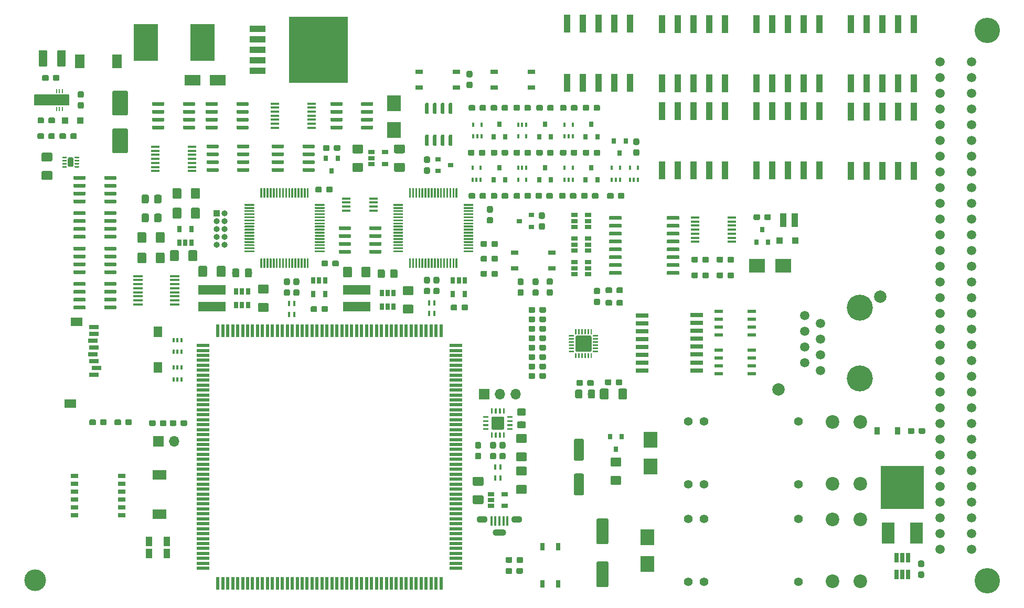
<source format=gbr>
G04 #@! TF.GenerationSoftware,KiCad,Pcbnew,5.1.4*
G04 #@! TF.CreationDate,2019-08-28T20:29:57+02:00*
G04 #@! TF.ProjectId,ETH1CJTAG,45544831-434a-4544-9147-2e6b69636164,rev?*
G04 #@! TF.SameCoordinates,Original*
G04 #@! TF.FileFunction,Soldermask,Top*
G04 #@! TF.FilePolarity,Negative*
%FSLAX46Y46*%
G04 Gerber Fmt 4.6, Leading zero omitted, Abs format (unit mm)*
G04 Created by KiCad (PCBNEW 5.1.4) date 2019-08-28 20:29:57*
%MOMM*%
%LPD*%
G04 APERTURE LIST*
%ADD10C,0.100000*%
%ADD11C,0.250000*%
%ADD12C,0.900000*%
%ADD13C,1.425000*%
%ADD14R,1.399540X0.599440*%
%ADD15C,0.500000*%
%ADD16R,3.000000X1.700000*%
%ADD17R,0.250000X0.700000*%
%ADD18C,0.950000*%
%ADD19R,1.600000X2.200000*%
%ADD20R,1.000000X1.000000*%
%ADD21C,2.500000*%
%ADD22R,4.000000X6.000000*%
%ADD23C,1.501140*%
%ADD24C,4.100000*%
%ADD25C,3.500000*%
%ADD26R,2.000000X0.550000*%
%ADD27R,0.550000X2.000000*%
%ADD28R,2.500000X1.800000*%
%ADD29R,2.000000X0.640000*%
%ADD30C,2.000000*%
%ADD31C,1.500000*%
%ADD32C,4.200000*%
%ADD33C,0.300000*%
%ADD34R,0.350000X0.850000*%
%ADD35R,2.500000X2.300000*%
%ADD36R,2.300000X2.500000*%
%ADD37R,0.650000X1.560000*%
%ADD38R,0.400000X0.650000*%
%ADD39R,0.800000X0.900000*%
%ADD40R,2.200000X1.600000*%
%ADD41R,1.060000X0.650000*%
%ADD42R,0.650000X1.060000*%
%ADD43C,1.900000*%
%ADD44C,0.600000*%
%ADD45R,1.500000X0.450000*%
%ADD46R,1.200000X0.800000*%
%ADD47R,1.450000X0.450000*%
%ADD48R,2.540000X1.060000*%
%ADD49R,9.520000X10.660000*%
%ADD50R,0.800000X1.200000*%
%ADD51C,1.400000*%
%ADD52C,2.100000*%
%ADD53C,2.600000*%
%ADD54R,1.270000X0.760000*%
%ADD55R,0.900000X0.800000*%
%ADD56R,7.000000X7.000000*%
%ADD57R,2.000000X3.500000*%
%ADD58R,1.000000X2.300000*%
%ADD59C,2.200000*%
%ADD60R,4.500000X1.600000*%
%ADD61R,1.000000X3.000000*%
%ADD62O,1.700000X1.700000*%
%ADD63R,1.700000X1.700000*%
%ADD64O,1.000000X1.000000*%
%ADD65O,2.200000X1.100000*%
%ADD66O,1.800000X1.100000*%
%ADD67R,0.450000X1.500000*%
%ADD68R,1.500000X0.800000*%
%ADD69R,1.900000X1.400000*%
%ADD70R,1.400000X1.800000*%
%ADD71C,1.150000*%
%ADD72R,1.100000X1.600000*%
%ADD73R,0.900000X1.200000*%
%ADD74C,1.600000*%
%ADD75C,0.127000*%
G04 APERTURE END LIST*
D10*
G36*
X78665626Y-65933301D02*
G01*
X78671693Y-65934201D01*
X78677643Y-65935691D01*
X78683418Y-65937758D01*
X78688962Y-65940380D01*
X78694223Y-65943533D01*
X78699150Y-65947187D01*
X78703694Y-65951306D01*
X78707813Y-65955850D01*
X78711467Y-65960777D01*
X78714620Y-65966038D01*
X78717242Y-65971582D01*
X78719309Y-65977357D01*
X78720799Y-65983307D01*
X78721699Y-65989374D01*
X78722000Y-65995500D01*
X78722000Y-66120500D01*
X78721699Y-66126626D01*
X78720799Y-66132693D01*
X78719309Y-66138643D01*
X78717242Y-66144418D01*
X78714620Y-66149962D01*
X78711467Y-66155223D01*
X78707813Y-66160150D01*
X78703694Y-66164694D01*
X78699150Y-66168813D01*
X78694223Y-66172467D01*
X78688962Y-66175620D01*
X78683418Y-66178242D01*
X78677643Y-66180309D01*
X78671693Y-66181799D01*
X78665626Y-66182699D01*
X78659500Y-66183000D01*
X78084500Y-66183000D01*
X78078374Y-66182699D01*
X78072307Y-66181799D01*
X78066357Y-66180309D01*
X78060582Y-66178242D01*
X78055038Y-66175620D01*
X78049777Y-66172467D01*
X78044850Y-66168813D01*
X78040306Y-66164694D01*
X78036187Y-66160150D01*
X78032533Y-66155223D01*
X78029380Y-66149962D01*
X78026758Y-66144418D01*
X78024691Y-66138643D01*
X78023201Y-66132693D01*
X78022301Y-66126626D01*
X78022000Y-66120500D01*
X78022000Y-65995500D01*
X78022301Y-65989374D01*
X78023201Y-65983307D01*
X78024691Y-65977357D01*
X78026758Y-65971582D01*
X78029380Y-65966038D01*
X78032533Y-65960777D01*
X78036187Y-65955850D01*
X78040306Y-65951306D01*
X78044850Y-65947187D01*
X78049777Y-65943533D01*
X78055038Y-65940380D01*
X78060582Y-65937758D01*
X78066357Y-65935691D01*
X78072307Y-65934201D01*
X78078374Y-65933301D01*
X78084500Y-65933000D01*
X78659500Y-65933000D01*
X78665626Y-65933301D01*
X78665626Y-65933301D01*
G37*
D11*
X78372000Y-66058000D03*
D10*
G36*
X78665626Y-66433301D02*
G01*
X78671693Y-66434201D01*
X78677643Y-66435691D01*
X78683418Y-66437758D01*
X78688962Y-66440380D01*
X78694223Y-66443533D01*
X78699150Y-66447187D01*
X78703694Y-66451306D01*
X78707813Y-66455850D01*
X78711467Y-66460777D01*
X78714620Y-66466038D01*
X78717242Y-66471582D01*
X78719309Y-66477357D01*
X78720799Y-66483307D01*
X78721699Y-66489374D01*
X78722000Y-66495500D01*
X78722000Y-66620500D01*
X78721699Y-66626626D01*
X78720799Y-66632693D01*
X78719309Y-66638643D01*
X78717242Y-66644418D01*
X78714620Y-66649962D01*
X78711467Y-66655223D01*
X78707813Y-66660150D01*
X78703694Y-66664694D01*
X78699150Y-66668813D01*
X78694223Y-66672467D01*
X78688962Y-66675620D01*
X78683418Y-66678242D01*
X78677643Y-66680309D01*
X78671693Y-66681799D01*
X78665626Y-66682699D01*
X78659500Y-66683000D01*
X78084500Y-66683000D01*
X78078374Y-66682699D01*
X78072307Y-66681799D01*
X78066357Y-66680309D01*
X78060582Y-66678242D01*
X78055038Y-66675620D01*
X78049777Y-66672467D01*
X78044850Y-66668813D01*
X78040306Y-66664694D01*
X78036187Y-66660150D01*
X78032533Y-66655223D01*
X78029380Y-66649962D01*
X78026758Y-66644418D01*
X78024691Y-66638643D01*
X78023201Y-66632693D01*
X78022301Y-66626626D01*
X78022000Y-66620500D01*
X78022000Y-66495500D01*
X78022301Y-66489374D01*
X78023201Y-66483307D01*
X78024691Y-66477357D01*
X78026758Y-66471582D01*
X78029380Y-66466038D01*
X78032533Y-66460777D01*
X78036187Y-66455850D01*
X78040306Y-66451306D01*
X78044850Y-66447187D01*
X78049777Y-66443533D01*
X78055038Y-66440380D01*
X78060582Y-66437758D01*
X78066357Y-66435691D01*
X78072307Y-66434201D01*
X78078374Y-66433301D01*
X78084500Y-66433000D01*
X78659500Y-66433000D01*
X78665626Y-66433301D01*
X78665626Y-66433301D01*
G37*
D11*
X78372000Y-66558000D03*
D10*
G36*
X78665626Y-66933301D02*
G01*
X78671693Y-66934201D01*
X78677643Y-66935691D01*
X78683418Y-66937758D01*
X78688962Y-66940380D01*
X78694223Y-66943533D01*
X78699150Y-66947187D01*
X78703694Y-66951306D01*
X78707813Y-66955850D01*
X78711467Y-66960777D01*
X78714620Y-66966038D01*
X78717242Y-66971582D01*
X78719309Y-66977357D01*
X78720799Y-66983307D01*
X78721699Y-66989374D01*
X78722000Y-66995500D01*
X78722000Y-67120500D01*
X78721699Y-67126626D01*
X78720799Y-67132693D01*
X78719309Y-67138643D01*
X78717242Y-67144418D01*
X78714620Y-67149962D01*
X78711467Y-67155223D01*
X78707813Y-67160150D01*
X78703694Y-67164694D01*
X78699150Y-67168813D01*
X78694223Y-67172467D01*
X78688962Y-67175620D01*
X78683418Y-67178242D01*
X78677643Y-67180309D01*
X78671693Y-67181799D01*
X78665626Y-67182699D01*
X78659500Y-67183000D01*
X78084500Y-67183000D01*
X78078374Y-67182699D01*
X78072307Y-67181799D01*
X78066357Y-67180309D01*
X78060582Y-67178242D01*
X78055038Y-67175620D01*
X78049777Y-67172467D01*
X78044850Y-67168813D01*
X78040306Y-67164694D01*
X78036187Y-67160150D01*
X78032533Y-67155223D01*
X78029380Y-67149962D01*
X78026758Y-67144418D01*
X78024691Y-67138643D01*
X78023201Y-67132693D01*
X78022301Y-67126626D01*
X78022000Y-67120500D01*
X78022000Y-66995500D01*
X78022301Y-66989374D01*
X78023201Y-66983307D01*
X78024691Y-66977357D01*
X78026758Y-66971582D01*
X78029380Y-66966038D01*
X78032533Y-66960777D01*
X78036187Y-66955850D01*
X78040306Y-66951306D01*
X78044850Y-66947187D01*
X78049777Y-66943533D01*
X78055038Y-66940380D01*
X78060582Y-66937758D01*
X78066357Y-66935691D01*
X78072307Y-66934201D01*
X78078374Y-66933301D01*
X78084500Y-66933000D01*
X78659500Y-66933000D01*
X78665626Y-66933301D01*
X78665626Y-66933301D01*
G37*
D11*
X78372000Y-67058000D03*
D10*
G36*
X78665626Y-67433301D02*
G01*
X78671693Y-67434201D01*
X78677643Y-67435691D01*
X78683418Y-67437758D01*
X78688962Y-67440380D01*
X78694223Y-67443533D01*
X78699150Y-67447187D01*
X78703694Y-67451306D01*
X78707813Y-67455850D01*
X78711467Y-67460777D01*
X78714620Y-67466038D01*
X78717242Y-67471582D01*
X78719309Y-67477357D01*
X78720799Y-67483307D01*
X78721699Y-67489374D01*
X78722000Y-67495500D01*
X78722000Y-67620500D01*
X78721699Y-67626626D01*
X78720799Y-67632693D01*
X78719309Y-67638643D01*
X78717242Y-67644418D01*
X78714620Y-67649962D01*
X78711467Y-67655223D01*
X78707813Y-67660150D01*
X78703694Y-67664694D01*
X78699150Y-67668813D01*
X78694223Y-67672467D01*
X78688962Y-67675620D01*
X78683418Y-67678242D01*
X78677643Y-67680309D01*
X78671693Y-67681799D01*
X78665626Y-67682699D01*
X78659500Y-67683000D01*
X78084500Y-67683000D01*
X78078374Y-67682699D01*
X78072307Y-67681799D01*
X78066357Y-67680309D01*
X78060582Y-67678242D01*
X78055038Y-67675620D01*
X78049777Y-67672467D01*
X78044850Y-67668813D01*
X78040306Y-67664694D01*
X78036187Y-67660150D01*
X78032533Y-67655223D01*
X78029380Y-67649962D01*
X78026758Y-67644418D01*
X78024691Y-67638643D01*
X78023201Y-67632693D01*
X78022301Y-67626626D01*
X78022000Y-67620500D01*
X78022000Y-67495500D01*
X78022301Y-67489374D01*
X78023201Y-67483307D01*
X78024691Y-67477357D01*
X78026758Y-67471582D01*
X78029380Y-67466038D01*
X78032533Y-67460777D01*
X78036187Y-67455850D01*
X78040306Y-67451306D01*
X78044850Y-67447187D01*
X78049777Y-67443533D01*
X78055038Y-67440380D01*
X78060582Y-67437758D01*
X78066357Y-67435691D01*
X78072307Y-67434201D01*
X78078374Y-67433301D01*
X78084500Y-67433000D01*
X78659500Y-67433000D01*
X78665626Y-67433301D01*
X78665626Y-67433301D01*
G37*
D11*
X78372000Y-67558000D03*
D10*
G36*
X76665626Y-67433301D02*
G01*
X76671693Y-67434201D01*
X76677643Y-67435691D01*
X76683418Y-67437758D01*
X76688962Y-67440380D01*
X76694223Y-67443533D01*
X76699150Y-67447187D01*
X76703694Y-67451306D01*
X76707813Y-67455850D01*
X76711467Y-67460777D01*
X76714620Y-67466038D01*
X76717242Y-67471582D01*
X76719309Y-67477357D01*
X76720799Y-67483307D01*
X76721699Y-67489374D01*
X76722000Y-67495500D01*
X76722000Y-67620500D01*
X76721699Y-67626626D01*
X76720799Y-67632693D01*
X76719309Y-67638643D01*
X76717242Y-67644418D01*
X76714620Y-67649962D01*
X76711467Y-67655223D01*
X76707813Y-67660150D01*
X76703694Y-67664694D01*
X76699150Y-67668813D01*
X76694223Y-67672467D01*
X76688962Y-67675620D01*
X76683418Y-67678242D01*
X76677643Y-67680309D01*
X76671693Y-67681799D01*
X76665626Y-67682699D01*
X76659500Y-67683000D01*
X76084500Y-67683000D01*
X76078374Y-67682699D01*
X76072307Y-67681799D01*
X76066357Y-67680309D01*
X76060582Y-67678242D01*
X76055038Y-67675620D01*
X76049777Y-67672467D01*
X76044850Y-67668813D01*
X76040306Y-67664694D01*
X76036187Y-67660150D01*
X76032533Y-67655223D01*
X76029380Y-67649962D01*
X76026758Y-67644418D01*
X76024691Y-67638643D01*
X76023201Y-67632693D01*
X76022301Y-67626626D01*
X76022000Y-67620500D01*
X76022000Y-67495500D01*
X76022301Y-67489374D01*
X76023201Y-67483307D01*
X76024691Y-67477357D01*
X76026758Y-67471582D01*
X76029380Y-67466038D01*
X76032533Y-67460777D01*
X76036187Y-67455850D01*
X76040306Y-67451306D01*
X76044850Y-67447187D01*
X76049777Y-67443533D01*
X76055038Y-67440380D01*
X76060582Y-67437758D01*
X76066357Y-67435691D01*
X76072307Y-67434201D01*
X76078374Y-67433301D01*
X76084500Y-67433000D01*
X76659500Y-67433000D01*
X76665626Y-67433301D01*
X76665626Y-67433301D01*
G37*
D11*
X76372000Y-67558000D03*
D10*
G36*
X76665626Y-66933301D02*
G01*
X76671693Y-66934201D01*
X76677643Y-66935691D01*
X76683418Y-66937758D01*
X76688962Y-66940380D01*
X76694223Y-66943533D01*
X76699150Y-66947187D01*
X76703694Y-66951306D01*
X76707813Y-66955850D01*
X76711467Y-66960777D01*
X76714620Y-66966038D01*
X76717242Y-66971582D01*
X76719309Y-66977357D01*
X76720799Y-66983307D01*
X76721699Y-66989374D01*
X76722000Y-66995500D01*
X76722000Y-67120500D01*
X76721699Y-67126626D01*
X76720799Y-67132693D01*
X76719309Y-67138643D01*
X76717242Y-67144418D01*
X76714620Y-67149962D01*
X76711467Y-67155223D01*
X76707813Y-67160150D01*
X76703694Y-67164694D01*
X76699150Y-67168813D01*
X76694223Y-67172467D01*
X76688962Y-67175620D01*
X76683418Y-67178242D01*
X76677643Y-67180309D01*
X76671693Y-67181799D01*
X76665626Y-67182699D01*
X76659500Y-67183000D01*
X76084500Y-67183000D01*
X76078374Y-67182699D01*
X76072307Y-67181799D01*
X76066357Y-67180309D01*
X76060582Y-67178242D01*
X76055038Y-67175620D01*
X76049777Y-67172467D01*
X76044850Y-67168813D01*
X76040306Y-67164694D01*
X76036187Y-67160150D01*
X76032533Y-67155223D01*
X76029380Y-67149962D01*
X76026758Y-67144418D01*
X76024691Y-67138643D01*
X76023201Y-67132693D01*
X76022301Y-67126626D01*
X76022000Y-67120500D01*
X76022000Y-66995500D01*
X76022301Y-66989374D01*
X76023201Y-66983307D01*
X76024691Y-66977357D01*
X76026758Y-66971582D01*
X76029380Y-66966038D01*
X76032533Y-66960777D01*
X76036187Y-66955850D01*
X76040306Y-66951306D01*
X76044850Y-66947187D01*
X76049777Y-66943533D01*
X76055038Y-66940380D01*
X76060582Y-66937758D01*
X76066357Y-66935691D01*
X76072307Y-66934201D01*
X76078374Y-66933301D01*
X76084500Y-66933000D01*
X76659500Y-66933000D01*
X76665626Y-66933301D01*
X76665626Y-66933301D01*
G37*
D11*
X76372000Y-67058000D03*
D10*
G36*
X76665626Y-66433301D02*
G01*
X76671693Y-66434201D01*
X76677643Y-66435691D01*
X76683418Y-66437758D01*
X76688962Y-66440380D01*
X76694223Y-66443533D01*
X76699150Y-66447187D01*
X76703694Y-66451306D01*
X76707813Y-66455850D01*
X76711467Y-66460777D01*
X76714620Y-66466038D01*
X76717242Y-66471582D01*
X76719309Y-66477357D01*
X76720799Y-66483307D01*
X76721699Y-66489374D01*
X76722000Y-66495500D01*
X76722000Y-66620500D01*
X76721699Y-66626626D01*
X76720799Y-66632693D01*
X76719309Y-66638643D01*
X76717242Y-66644418D01*
X76714620Y-66649962D01*
X76711467Y-66655223D01*
X76707813Y-66660150D01*
X76703694Y-66664694D01*
X76699150Y-66668813D01*
X76694223Y-66672467D01*
X76688962Y-66675620D01*
X76683418Y-66678242D01*
X76677643Y-66680309D01*
X76671693Y-66681799D01*
X76665626Y-66682699D01*
X76659500Y-66683000D01*
X76084500Y-66683000D01*
X76078374Y-66682699D01*
X76072307Y-66681799D01*
X76066357Y-66680309D01*
X76060582Y-66678242D01*
X76055038Y-66675620D01*
X76049777Y-66672467D01*
X76044850Y-66668813D01*
X76040306Y-66664694D01*
X76036187Y-66660150D01*
X76032533Y-66655223D01*
X76029380Y-66649962D01*
X76026758Y-66644418D01*
X76024691Y-66638643D01*
X76023201Y-66632693D01*
X76022301Y-66626626D01*
X76022000Y-66620500D01*
X76022000Y-66495500D01*
X76022301Y-66489374D01*
X76023201Y-66483307D01*
X76024691Y-66477357D01*
X76026758Y-66471582D01*
X76029380Y-66466038D01*
X76032533Y-66460777D01*
X76036187Y-66455850D01*
X76040306Y-66451306D01*
X76044850Y-66447187D01*
X76049777Y-66443533D01*
X76055038Y-66440380D01*
X76060582Y-66437758D01*
X76066357Y-66435691D01*
X76072307Y-66434201D01*
X76078374Y-66433301D01*
X76084500Y-66433000D01*
X76659500Y-66433000D01*
X76665626Y-66433301D01*
X76665626Y-66433301D01*
G37*
D11*
X76372000Y-66558000D03*
D10*
G36*
X76665626Y-65933301D02*
G01*
X76671693Y-65934201D01*
X76677643Y-65935691D01*
X76683418Y-65937758D01*
X76688962Y-65940380D01*
X76694223Y-65943533D01*
X76699150Y-65947187D01*
X76703694Y-65951306D01*
X76707813Y-65955850D01*
X76711467Y-65960777D01*
X76714620Y-65966038D01*
X76717242Y-65971582D01*
X76719309Y-65977357D01*
X76720799Y-65983307D01*
X76721699Y-65989374D01*
X76722000Y-65995500D01*
X76722000Y-66120500D01*
X76721699Y-66126626D01*
X76720799Y-66132693D01*
X76719309Y-66138643D01*
X76717242Y-66144418D01*
X76714620Y-66149962D01*
X76711467Y-66155223D01*
X76707813Y-66160150D01*
X76703694Y-66164694D01*
X76699150Y-66168813D01*
X76694223Y-66172467D01*
X76688962Y-66175620D01*
X76683418Y-66178242D01*
X76677643Y-66180309D01*
X76671693Y-66181799D01*
X76665626Y-66182699D01*
X76659500Y-66183000D01*
X76084500Y-66183000D01*
X76078374Y-66182699D01*
X76072307Y-66181799D01*
X76066357Y-66180309D01*
X76060582Y-66178242D01*
X76055038Y-66175620D01*
X76049777Y-66172467D01*
X76044850Y-66168813D01*
X76040306Y-66164694D01*
X76036187Y-66160150D01*
X76032533Y-66155223D01*
X76029380Y-66149962D01*
X76026758Y-66144418D01*
X76024691Y-66138643D01*
X76023201Y-66132693D01*
X76022301Y-66126626D01*
X76022000Y-66120500D01*
X76022000Y-65995500D01*
X76022301Y-65989374D01*
X76023201Y-65983307D01*
X76024691Y-65977357D01*
X76026758Y-65971582D01*
X76029380Y-65966038D01*
X76032533Y-65960777D01*
X76036187Y-65955850D01*
X76040306Y-65951306D01*
X76044850Y-65947187D01*
X76049777Y-65943533D01*
X76055038Y-65940380D01*
X76060582Y-65937758D01*
X76066357Y-65935691D01*
X76072307Y-65934201D01*
X76078374Y-65933301D01*
X76084500Y-65933000D01*
X76659500Y-65933000D01*
X76665626Y-65933301D01*
X76665626Y-65933301D01*
G37*
D11*
X76372000Y-66058000D03*
D10*
G36*
X77619054Y-66059083D02*
G01*
X77640895Y-66062323D01*
X77662314Y-66067688D01*
X77683104Y-66075127D01*
X77703064Y-66084568D01*
X77722003Y-66095919D01*
X77739738Y-66109073D01*
X77756099Y-66123901D01*
X77770927Y-66140262D01*
X77784081Y-66157997D01*
X77795432Y-66176936D01*
X77804873Y-66196896D01*
X77812312Y-66217686D01*
X77817677Y-66239105D01*
X77820917Y-66260946D01*
X77822000Y-66283000D01*
X77822000Y-67333000D01*
X77820917Y-67355054D01*
X77817677Y-67376895D01*
X77812312Y-67398314D01*
X77804873Y-67419104D01*
X77795432Y-67439064D01*
X77784081Y-67458003D01*
X77770927Y-67475738D01*
X77756099Y-67492099D01*
X77739738Y-67506927D01*
X77722003Y-67520081D01*
X77703064Y-67531432D01*
X77683104Y-67540873D01*
X77662314Y-67548312D01*
X77640895Y-67553677D01*
X77619054Y-67556917D01*
X77597000Y-67558000D01*
X77147000Y-67558000D01*
X77124946Y-67556917D01*
X77103105Y-67553677D01*
X77081686Y-67548312D01*
X77060896Y-67540873D01*
X77040936Y-67531432D01*
X77021997Y-67520081D01*
X77004262Y-67506927D01*
X76987901Y-67492099D01*
X76973073Y-67475738D01*
X76959919Y-67458003D01*
X76948568Y-67439064D01*
X76939127Y-67419104D01*
X76931688Y-67398314D01*
X76926323Y-67376895D01*
X76923083Y-67355054D01*
X76922000Y-67333000D01*
X76922000Y-66283000D01*
X76923083Y-66260946D01*
X76926323Y-66239105D01*
X76931688Y-66217686D01*
X76939127Y-66196896D01*
X76948568Y-66176936D01*
X76959919Y-66157997D01*
X76973073Y-66140262D01*
X76987901Y-66123901D01*
X77004262Y-66109073D01*
X77021997Y-66095919D01*
X77040936Y-66084568D01*
X77060896Y-66075127D01*
X77081686Y-66067688D01*
X77103105Y-66062323D01*
X77124946Y-66059083D01*
X77147000Y-66058000D01*
X77597000Y-66058000D01*
X77619054Y-66059083D01*
X77619054Y-66059083D01*
G37*
D12*
X77372000Y-66808000D03*
D10*
G36*
X74182504Y-65274704D02*
G01*
X74206773Y-65278304D01*
X74230571Y-65284265D01*
X74253671Y-65292530D01*
X74275849Y-65303020D01*
X74296893Y-65315633D01*
X74316598Y-65330247D01*
X74334777Y-65346723D01*
X74351253Y-65364902D01*
X74365867Y-65384607D01*
X74378480Y-65405651D01*
X74388970Y-65427829D01*
X74397235Y-65450929D01*
X74403196Y-65474727D01*
X74406796Y-65498996D01*
X74408000Y-65523500D01*
X74408000Y-66448500D01*
X74406796Y-66473004D01*
X74403196Y-66497273D01*
X74397235Y-66521071D01*
X74388970Y-66544171D01*
X74378480Y-66566349D01*
X74365867Y-66587393D01*
X74351253Y-66607098D01*
X74334777Y-66625277D01*
X74316598Y-66641753D01*
X74296893Y-66656367D01*
X74275849Y-66668980D01*
X74253671Y-66679470D01*
X74230571Y-66687735D01*
X74206773Y-66693696D01*
X74182504Y-66697296D01*
X74158000Y-66698500D01*
X72908000Y-66698500D01*
X72883496Y-66697296D01*
X72859227Y-66693696D01*
X72835429Y-66687735D01*
X72812329Y-66679470D01*
X72790151Y-66668980D01*
X72769107Y-66656367D01*
X72749402Y-66641753D01*
X72731223Y-66625277D01*
X72714747Y-66607098D01*
X72700133Y-66587393D01*
X72687520Y-66566349D01*
X72677030Y-66544171D01*
X72668765Y-66521071D01*
X72662804Y-66497273D01*
X72659204Y-66473004D01*
X72658000Y-66448500D01*
X72658000Y-65523500D01*
X72659204Y-65498996D01*
X72662804Y-65474727D01*
X72668765Y-65450929D01*
X72677030Y-65427829D01*
X72687520Y-65405651D01*
X72700133Y-65384607D01*
X72714747Y-65364902D01*
X72731223Y-65346723D01*
X72749402Y-65330247D01*
X72769107Y-65315633D01*
X72790151Y-65303020D01*
X72812329Y-65292530D01*
X72835429Y-65284265D01*
X72859227Y-65278304D01*
X72883496Y-65274704D01*
X72908000Y-65273500D01*
X74158000Y-65273500D01*
X74182504Y-65274704D01*
X74182504Y-65274704D01*
G37*
D13*
X73533000Y-65986000D03*
D10*
G36*
X74182504Y-68249704D02*
G01*
X74206773Y-68253304D01*
X74230571Y-68259265D01*
X74253671Y-68267530D01*
X74275849Y-68278020D01*
X74296893Y-68290633D01*
X74316598Y-68305247D01*
X74334777Y-68321723D01*
X74351253Y-68339902D01*
X74365867Y-68359607D01*
X74378480Y-68380651D01*
X74388970Y-68402829D01*
X74397235Y-68425929D01*
X74403196Y-68449727D01*
X74406796Y-68473996D01*
X74408000Y-68498500D01*
X74408000Y-69423500D01*
X74406796Y-69448004D01*
X74403196Y-69472273D01*
X74397235Y-69496071D01*
X74388970Y-69519171D01*
X74378480Y-69541349D01*
X74365867Y-69562393D01*
X74351253Y-69582098D01*
X74334777Y-69600277D01*
X74316598Y-69616753D01*
X74296893Y-69631367D01*
X74275849Y-69643980D01*
X74253671Y-69654470D01*
X74230571Y-69662735D01*
X74206773Y-69668696D01*
X74182504Y-69672296D01*
X74158000Y-69673500D01*
X72908000Y-69673500D01*
X72883496Y-69672296D01*
X72859227Y-69668696D01*
X72835429Y-69662735D01*
X72812329Y-69654470D01*
X72790151Y-69643980D01*
X72769107Y-69631367D01*
X72749402Y-69616753D01*
X72731223Y-69600277D01*
X72714747Y-69582098D01*
X72700133Y-69562393D01*
X72687520Y-69541349D01*
X72677030Y-69519171D01*
X72668765Y-69496071D01*
X72662804Y-69472273D01*
X72659204Y-69448004D01*
X72658000Y-69423500D01*
X72658000Y-68498500D01*
X72659204Y-68473996D01*
X72662804Y-68449727D01*
X72668765Y-68425929D01*
X72677030Y-68402829D01*
X72687520Y-68380651D01*
X72700133Y-68359607D01*
X72714747Y-68339902D01*
X72731223Y-68321723D01*
X72749402Y-68305247D01*
X72769107Y-68290633D01*
X72790151Y-68278020D01*
X72812329Y-68267530D01*
X72835429Y-68259265D01*
X72859227Y-68253304D01*
X72883496Y-68249704D01*
X72908000Y-68248500D01*
X74158000Y-68248500D01*
X74182504Y-68249704D01*
X74182504Y-68249704D01*
G37*
D13*
X73533000Y-68961000D03*
D14*
X187325000Y-97155000D03*
X181991000Y-97155000D03*
X187325000Y-98425000D03*
X187325000Y-99695000D03*
X187325000Y-100965000D03*
X181991000Y-98425000D03*
X181991000Y-99695000D03*
X181991000Y-100965000D03*
X187325000Y-90932000D03*
X181991000Y-90932000D03*
X187325000Y-92202000D03*
X187325000Y-93472000D03*
X187325000Y-94742000D03*
X181991000Y-92202000D03*
X181991000Y-93472000D03*
X181991000Y-94742000D03*
D15*
X76065000Y-57269000D03*
X76073000Y-56269000D03*
X75065000Y-56269000D03*
X75065000Y-57269000D03*
X75565000Y-56769000D03*
D16*
X75565000Y-56769000D03*
D17*
X75065000Y-55319000D03*
X75565000Y-55319000D03*
X76065000Y-55319000D03*
X76065000Y-58219000D03*
X75565000Y-58219000D03*
X75065000Y-58219000D03*
D10*
G36*
X72855779Y-59597144D02*
G01*
X72878834Y-59600563D01*
X72901443Y-59606227D01*
X72923387Y-59614079D01*
X72944457Y-59624044D01*
X72964448Y-59636026D01*
X72983168Y-59649910D01*
X73000438Y-59665562D01*
X73016090Y-59682832D01*
X73029974Y-59701552D01*
X73041956Y-59721543D01*
X73051921Y-59742613D01*
X73059773Y-59764557D01*
X73065437Y-59787166D01*
X73068856Y-59810221D01*
X73070000Y-59833500D01*
X73070000Y-60308500D01*
X73068856Y-60331779D01*
X73065437Y-60354834D01*
X73059773Y-60377443D01*
X73051921Y-60399387D01*
X73041956Y-60420457D01*
X73029974Y-60440448D01*
X73016090Y-60459168D01*
X73000438Y-60476438D01*
X72983168Y-60492090D01*
X72964448Y-60505974D01*
X72944457Y-60517956D01*
X72923387Y-60527921D01*
X72901443Y-60535773D01*
X72878834Y-60541437D01*
X72855779Y-60544856D01*
X72832500Y-60546000D01*
X72257500Y-60546000D01*
X72234221Y-60544856D01*
X72211166Y-60541437D01*
X72188557Y-60535773D01*
X72166613Y-60527921D01*
X72145543Y-60517956D01*
X72125552Y-60505974D01*
X72106832Y-60492090D01*
X72089562Y-60476438D01*
X72073910Y-60459168D01*
X72060026Y-60440448D01*
X72048044Y-60420457D01*
X72038079Y-60399387D01*
X72030227Y-60377443D01*
X72024563Y-60354834D01*
X72021144Y-60331779D01*
X72020000Y-60308500D01*
X72020000Y-59833500D01*
X72021144Y-59810221D01*
X72024563Y-59787166D01*
X72030227Y-59764557D01*
X72038079Y-59742613D01*
X72048044Y-59721543D01*
X72060026Y-59701552D01*
X72073910Y-59682832D01*
X72089562Y-59665562D01*
X72106832Y-59649910D01*
X72125552Y-59636026D01*
X72145543Y-59624044D01*
X72166613Y-59614079D01*
X72188557Y-59606227D01*
X72211166Y-59600563D01*
X72234221Y-59597144D01*
X72257500Y-59596000D01*
X72832500Y-59596000D01*
X72855779Y-59597144D01*
X72855779Y-59597144D01*
G37*
D18*
X72545000Y-60071000D03*
D10*
G36*
X74605779Y-59597144D02*
G01*
X74628834Y-59600563D01*
X74651443Y-59606227D01*
X74673387Y-59614079D01*
X74694457Y-59624044D01*
X74714448Y-59636026D01*
X74733168Y-59649910D01*
X74750438Y-59665562D01*
X74766090Y-59682832D01*
X74779974Y-59701552D01*
X74791956Y-59721543D01*
X74801921Y-59742613D01*
X74809773Y-59764557D01*
X74815437Y-59787166D01*
X74818856Y-59810221D01*
X74820000Y-59833500D01*
X74820000Y-60308500D01*
X74818856Y-60331779D01*
X74815437Y-60354834D01*
X74809773Y-60377443D01*
X74801921Y-60399387D01*
X74791956Y-60420457D01*
X74779974Y-60440448D01*
X74766090Y-60459168D01*
X74750438Y-60476438D01*
X74733168Y-60492090D01*
X74714448Y-60505974D01*
X74694457Y-60517956D01*
X74673387Y-60527921D01*
X74651443Y-60535773D01*
X74628834Y-60541437D01*
X74605779Y-60544856D01*
X74582500Y-60546000D01*
X74007500Y-60546000D01*
X73984221Y-60544856D01*
X73961166Y-60541437D01*
X73938557Y-60535773D01*
X73916613Y-60527921D01*
X73895543Y-60517956D01*
X73875552Y-60505974D01*
X73856832Y-60492090D01*
X73839562Y-60476438D01*
X73823910Y-60459168D01*
X73810026Y-60440448D01*
X73798044Y-60420457D01*
X73788079Y-60399387D01*
X73780227Y-60377443D01*
X73774563Y-60354834D01*
X73771144Y-60331779D01*
X73770000Y-60308500D01*
X73770000Y-59833500D01*
X73771144Y-59810221D01*
X73774563Y-59787166D01*
X73780227Y-59764557D01*
X73788079Y-59742613D01*
X73798044Y-59721543D01*
X73810026Y-59701552D01*
X73823910Y-59682832D01*
X73839562Y-59665562D01*
X73856832Y-59649910D01*
X73875552Y-59636026D01*
X73895543Y-59624044D01*
X73916613Y-59614079D01*
X73938557Y-59606227D01*
X73961166Y-59600563D01*
X73984221Y-59597144D01*
X74007500Y-59596000D01*
X74582500Y-59596000D01*
X74605779Y-59597144D01*
X74605779Y-59597144D01*
G37*
D18*
X74295000Y-60071000D03*
D10*
G36*
X74591779Y-62137144D02*
G01*
X74614834Y-62140563D01*
X74637443Y-62146227D01*
X74659387Y-62154079D01*
X74680457Y-62164044D01*
X74700448Y-62176026D01*
X74719168Y-62189910D01*
X74736438Y-62205562D01*
X74752090Y-62222832D01*
X74765974Y-62241552D01*
X74777956Y-62261543D01*
X74787921Y-62282613D01*
X74795773Y-62304557D01*
X74801437Y-62327166D01*
X74804856Y-62350221D01*
X74806000Y-62373500D01*
X74806000Y-62848500D01*
X74804856Y-62871779D01*
X74801437Y-62894834D01*
X74795773Y-62917443D01*
X74787921Y-62939387D01*
X74777956Y-62960457D01*
X74765974Y-62980448D01*
X74752090Y-62999168D01*
X74736438Y-63016438D01*
X74719168Y-63032090D01*
X74700448Y-63045974D01*
X74680457Y-63057956D01*
X74659387Y-63067921D01*
X74637443Y-63075773D01*
X74614834Y-63081437D01*
X74591779Y-63084856D01*
X74568500Y-63086000D01*
X73993500Y-63086000D01*
X73970221Y-63084856D01*
X73947166Y-63081437D01*
X73924557Y-63075773D01*
X73902613Y-63067921D01*
X73881543Y-63057956D01*
X73861552Y-63045974D01*
X73842832Y-63032090D01*
X73825562Y-63016438D01*
X73809910Y-62999168D01*
X73796026Y-62980448D01*
X73784044Y-62960457D01*
X73774079Y-62939387D01*
X73766227Y-62917443D01*
X73760563Y-62894834D01*
X73757144Y-62871779D01*
X73756000Y-62848500D01*
X73756000Y-62373500D01*
X73757144Y-62350221D01*
X73760563Y-62327166D01*
X73766227Y-62304557D01*
X73774079Y-62282613D01*
X73784044Y-62261543D01*
X73796026Y-62241552D01*
X73809910Y-62222832D01*
X73825562Y-62205562D01*
X73842832Y-62189910D01*
X73861552Y-62176026D01*
X73881543Y-62164044D01*
X73902613Y-62154079D01*
X73924557Y-62146227D01*
X73947166Y-62140563D01*
X73970221Y-62137144D01*
X73993500Y-62136000D01*
X74568500Y-62136000D01*
X74591779Y-62137144D01*
X74591779Y-62137144D01*
G37*
D18*
X74281000Y-62611000D03*
D10*
G36*
X72841779Y-62137144D02*
G01*
X72864834Y-62140563D01*
X72887443Y-62146227D01*
X72909387Y-62154079D01*
X72930457Y-62164044D01*
X72950448Y-62176026D01*
X72969168Y-62189910D01*
X72986438Y-62205562D01*
X73002090Y-62222832D01*
X73015974Y-62241552D01*
X73027956Y-62261543D01*
X73037921Y-62282613D01*
X73045773Y-62304557D01*
X73051437Y-62327166D01*
X73054856Y-62350221D01*
X73056000Y-62373500D01*
X73056000Y-62848500D01*
X73054856Y-62871779D01*
X73051437Y-62894834D01*
X73045773Y-62917443D01*
X73037921Y-62939387D01*
X73027956Y-62960457D01*
X73015974Y-62980448D01*
X73002090Y-62999168D01*
X72986438Y-63016438D01*
X72969168Y-63032090D01*
X72950448Y-63045974D01*
X72930457Y-63057956D01*
X72909387Y-63067921D01*
X72887443Y-63075773D01*
X72864834Y-63081437D01*
X72841779Y-63084856D01*
X72818500Y-63086000D01*
X72243500Y-63086000D01*
X72220221Y-63084856D01*
X72197166Y-63081437D01*
X72174557Y-63075773D01*
X72152613Y-63067921D01*
X72131543Y-63057956D01*
X72111552Y-63045974D01*
X72092832Y-63032090D01*
X72075562Y-63016438D01*
X72059910Y-62999168D01*
X72046026Y-62980448D01*
X72034044Y-62960457D01*
X72024079Y-62939387D01*
X72016227Y-62917443D01*
X72010563Y-62894834D01*
X72007144Y-62871779D01*
X72006000Y-62848500D01*
X72006000Y-62373500D01*
X72007144Y-62350221D01*
X72010563Y-62327166D01*
X72016227Y-62304557D01*
X72024079Y-62282613D01*
X72034044Y-62261543D01*
X72046026Y-62241552D01*
X72059910Y-62222832D01*
X72075562Y-62205562D01*
X72092832Y-62189910D01*
X72111552Y-62176026D01*
X72131543Y-62164044D01*
X72152613Y-62154079D01*
X72174557Y-62146227D01*
X72197166Y-62140563D01*
X72220221Y-62137144D01*
X72243500Y-62136000D01*
X72818500Y-62136000D01*
X72841779Y-62137144D01*
X72841779Y-62137144D01*
G37*
D18*
X72531000Y-62611000D03*
D10*
G36*
X76397779Y-62137144D02*
G01*
X76420834Y-62140563D01*
X76443443Y-62146227D01*
X76465387Y-62154079D01*
X76486457Y-62164044D01*
X76506448Y-62176026D01*
X76525168Y-62189910D01*
X76542438Y-62205562D01*
X76558090Y-62222832D01*
X76571974Y-62241552D01*
X76583956Y-62261543D01*
X76593921Y-62282613D01*
X76601773Y-62304557D01*
X76607437Y-62327166D01*
X76610856Y-62350221D01*
X76612000Y-62373500D01*
X76612000Y-62848500D01*
X76610856Y-62871779D01*
X76607437Y-62894834D01*
X76601773Y-62917443D01*
X76593921Y-62939387D01*
X76583956Y-62960457D01*
X76571974Y-62980448D01*
X76558090Y-62999168D01*
X76542438Y-63016438D01*
X76525168Y-63032090D01*
X76506448Y-63045974D01*
X76486457Y-63057956D01*
X76465387Y-63067921D01*
X76443443Y-63075773D01*
X76420834Y-63081437D01*
X76397779Y-63084856D01*
X76374500Y-63086000D01*
X75799500Y-63086000D01*
X75776221Y-63084856D01*
X75753166Y-63081437D01*
X75730557Y-63075773D01*
X75708613Y-63067921D01*
X75687543Y-63057956D01*
X75667552Y-63045974D01*
X75648832Y-63032090D01*
X75631562Y-63016438D01*
X75615910Y-62999168D01*
X75602026Y-62980448D01*
X75590044Y-62960457D01*
X75580079Y-62939387D01*
X75572227Y-62917443D01*
X75566563Y-62894834D01*
X75563144Y-62871779D01*
X75562000Y-62848500D01*
X75562000Y-62373500D01*
X75563144Y-62350221D01*
X75566563Y-62327166D01*
X75572227Y-62304557D01*
X75580079Y-62282613D01*
X75590044Y-62261543D01*
X75602026Y-62241552D01*
X75615910Y-62222832D01*
X75631562Y-62205562D01*
X75648832Y-62189910D01*
X75667552Y-62176026D01*
X75687543Y-62164044D01*
X75708613Y-62154079D01*
X75730557Y-62146227D01*
X75753166Y-62140563D01*
X75776221Y-62137144D01*
X75799500Y-62136000D01*
X76374500Y-62136000D01*
X76397779Y-62137144D01*
X76397779Y-62137144D01*
G37*
D18*
X76087000Y-62611000D03*
D10*
G36*
X78147779Y-62137144D02*
G01*
X78170834Y-62140563D01*
X78193443Y-62146227D01*
X78215387Y-62154079D01*
X78236457Y-62164044D01*
X78256448Y-62176026D01*
X78275168Y-62189910D01*
X78292438Y-62205562D01*
X78308090Y-62222832D01*
X78321974Y-62241552D01*
X78333956Y-62261543D01*
X78343921Y-62282613D01*
X78351773Y-62304557D01*
X78357437Y-62327166D01*
X78360856Y-62350221D01*
X78362000Y-62373500D01*
X78362000Y-62848500D01*
X78360856Y-62871779D01*
X78357437Y-62894834D01*
X78351773Y-62917443D01*
X78343921Y-62939387D01*
X78333956Y-62960457D01*
X78321974Y-62980448D01*
X78308090Y-62999168D01*
X78292438Y-63016438D01*
X78275168Y-63032090D01*
X78256448Y-63045974D01*
X78236457Y-63057956D01*
X78215387Y-63067921D01*
X78193443Y-63075773D01*
X78170834Y-63081437D01*
X78147779Y-63084856D01*
X78124500Y-63086000D01*
X77549500Y-63086000D01*
X77526221Y-63084856D01*
X77503166Y-63081437D01*
X77480557Y-63075773D01*
X77458613Y-63067921D01*
X77437543Y-63057956D01*
X77417552Y-63045974D01*
X77398832Y-63032090D01*
X77381562Y-63016438D01*
X77365910Y-62999168D01*
X77352026Y-62980448D01*
X77340044Y-62960457D01*
X77330079Y-62939387D01*
X77322227Y-62917443D01*
X77316563Y-62894834D01*
X77313144Y-62871779D01*
X77312000Y-62848500D01*
X77312000Y-62373500D01*
X77313144Y-62350221D01*
X77316563Y-62327166D01*
X77322227Y-62304557D01*
X77330079Y-62282613D01*
X77340044Y-62261543D01*
X77352026Y-62241552D01*
X77365910Y-62222832D01*
X77381562Y-62205562D01*
X77398832Y-62189910D01*
X77417552Y-62176026D01*
X77437543Y-62164044D01*
X77458613Y-62154079D01*
X77480557Y-62146227D01*
X77503166Y-62140563D01*
X77526221Y-62137144D01*
X77549500Y-62136000D01*
X78124500Y-62136000D01*
X78147779Y-62137144D01*
X78147779Y-62137144D01*
G37*
D18*
X77837000Y-62611000D03*
D10*
G36*
X73589779Y-52739144D02*
G01*
X73612834Y-52742563D01*
X73635443Y-52748227D01*
X73657387Y-52756079D01*
X73678457Y-52766044D01*
X73698448Y-52778026D01*
X73717168Y-52791910D01*
X73734438Y-52807562D01*
X73750090Y-52824832D01*
X73763974Y-52843552D01*
X73775956Y-52863543D01*
X73785921Y-52884613D01*
X73793773Y-52906557D01*
X73799437Y-52929166D01*
X73802856Y-52952221D01*
X73804000Y-52975500D01*
X73804000Y-53450500D01*
X73802856Y-53473779D01*
X73799437Y-53496834D01*
X73793773Y-53519443D01*
X73785921Y-53541387D01*
X73775956Y-53562457D01*
X73763974Y-53582448D01*
X73750090Y-53601168D01*
X73734438Y-53618438D01*
X73717168Y-53634090D01*
X73698448Y-53647974D01*
X73678457Y-53659956D01*
X73657387Y-53669921D01*
X73635443Y-53677773D01*
X73612834Y-53683437D01*
X73589779Y-53686856D01*
X73566500Y-53688000D01*
X72991500Y-53688000D01*
X72968221Y-53686856D01*
X72945166Y-53683437D01*
X72922557Y-53677773D01*
X72900613Y-53669921D01*
X72879543Y-53659956D01*
X72859552Y-53647974D01*
X72840832Y-53634090D01*
X72823562Y-53618438D01*
X72807910Y-53601168D01*
X72794026Y-53582448D01*
X72782044Y-53562457D01*
X72772079Y-53541387D01*
X72764227Y-53519443D01*
X72758563Y-53496834D01*
X72755144Y-53473779D01*
X72754000Y-53450500D01*
X72754000Y-52975500D01*
X72755144Y-52952221D01*
X72758563Y-52929166D01*
X72764227Y-52906557D01*
X72772079Y-52884613D01*
X72782044Y-52863543D01*
X72794026Y-52843552D01*
X72807910Y-52824832D01*
X72823562Y-52807562D01*
X72840832Y-52791910D01*
X72859552Y-52778026D01*
X72879543Y-52766044D01*
X72900613Y-52756079D01*
X72922557Y-52748227D01*
X72945166Y-52742563D01*
X72968221Y-52739144D01*
X72991500Y-52738000D01*
X73566500Y-52738000D01*
X73589779Y-52739144D01*
X73589779Y-52739144D01*
G37*
D18*
X73279000Y-53213000D03*
D10*
G36*
X75339779Y-52739144D02*
G01*
X75362834Y-52742563D01*
X75385443Y-52748227D01*
X75407387Y-52756079D01*
X75428457Y-52766044D01*
X75448448Y-52778026D01*
X75467168Y-52791910D01*
X75484438Y-52807562D01*
X75500090Y-52824832D01*
X75513974Y-52843552D01*
X75525956Y-52863543D01*
X75535921Y-52884613D01*
X75543773Y-52906557D01*
X75549437Y-52929166D01*
X75552856Y-52952221D01*
X75554000Y-52975500D01*
X75554000Y-53450500D01*
X75552856Y-53473779D01*
X75549437Y-53496834D01*
X75543773Y-53519443D01*
X75535921Y-53541387D01*
X75525956Y-53562457D01*
X75513974Y-53582448D01*
X75500090Y-53601168D01*
X75484438Y-53618438D01*
X75467168Y-53634090D01*
X75448448Y-53647974D01*
X75428457Y-53659956D01*
X75407387Y-53669921D01*
X75385443Y-53677773D01*
X75362834Y-53683437D01*
X75339779Y-53686856D01*
X75316500Y-53688000D01*
X74741500Y-53688000D01*
X74718221Y-53686856D01*
X74695166Y-53683437D01*
X74672557Y-53677773D01*
X74650613Y-53669921D01*
X74629543Y-53659956D01*
X74609552Y-53647974D01*
X74590832Y-53634090D01*
X74573562Y-53618438D01*
X74557910Y-53601168D01*
X74544026Y-53582448D01*
X74532044Y-53562457D01*
X74522079Y-53541387D01*
X74514227Y-53519443D01*
X74508563Y-53496834D01*
X74505144Y-53473779D01*
X74504000Y-53450500D01*
X74504000Y-52975500D01*
X74505144Y-52952221D01*
X74508563Y-52929166D01*
X74514227Y-52906557D01*
X74522079Y-52884613D01*
X74532044Y-52863543D01*
X74544026Y-52843552D01*
X74557910Y-52824832D01*
X74573562Y-52807562D01*
X74590832Y-52791910D01*
X74609552Y-52778026D01*
X74629543Y-52766044D01*
X74650613Y-52756079D01*
X74672557Y-52748227D01*
X74695166Y-52742563D01*
X74718221Y-52739144D01*
X74741500Y-52738000D01*
X75316500Y-52738000D01*
X75339779Y-52739144D01*
X75339779Y-52739144D01*
G37*
D18*
X75029000Y-53213000D03*
D19*
X84803500Y-50571400D03*
X78803500Y-50571400D03*
D20*
X78954000Y-60071000D03*
X76454000Y-60071000D03*
D10*
G36*
X86368504Y-61376204D02*
G01*
X86392773Y-61379804D01*
X86416571Y-61385765D01*
X86439671Y-61394030D01*
X86461849Y-61404520D01*
X86482893Y-61417133D01*
X86502598Y-61431747D01*
X86520777Y-61448223D01*
X86537253Y-61466402D01*
X86551867Y-61486107D01*
X86564480Y-61507151D01*
X86574970Y-61529329D01*
X86583235Y-61552429D01*
X86589196Y-61576227D01*
X86592796Y-61600496D01*
X86594000Y-61625000D01*
X86594000Y-65125000D01*
X86592796Y-65149504D01*
X86589196Y-65173773D01*
X86583235Y-65197571D01*
X86574970Y-65220671D01*
X86564480Y-65242849D01*
X86551867Y-65263893D01*
X86537253Y-65283598D01*
X86520777Y-65301777D01*
X86502598Y-65318253D01*
X86482893Y-65332867D01*
X86461849Y-65345480D01*
X86439671Y-65355970D01*
X86416571Y-65364235D01*
X86392773Y-65370196D01*
X86368504Y-65373796D01*
X86344000Y-65375000D01*
X84344000Y-65375000D01*
X84319496Y-65373796D01*
X84295227Y-65370196D01*
X84271429Y-65364235D01*
X84248329Y-65355970D01*
X84226151Y-65345480D01*
X84205107Y-65332867D01*
X84185402Y-65318253D01*
X84167223Y-65301777D01*
X84150747Y-65283598D01*
X84136133Y-65263893D01*
X84123520Y-65242849D01*
X84113030Y-65220671D01*
X84104765Y-65197571D01*
X84098804Y-65173773D01*
X84095204Y-65149504D01*
X84094000Y-65125000D01*
X84094000Y-61625000D01*
X84095204Y-61600496D01*
X84098804Y-61576227D01*
X84104765Y-61552429D01*
X84113030Y-61529329D01*
X84123520Y-61507151D01*
X84136133Y-61486107D01*
X84150747Y-61466402D01*
X84167223Y-61448223D01*
X84185402Y-61431747D01*
X84205107Y-61417133D01*
X84226151Y-61404520D01*
X84248329Y-61394030D01*
X84271429Y-61385765D01*
X84295227Y-61379804D01*
X84319496Y-61376204D01*
X84344000Y-61375000D01*
X86344000Y-61375000D01*
X86368504Y-61376204D01*
X86368504Y-61376204D01*
G37*
D21*
X85344000Y-63375000D03*
D10*
G36*
X86368504Y-55276204D02*
G01*
X86392773Y-55279804D01*
X86416571Y-55285765D01*
X86439671Y-55294030D01*
X86461849Y-55304520D01*
X86482893Y-55317133D01*
X86502598Y-55331747D01*
X86520777Y-55348223D01*
X86537253Y-55366402D01*
X86551867Y-55386107D01*
X86564480Y-55407151D01*
X86574970Y-55429329D01*
X86583235Y-55452429D01*
X86589196Y-55476227D01*
X86592796Y-55500496D01*
X86594000Y-55525000D01*
X86594000Y-59025000D01*
X86592796Y-59049504D01*
X86589196Y-59073773D01*
X86583235Y-59097571D01*
X86574970Y-59120671D01*
X86564480Y-59142849D01*
X86551867Y-59163893D01*
X86537253Y-59183598D01*
X86520777Y-59201777D01*
X86502598Y-59218253D01*
X86482893Y-59232867D01*
X86461849Y-59245480D01*
X86439671Y-59255970D01*
X86416571Y-59264235D01*
X86392773Y-59270196D01*
X86368504Y-59273796D01*
X86344000Y-59275000D01*
X84344000Y-59275000D01*
X84319496Y-59273796D01*
X84295227Y-59270196D01*
X84271429Y-59264235D01*
X84248329Y-59255970D01*
X84226151Y-59245480D01*
X84205107Y-59232867D01*
X84185402Y-59218253D01*
X84167223Y-59201777D01*
X84150747Y-59183598D01*
X84136133Y-59163893D01*
X84123520Y-59142849D01*
X84113030Y-59120671D01*
X84104765Y-59097571D01*
X84098804Y-59073773D01*
X84095204Y-59049504D01*
X84094000Y-59025000D01*
X84094000Y-55525000D01*
X84095204Y-55500496D01*
X84098804Y-55476227D01*
X84104765Y-55452429D01*
X84113030Y-55429329D01*
X84123520Y-55407151D01*
X84136133Y-55386107D01*
X84150747Y-55366402D01*
X84167223Y-55348223D01*
X84185402Y-55331747D01*
X84205107Y-55317133D01*
X84226151Y-55304520D01*
X84248329Y-55294030D01*
X84271429Y-55285765D01*
X84295227Y-55279804D01*
X84319496Y-55276204D01*
X84344000Y-55275000D01*
X86344000Y-55275000D01*
X86368504Y-55276204D01*
X86368504Y-55276204D01*
G37*
D21*
X85344000Y-57275000D03*
D10*
G36*
X79254779Y-55356144D02*
G01*
X79277834Y-55359563D01*
X79300443Y-55365227D01*
X79322387Y-55373079D01*
X79343457Y-55383044D01*
X79363448Y-55395026D01*
X79382168Y-55408910D01*
X79399438Y-55424562D01*
X79415090Y-55441832D01*
X79428974Y-55460552D01*
X79440956Y-55480543D01*
X79450921Y-55501613D01*
X79458773Y-55523557D01*
X79464437Y-55546166D01*
X79467856Y-55569221D01*
X79469000Y-55592500D01*
X79469000Y-56167500D01*
X79467856Y-56190779D01*
X79464437Y-56213834D01*
X79458773Y-56236443D01*
X79450921Y-56258387D01*
X79440956Y-56279457D01*
X79428974Y-56299448D01*
X79415090Y-56318168D01*
X79399438Y-56335438D01*
X79382168Y-56351090D01*
X79363448Y-56364974D01*
X79343457Y-56376956D01*
X79322387Y-56386921D01*
X79300443Y-56394773D01*
X79277834Y-56400437D01*
X79254779Y-56403856D01*
X79231500Y-56405000D01*
X78756500Y-56405000D01*
X78733221Y-56403856D01*
X78710166Y-56400437D01*
X78687557Y-56394773D01*
X78665613Y-56386921D01*
X78644543Y-56376956D01*
X78624552Y-56364974D01*
X78605832Y-56351090D01*
X78588562Y-56335438D01*
X78572910Y-56318168D01*
X78559026Y-56299448D01*
X78547044Y-56279457D01*
X78537079Y-56258387D01*
X78529227Y-56236443D01*
X78523563Y-56213834D01*
X78520144Y-56190779D01*
X78519000Y-56167500D01*
X78519000Y-55592500D01*
X78520144Y-55569221D01*
X78523563Y-55546166D01*
X78529227Y-55523557D01*
X78537079Y-55501613D01*
X78547044Y-55480543D01*
X78559026Y-55460552D01*
X78572910Y-55441832D01*
X78588562Y-55424562D01*
X78605832Y-55408910D01*
X78624552Y-55395026D01*
X78644543Y-55383044D01*
X78665613Y-55373079D01*
X78687557Y-55365227D01*
X78710166Y-55359563D01*
X78733221Y-55356144D01*
X78756500Y-55355000D01*
X79231500Y-55355000D01*
X79254779Y-55356144D01*
X79254779Y-55356144D01*
G37*
D18*
X78994000Y-55880000D03*
D10*
G36*
X79254779Y-57106144D02*
G01*
X79277834Y-57109563D01*
X79300443Y-57115227D01*
X79322387Y-57123079D01*
X79343457Y-57133044D01*
X79363448Y-57145026D01*
X79382168Y-57158910D01*
X79399438Y-57174562D01*
X79415090Y-57191832D01*
X79428974Y-57210552D01*
X79440956Y-57230543D01*
X79450921Y-57251613D01*
X79458773Y-57273557D01*
X79464437Y-57296166D01*
X79467856Y-57319221D01*
X79469000Y-57342500D01*
X79469000Y-57917500D01*
X79467856Y-57940779D01*
X79464437Y-57963834D01*
X79458773Y-57986443D01*
X79450921Y-58008387D01*
X79440956Y-58029457D01*
X79428974Y-58049448D01*
X79415090Y-58068168D01*
X79399438Y-58085438D01*
X79382168Y-58101090D01*
X79363448Y-58114974D01*
X79343457Y-58126956D01*
X79322387Y-58136921D01*
X79300443Y-58144773D01*
X79277834Y-58150437D01*
X79254779Y-58153856D01*
X79231500Y-58155000D01*
X78756500Y-58155000D01*
X78733221Y-58153856D01*
X78710166Y-58150437D01*
X78687557Y-58144773D01*
X78665613Y-58136921D01*
X78644543Y-58126956D01*
X78624552Y-58114974D01*
X78605832Y-58101090D01*
X78588562Y-58085438D01*
X78572910Y-58068168D01*
X78559026Y-58049448D01*
X78547044Y-58029457D01*
X78537079Y-58008387D01*
X78529227Y-57986443D01*
X78523563Y-57963834D01*
X78520144Y-57940779D01*
X78519000Y-57917500D01*
X78519000Y-57342500D01*
X78520144Y-57319221D01*
X78523563Y-57296166D01*
X78529227Y-57273557D01*
X78537079Y-57251613D01*
X78547044Y-57230543D01*
X78559026Y-57210552D01*
X78572910Y-57191832D01*
X78588562Y-57174562D01*
X78605832Y-57158910D01*
X78624552Y-57145026D01*
X78644543Y-57133044D01*
X78665613Y-57123079D01*
X78687557Y-57115227D01*
X78710166Y-57109563D01*
X78733221Y-57106144D01*
X78756500Y-57105000D01*
X79231500Y-57105000D01*
X79254779Y-57106144D01*
X79254779Y-57106144D01*
G37*
D18*
X78994000Y-57630000D03*
D10*
G36*
X73385004Y-48714204D02*
G01*
X73409273Y-48717804D01*
X73433071Y-48723765D01*
X73456171Y-48732030D01*
X73478349Y-48742520D01*
X73499393Y-48755133D01*
X73519098Y-48769747D01*
X73537277Y-48786223D01*
X73553753Y-48804402D01*
X73568367Y-48824107D01*
X73580980Y-48845151D01*
X73591470Y-48867329D01*
X73599735Y-48890429D01*
X73605696Y-48914227D01*
X73609296Y-48938496D01*
X73610500Y-48963000D01*
X73610500Y-51113000D01*
X73609296Y-51137504D01*
X73605696Y-51161773D01*
X73599735Y-51185571D01*
X73591470Y-51208671D01*
X73580980Y-51230849D01*
X73568367Y-51251893D01*
X73553753Y-51271598D01*
X73537277Y-51289777D01*
X73519098Y-51306253D01*
X73499393Y-51320867D01*
X73478349Y-51333480D01*
X73456171Y-51343970D01*
X73433071Y-51352235D01*
X73409273Y-51358196D01*
X73385004Y-51361796D01*
X73360500Y-51363000D01*
X72435500Y-51363000D01*
X72410996Y-51361796D01*
X72386727Y-51358196D01*
X72362929Y-51352235D01*
X72339829Y-51343970D01*
X72317651Y-51333480D01*
X72296607Y-51320867D01*
X72276902Y-51306253D01*
X72258723Y-51289777D01*
X72242247Y-51271598D01*
X72227633Y-51251893D01*
X72215020Y-51230849D01*
X72204530Y-51208671D01*
X72196265Y-51185571D01*
X72190304Y-51161773D01*
X72186704Y-51137504D01*
X72185500Y-51113000D01*
X72185500Y-48963000D01*
X72186704Y-48938496D01*
X72190304Y-48914227D01*
X72196265Y-48890429D01*
X72204530Y-48867329D01*
X72215020Y-48845151D01*
X72227633Y-48824107D01*
X72242247Y-48804402D01*
X72258723Y-48786223D01*
X72276902Y-48769747D01*
X72296607Y-48755133D01*
X72317651Y-48742520D01*
X72339829Y-48732030D01*
X72362929Y-48723765D01*
X72386727Y-48717804D01*
X72410996Y-48714204D01*
X72435500Y-48713000D01*
X73360500Y-48713000D01*
X73385004Y-48714204D01*
X73385004Y-48714204D01*
G37*
D13*
X72898000Y-50038000D03*
D10*
G36*
X76360004Y-48714204D02*
G01*
X76384273Y-48717804D01*
X76408071Y-48723765D01*
X76431171Y-48732030D01*
X76453349Y-48742520D01*
X76474393Y-48755133D01*
X76494098Y-48769747D01*
X76512277Y-48786223D01*
X76528753Y-48804402D01*
X76543367Y-48824107D01*
X76555980Y-48845151D01*
X76566470Y-48867329D01*
X76574735Y-48890429D01*
X76580696Y-48914227D01*
X76584296Y-48938496D01*
X76585500Y-48963000D01*
X76585500Y-51113000D01*
X76584296Y-51137504D01*
X76580696Y-51161773D01*
X76574735Y-51185571D01*
X76566470Y-51208671D01*
X76555980Y-51230849D01*
X76543367Y-51251893D01*
X76528753Y-51271598D01*
X76512277Y-51289777D01*
X76494098Y-51306253D01*
X76474393Y-51320867D01*
X76453349Y-51333480D01*
X76431171Y-51343970D01*
X76408071Y-51352235D01*
X76384273Y-51358196D01*
X76360004Y-51361796D01*
X76335500Y-51363000D01*
X75410500Y-51363000D01*
X75385996Y-51361796D01*
X75361727Y-51358196D01*
X75337929Y-51352235D01*
X75314829Y-51343970D01*
X75292651Y-51333480D01*
X75271607Y-51320867D01*
X75251902Y-51306253D01*
X75233723Y-51289777D01*
X75217247Y-51271598D01*
X75202633Y-51251893D01*
X75190020Y-51230849D01*
X75179530Y-51208671D01*
X75171265Y-51185571D01*
X75165304Y-51161773D01*
X75161704Y-51137504D01*
X75160500Y-51113000D01*
X75160500Y-48963000D01*
X75161704Y-48938496D01*
X75165304Y-48914227D01*
X75171265Y-48890429D01*
X75179530Y-48867329D01*
X75190020Y-48845151D01*
X75202633Y-48824107D01*
X75217247Y-48804402D01*
X75233723Y-48786223D01*
X75251902Y-48769747D01*
X75271607Y-48755133D01*
X75292651Y-48742520D01*
X75314829Y-48732030D01*
X75337929Y-48723765D01*
X75361727Y-48717804D01*
X75385996Y-48714204D01*
X75410500Y-48713000D01*
X76335500Y-48713000D01*
X76360004Y-48714204D01*
X76360004Y-48714204D01*
G37*
D13*
X75873000Y-50038000D03*
D22*
X89535000Y-47498000D03*
X98635000Y-47498000D03*
D10*
G36*
X178392779Y-82076144D02*
G01*
X178415834Y-82079563D01*
X178438443Y-82085227D01*
X178460387Y-82093079D01*
X178481457Y-82103044D01*
X178501448Y-82115026D01*
X178520168Y-82128910D01*
X178537438Y-82144562D01*
X178553090Y-82161832D01*
X178566974Y-82180552D01*
X178578956Y-82200543D01*
X178588921Y-82221613D01*
X178596773Y-82243557D01*
X178602437Y-82266166D01*
X178605856Y-82289221D01*
X178607000Y-82312500D01*
X178607000Y-82787500D01*
X178605856Y-82810779D01*
X178602437Y-82833834D01*
X178596773Y-82856443D01*
X178588921Y-82878387D01*
X178578956Y-82899457D01*
X178566974Y-82919448D01*
X178553090Y-82938168D01*
X178537438Y-82955438D01*
X178520168Y-82971090D01*
X178501448Y-82984974D01*
X178481457Y-82996956D01*
X178460387Y-83006921D01*
X178438443Y-83014773D01*
X178415834Y-83020437D01*
X178392779Y-83023856D01*
X178369500Y-83025000D01*
X177794500Y-83025000D01*
X177771221Y-83023856D01*
X177748166Y-83020437D01*
X177725557Y-83014773D01*
X177703613Y-83006921D01*
X177682543Y-82996956D01*
X177662552Y-82984974D01*
X177643832Y-82971090D01*
X177626562Y-82955438D01*
X177610910Y-82938168D01*
X177597026Y-82919448D01*
X177585044Y-82899457D01*
X177575079Y-82878387D01*
X177567227Y-82856443D01*
X177561563Y-82833834D01*
X177558144Y-82810779D01*
X177557000Y-82787500D01*
X177557000Y-82312500D01*
X177558144Y-82289221D01*
X177561563Y-82266166D01*
X177567227Y-82243557D01*
X177575079Y-82221613D01*
X177585044Y-82200543D01*
X177597026Y-82180552D01*
X177610910Y-82161832D01*
X177626562Y-82144562D01*
X177643832Y-82128910D01*
X177662552Y-82115026D01*
X177682543Y-82103044D01*
X177703613Y-82093079D01*
X177725557Y-82085227D01*
X177748166Y-82079563D01*
X177771221Y-82076144D01*
X177794500Y-82075000D01*
X178369500Y-82075000D01*
X178392779Y-82076144D01*
X178392779Y-82076144D01*
G37*
D18*
X178082000Y-82550000D03*
D10*
G36*
X180142779Y-82076144D02*
G01*
X180165834Y-82079563D01*
X180188443Y-82085227D01*
X180210387Y-82093079D01*
X180231457Y-82103044D01*
X180251448Y-82115026D01*
X180270168Y-82128910D01*
X180287438Y-82144562D01*
X180303090Y-82161832D01*
X180316974Y-82180552D01*
X180328956Y-82200543D01*
X180338921Y-82221613D01*
X180346773Y-82243557D01*
X180352437Y-82266166D01*
X180355856Y-82289221D01*
X180357000Y-82312500D01*
X180357000Y-82787500D01*
X180355856Y-82810779D01*
X180352437Y-82833834D01*
X180346773Y-82856443D01*
X180338921Y-82878387D01*
X180328956Y-82899457D01*
X180316974Y-82919448D01*
X180303090Y-82938168D01*
X180287438Y-82955438D01*
X180270168Y-82971090D01*
X180251448Y-82984974D01*
X180231457Y-82996956D01*
X180210387Y-83006921D01*
X180188443Y-83014773D01*
X180165834Y-83020437D01*
X180142779Y-83023856D01*
X180119500Y-83025000D01*
X179544500Y-83025000D01*
X179521221Y-83023856D01*
X179498166Y-83020437D01*
X179475557Y-83014773D01*
X179453613Y-83006921D01*
X179432543Y-82996956D01*
X179412552Y-82984974D01*
X179393832Y-82971090D01*
X179376562Y-82955438D01*
X179360910Y-82938168D01*
X179347026Y-82919448D01*
X179335044Y-82899457D01*
X179325079Y-82878387D01*
X179317227Y-82856443D01*
X179311563Y-82833834D01*
X179308144Y-82810779D01*
X179307000Y-82787500D01*
X179307000Y-82312500D01*
X179308144Y-82289221D01*
X179311563Y-82266166D01*
X179317227Y-82243557D01*
X179325079Y-82221613D01*
X179335044Y-82200543D01*
X179347026Y-82180552D01*
X179360910Y-82161832D01*
X179376562Y-82144562D01*
X179393832Y-82128910D01*
X179412552Y-82115026D01*
X179432543Y-82103044D01*
X179453613Y-82093079D01*
X179475557Y-82085227D01*
X179498166Y-82079563D01*
X179521221Y-82076144D01*
X179544500Y-82075000D01*
X180119500Y-82075000D01*
X180142779Y-82076144D01*
X180142779Y-82076144D01*
G37*
D18*
X179832000Y-82550000D03*
D10*
G36*
X151426779Y-57565144D02*
G01*
X151449834Y-57568563D01*
X151472443Y-57574227D01*
X151494387Y-57582079D01*
X151515457Y-57592044D01*
X151535448Y-57604026D01*
X151554168Y-57617910D01*
X151571438Y-57633562D01*
X151587090Y-57650832D01*
X151600974Y-57669552D01*
X151612956Y-57689543D01*
X151622921Y-57710613D01*
X151630773Y-57732557D01*
X151636437Y-57755166D01*
X151639856Y-57778221D01*
X151641000Y-57801500D01*
X151641000Y-58276500D01*
X151639856Y-58299779D01*
X151636437Y-58322834D01*
X151630773Y-58345443D01*
X151622921Y-58367387D01*
X151612956Y-58388457D01*
X151600974Y-58408448D01*
X151587090Y-58427168D01*
X151571438Y-58444438D01*
X151554168Y-58460090D01*
X151535448Y-58473974D01*
X151515457Y-58485956D01*
X151494387Y-58495921D01*
X151472443Y-58503773D01*
X151449834Y-58509437D01*
X151426779Y-58512856D01*
X151403500Y-58514000D01*
X150828500Y-58514000D01*
X150805221Y-58512856D01*
X150782166Y-58509437D01*
X150759557Y-58503773D01*
X150737613Y-58495921D01*
X150716543Y-58485956D01*
X150696552Y-58473974D01*
X150677832Y-58460090D01*
X150660562Y-58444438D01*
X150644910Y-58427168D01*
X150631026Y-58408448D01*
X150619044Y-58388457D01*
X150609079Y-58367387D01*
X150601227Y-58345443D01*
X150595563Y-58322834D01*
X150592144Y-58299779D01*
X150591000Y-58276500D01*
X150591000Y-57801500D01*
X150592144Y-57778221D01*
X150595563Y-57755166D01*
X150601227Y-57732557D01*
X150609079Y-57710613D01*
X150619044Y-57689543D01*
X150631026Y-57669552D01*
X150644910Y-57650832D01*
X150660562Y-57633562D01*
X150677832Y-57617910D01*
X150696552Y-57604026D01*
X150716543Y-57592044D01*
X150737613Y-57582079D01*
X150759557Y-57574227D01*
X150782166Y-57568563D01*
X150805221Y-57565144D01*
X150828500Y-57564000D01*
X151403500Y-57564000D01*
X151426779Y-57565144D01*
X151426779Y-57565144D01*
G37*
D18*
X151116000Y-58039000D03*
D10*
G36*
X149676779Y-57565144D02*
G01*
X149699834Y-57568563D01*
X149722443Y-57574227D01*
X149744387Y-57582079D01*
X149765457Y-57592044D01*
X149785448Y-57604026D01*
X149804168Y-57617910D01*
X149821438Y-57633562D01*
X149837090Y-57650832D01*
X149850974Y-57669552D01*
X149862956Y-57689543D01*
X149872921Y-57710613D01*
X149880773Y-57732557D01*
X149886437Y-57755166D01*
X149889856Y-57778221D01*
X149891000Y-57801500D01*
X149891000Y-58276500D01*
X149889856Y-58299779D01*
X149886437Y-58322834D01*
X149880773Y-58345443D01*
X149872921Y-58367387D01*
X149862956Y-58388457D01*
X149850974Y-58408448D01*
X149837090Y-58427168D01*
X149821438Y-58444438D01*
X149804168Y-58460090D01*
X149785448Y-58473974D01*
X149765457Y-58485956D01*
X149744387Y-58495921D01*
X149722443Y-58503773D01*
X149699834Y-58509437D01*
X149676779Y-58512856D01*
X149653500Y-58514000D01*
X149078500Y-58514000D01*
X149055221Y-58512856D01*
X149032166Y-58509437D01*
X149009557Y-58503773D01*
X148987613Y-58495921D01*
X148966543Y-58485956D01*
X148946552Y-58473974D01*
X148927832Y-58460090D01*
X148910562Y-58444438D01*
X148894910Y-58427168D01*
X148881026Y-58408448D01*
X148869044Y-58388457D01*
X148859079Y-58367387D01*
X148851227Y-58345443D01*
X148845563Y-58322834D01*
X148842144Y-58299779D01*
X148841000Y-58276500D01*
X148841000Y-57801500D01*
X148842144Y-57778221D01*
X148845563Y-57755166D01*
X148851227Y-57732557D01*
X148859079Y-57710613D01*
X148869044Y-57689543D01*
X148881026Y-57669552D01*
X148894910Y-57650832D01*
X148910562Y-57633562D01*
X148927832Y-57617910D01*
X148946552Y-57604026D01*
X148966543Y-57592044D01*
X148987613Y-57582079D01*
X149009557Y-57574227D01*
X149032166Y-57568563D01*
X149055221Y-57565144D01*
X149078500Y-57564000D01*
X149653500Y-57564000D01*
X149676779Y-57565144D01*
X149676779Y-57565144D01*
G37*
D18*
X149366000Y-58039000D03*
D10*
G36*
X168916779Y-64740144D02*
G01*
X168939834Y-64743563D01*
X168962443Y-64749227D01*
X168984387Y-64757079D01*
X169005457Y-64767044D01*
X169025448Y-64779026D01*
X169044168Y-64792910D01*
X169061438Y-64808562D01*
X169077090Y-64825832D01*
X169090974Y-64844552D01*
X169102956Y-64864543D01*
X169112921Y-64885613D01*
X169120773Y-64907557D01*
X169126437Y-64930166D01*
X169129856Y-64953221D01*
X169131000Y-64976500D01*
X169131000Y-65551500D01*
X169129856Y-65574779D01*
X169126437Y-65597834D01*
X169120773Y-65620443D01*
X169112921Y-65642387D01*
X169102956Y-65663457D01*
X169090974Y-65683448D01*
X169077090Y-65702168D01*
X169061438Y-65719438D01*
X169044168Y-65735090D01*
X169025448Y-65748974D01*
X169005457Y-65760956D01*
X168984387Y-65770921D01*
X168962443Y-65778773D01*
X168939834Y-65784437D01*
X168916779Y-65787856D01*
X168893500Y-65789000D01*
X168418500Y-65789000D01*
X168395221Y-65787856D01*
X168372166Y-65784437D01*
X168349557Y-65778773D01*
X168327613Y-65770921D01*
X168306543Y-65760956D01*
X168286552Y-65748974D01*
X168267832Y-65735090D01*
X168250562Y-65719438D01*
X168234910Y-65702168D01*
X168221026Y-65683448D01*
X168209044Y-65663457D01*
X168199079Y-65642387D01*
X168191227Y-65620443D01*
X168185563Y-65597834D01*
X168182144Y-65574779D01*
X168181000Y-65551500D01*
X168181000Y-64976500D01*
X168182144Y-64953221D01*
X168185563Y-64930166D01*
X168191227Y-64907557D01*
X168199079Y-64885613D01*
X168209044Y-64864543D01*
X168221026Y-64844552D01*
X168234910Y-64825832D01*
X168250562Y-64808562D01*
X168267832Y-64792910D01*
X168286552Y-64779026D01*
X168306543Y-64767044D01*
X168327613Y-64757079D01*
X168349557Y-64749227D01*
X168372166Y-64743563D01*
X168395221Y-64740144D01*
X168418500Y-64739000D01*
X168893500Y-64739000D01*
X168916779Y-64740144D01*
X168916779Y-64740144D01*
G37*
D18*
X168656000Y-65264000D03*
D10*
G36*
X168916779Y-62990144D02*
G01*
X168939834Y-62993563D01*
X168962443Y-62999227D01*
X168984387Y-63007079D01*
X169005457Y-63017044D01*
X169025448Y-63029026D01*
X169044168Y-63042910D01*
X169061438Y-63058562D01*
X169077090Y-63075832D01*
X169090974Y-63094552D01*
X169102956Y-63114543D01*
X169112921Y-63135613D01*
X169120773Y-63157557D01*
X169126437Y-63180166D01*
X169129856Y-63203221D01*
X169131000Y-63226500D01*
X169131000Y-63801500D01*
X169129856Y-63824779D01*
X169126437Y-63847834D01*
X169120773Y-63870443D01*
X169112921Y-63892387D01*
X169102956Y-63913457D01*
X169090974Y-63933448D01*
X169077090Y-63952168D01*
X169061438Y-63969438D01*
X169044168Y-63985090D01*
X169025448Y-63998974D01*
X169005457Y-64010956D01*
X168984387Y-64020921D01*
X168962443Y-64028773D01*
X168939834Y-64034437D01*
X168916779Y-64037856D01*
X168893500Y-64039000D01*
X168418500Y-64039000D01*
X168395221Y-64037856D01*
X168372166Y-64034437D01*
X168349557Y-64028773D01*
X168327613Y-64020921D01*
X168306543Y-64010956D01*
X168286552Y-63998974D01*
X168267832Y-63985090D01*
X168250562Y-63969438D01*
X168234910Y-63952168D01*
X168221026Y-63933448D01*
X168209044Y-63913457D01*
X168199079Y-63892387D01*
X168191227Y-63870443D01*
X168185563Y-63847834D01*
X168182144Y-63824779D01*
X168181000Y-63801500D01*
X168181000Y-63226500D01*
X168182144Y-63203221D01*
X168185563Y-63180166D01*
X168191227Y-63157557D01*
X168199079Y-63135613D01*
X168209044Y-63114543D01*
X168221026Y-63094552D01*
X168234910Y-63075832D01*
X168250562Y-63058562D01*
X168267832Y-63042910D01*
X168286552Y-63029026D01*
X168306543Y-63017044D01*
X168327613Y-63007079D01*
X168349557Y-62999227D01*
X168372166Y-62993563D01*
X168395221Y-62990144D01*
X168418500Y-62989000D01*
X168893500Y-62989000D01*
X168916779Y-62990144D01*
X168916779Y-62990144D01*
G37*
D18*
X168656000Y-63514000D03*
D23*
X222740000Y-50630000D03*
X222740000Y-53170000D03*
X222740000Y-58250000D03*
X222740000Y-55710000D03*
X222740000Y-60790000D03*
X222740000Y-63330000D03*
X222740000Y-65870000D03*
X222740000Y-68410000D03*
X222740000Y-70950000D03*
X222740000Y-73490000D03*
X222740000Y-76030000D03*
X222740000Y-78570000D03*
X222740000Y-81110000D03*
X222740000Y-83650000D03*
X222740000Y-86190000D03*
X222740000Y-88730000D03*
X222740000Y-91270000D03*
X222740000Y-93810000D03*
X222740000Y-96350000D03*
X222740000Y-98890000D03*
X222740000Y-101430000D03*
X222740000Y-103970000D03*
X222740000Y-106510000D03*
X222740000Y-109050000D03*
X222740000Y-111590000D03*
X222740000Y-114130000D03*
X222740000Y-116670000D03*
X222740000Y-119210000D03*
X222740000Y-121750000D03*
X222740000Y-124290000D03*
X222740000Y-126830000D03*
X222740000Y-129370000D03*
X217660000Y-50630000D03*
X217660000Y-53170000D03*
X217660000Y-58250000D03*
X217660000Y-55710000D03*
X217660000Y-60790000D03*
X217660000Y-63330000D03*
X217660000Y-65870000D03*
X217660000Y-68410000D03*
X217660000Y-70950000D03*
X217660000Y-73490000D03*
X217660000Y-76030000D03*
X217660000Y-78570000D03*
X217660000Y-81110000D03*
X217660000Y-83650000D03*
X217660000Y-86190000D03*
X217660000Y-88730000D03*
X217660000Y-91270000D03*
X217660000Y-93810000D03*
X217660000Y-96350000D03*
X217660000Y-98890000D03*
X217660000Y-101430000D03*
X217660000Y-103970000D03*
X217660000Y-106510000D03*
X217660000Y-109050000D03*
X217660000Y-111590000D03*
X217660000Y-114130000D03*
X217660000Y-116670000D03*
X217660000Y-119210000D03*
X217660000Y-121750000D03*
X217660000Y-124290000D03*
X217660000Y-126830000D03*
X217660000Y-129370000D03*
D24*
X225280000Y-134450000D03*
X225280000Y-45550000D03*
D25*
X71648000Y-134366000D03*
D26*
X98726000Y-132427000D03*
X98726000Y-131627000D03*
X98726000Y-130827000D03*
X98726000Y-130027000D03*
X98726000Y-129227000D03*
X98726000Y-128427000D03*
X98726000Y-127627000D03*
X98726000Y-126827000D03*
X98726000Y-126027000D03*
X98726000Y-125227000D03*
X98726000Y-124427000D03*
X98726000Y-123627000D03*
X98726000Y-122827000D03*
X98726000Y-122027000D03*
X98726000Y-121227000D03*
X98726000Y-120427000D03*
X98726000Y-119627000D03*
X98726000Y-118827000D03*
X98726000Y-118027000D03*
X98726000Y-117227000D03*
X98726000Y-116427000D03*
X98726000Y-115627000D03*
X98726000Y-114827000D03*
X98726000Y-114027000D03*
X98726000Y-113227000D03*
X98726000Y-112427000D03*
X98726000Y-111627000D03*
X98726000Y-110827000D03*
X98726000Y-110027000D03*
X98726000Y-109227000D03*
X98726000Y-108427000D03*
X98726000Y-107627000D03*
X98726000Y-106827000D03*
X98726000Y-106027000D03*
X98726000Y-105227000D03*
X98726000Y-104427000D03*
X98726000Y-103627000D03*
X98726000Y-102827000D03*
X98726000Y-102027000D03*
X98726000Y-101227000D03*
X98726000Y-100427000D03*
X98726000Y-99627000D03*
X98726000Y-98827000D03*
X98726000Y-98027000D03*
X98726000Y-97227000D03*
X98726000Y-96427000D03*
D27*
X101126000Y-94027000D03*
X101926000Y-94027000D03*
X102726000Y-94027000D03*
X103526000Y-94027000D03*
X104326000Y-94027000D03*
X105126000Y-94027000D03*
X105926000Y-94027000D03*
X106726000Y-94027000D03*
X107526000Y-94027000D03*
X108326000Y-94027000D03*
X109126000Y-94027000D03*
X109926000Y-94027000D03*
X110726000Y-94027000D03*
X111526000Y-94027000D03*
X112326000Y-94027000D03*
X113126000Y-94027000D03*
X113926000Y-94027000D03*
X114726000Y-94027000D03*
X115526000Y-94027000D03*
X116326000Y-94027000D03*
X117126000Y-94027000D03*
X117926000Y-94027000D03*
X118726000Y-94027000D03*
X119526000Y-94027000D03*
X120326000Y-94027000D03*
X121126000Y-94027000D03*
X121926000Y-94027000D03*
X122726000Y-94027000D03*
X123526000Y-94027000D03*
X124326000Y-94027000D03*
X125126000Y-94027000D03*
X125926000Y-94027000D03*
X126726000Y-94027000D03*
X127526000Y-94027000D03*
X128326000Y-94027000D03*
X129126000Y-94027000D03*
X129926000Y-94027000D03*
X130726000Y-94027000D03*
X131526000Y-94027000D03*
X132326000Y-94027000D03*
X133126000Y-94027000D03*
X133926000Y-94027000D03*
X134726000Y-94027000D03*
X135526000Y-94027000D03*
X136326000Y-94027000D03*
X137126000Y-94027000D03*
D26*
X139526000Y-96427000D03*
X139526000Y-97227000D03*
X139526000Y-98027000D03*
X139526000Y-98827000D03*
X139526000Y-99627000D03*
X139526000Y-100427000D03*
X139526000Y-101227000D03*
X139526000Y-102027000D03*
X139526000Y-102827000D03*
X139526000Y-103627000D03*
X139526000Y-104427000D03*
X139526000Y-105227000D03*
X139526000Y-106027000D03*
X139526000Y-106827000D03*
X139526000Y-107627000D03*
X139526000Y-108427000D03*
X139526000Y-109227000D03*
X139526000Y-110027000D03*
X139526000Y-110827000D03*
X139526000Y-111627000D03*
X139526000Y-112427000D03*
X139526000Y-113227000D03*
X139526000Y-114027000D03*
X139526000Y-114827000D03*
X139526000Y-115627000D03*
X139526000Y-116427000D03*
X139526000Y-117227000D03*
X139526000Y-118027000D03*
X139526000Y-118827000D03*
X139526000Y-119627000D03*
X139526000Y-120427000D03*
X139526000Y-121227000D03*
X139526000Y-122027000D03*
X139526000Y-122827000D03*
X139526000Y-123627000D03*
X139526000Y-124427000D03*
X139526000Y-125227000D03*
X139526000Y-126027000D03*
X139526000Y-126827000D03*
X139526000Y-127627000D03*
X139526000Y-128427000D03*
X139526000Y-129227000D03*
X139526000Y-130027000D03*
X139526000Y-130827000D03*
X139526000Y-131627000D03*
X139526000Y-132427000D03*
D27*
X137126000Y-134827000D03*
X136326000Y-134827000D03*
X135526000Y-134827000D03*
X134726000Y-134827000D03*
X133926000Y-134827000D03*
X133126000Y-134827000D03*
X132326000Y-134827000D03*
X131526000Y-134827000D03*
X130726000Y-134827000D03*
X129926000Y-134827000D03*
X129126000Y-134827000D03*
X128326000Y-134827000D03*
X127526000Y-134827000D03*
X126726000Y-134827000D03*
X125926000Y-134827000D03*
X125126000Y-134827000D03*
X124326000Y-134827000D03*
X123526000Y-134827000D03*
X122726000Y-134827000D03*
X121926000Y-134827000D03*
X121126000Y-134827000D03*
X120326000Y-134827000D03*
X119526000Y-134827000D03*
X118726000Y-134827000D03*
X117926000Y-134827000D03*
X117126000Y-134827000D03*
X116326000Y-134827000D03*
X115526000Y-134827000D03*
X114726000Y-134827000D03*
X113926000Y-134827000D03*
X113126000Y-134827000D03*
X112326000Y-134827000D03*
X111526000Y-134827000D03*
X110726000Y-134827000D03*
X109926000Y-134827000D03*
X109126000Y-134827000D03*
X108326000Y-134827000D03*
X107526000Y-134827000D03*
X106726000Y-134827000D03*
X105926000Y-134827000D03*
X105126000Y-134827000D03*
X104326000Y-134827000D03*
X103526000Y-134827000D03*
X102726000Y-134827000D03*
X101926000Y-134827000D03*
X101126000Y-134827000D03*
D28*
X101060000Y-53594000D03*
X97060000Y-53594000D03*
D29*
X169560000Y-91567000D03*
X169560000Y-92837000D03*
X169560000Y-94107000D03*
X169560000Y-95377000D03*
X169560000Y-96647000D03*
X169560000Y-97917000D03*
X169560000Y-99187000D03*
X169557700Y-100457000D03*
X178420000Y-100457000D03*
X178420000Y-99187000D03*
X178420000Y-97891600D03*
X178420000Y-96621600D03*
X178420000Y-95351600D03*
X178420000Y-94081600D03*
X178420000Y-92811600D03*
X178420000Y-91541600D03*
D30*
X208021000Y-88512000D03*
X191621000Y-103512000D03*
D31*
X198421000Y-100457000D03*
X195881000Y-99187000D03*
X198421000Y-97917000D03*
X195881000Y-96647000D03*
X198421000Y-95377000D03*
X195881000Y-94107000D03*
X198421000Y-92837000D03*
X195881000Y-91567000D03*
D32*
X204771000Y-90297000D03*
X204771000Y-101727000D03*
D10*
G36*
X130922351Y-81070361D02*
G01*
X130929632Y-81071441D01*
X130936771Y-81073229D01*
X130943701Y-81075709D01*
X130950355Y-81078856D01*
X130956668Y-81082640D01*
X130962579Y-81087024D01*
X130968033Y-81091967D01*
X130972976Y-81097421D01*
X130977360Y-81103332D01*
X130981144Y-81109645D01*
X130984291Y-81116299D01*
X130986771Y-81123229D01*
X130988559Y-81130368D01*
X130989639Y-81137649D01*
X130990000Y-81145000D01*
X130990000Y-81295000D01*
X130989639Y-81302351D01*
X130988559Y-81309632D01*
X130986771Y-81316771D01*
X130984291Y-81323701D01*
X130981144Y-81330355D01*
X130977360Y-81336668D01*
X130972976Y-81342579D01*
X130968033Y-81348033D01*
X130962579Y-81352976D01*
X130956668Y-81357360D01*
X130950355Y-81361144D01*
X130943701Y-81364291D01*
X130936771Y-81366771D01*
X130929632Y-81368559D01*
X130922351Y-81369639D01*
X130915000Y-81370000D01*
X129515000Y-81370000D01*
X129507649Y-81369639D01*
X129500368Y-81368559D01*
X129493229Y-81366771D01*
X129486299Y-81364291D01*
X129479645Y-81361144D01*
X129473332Y-81357360D01*
X129467421Y-81352976D01*
X129461967Y-81348033D01*
X129457024Y-81342579D01*
X129452640Y-81336668D01*
X129448856Y-81330355D01*
X129445709Y-81323701D01*
X129443229Y-81316771D01*
X129441441Y-81309632D01*
X129440361Y-81302351D01*
X129440000Y-81295000D01*
X129440000Y-81145000D01*
X129440361Y-81137649D01*
X129441441Y-81130368D01*
X129443229Y-81123229D01*
X129445709Y-81116299D01*
X129448856Y-81109645D01*
X129452640Y-81103332D01*
X129457024Y-81097421D01*
X129461967Y-81091967D01*
X129467421Y-81087024D01*
X129473332Y-81082640D01*
X129479645Y-81078856D01*
X129486299Y-81075709D01*
X129493229Y-81073229D01*
X129500368Y-81071441D01*
X129507649Y-81070361D01*
X129515000Y-81070000D01*
X130915000Y-81070000D01*
X130922351Y-81070361D01*
X130922351Y-81070361D01*
G37*
D33*
X130215000Y-81220000D03*
D10*
G36*
X130922351Y-80570361D02*
G01*
X130929632Y-80571441D01*
X130936771Y-80573229D01*
X130943701Y-80575709D01*
X130950355Y-80578856D01*
X130956668Y-80582640D01*
X130962579Y-80587024D01*
X130968033Y-80591967D01*
X130972976Y-80597421D01*
X130977360Y-80603332D01*
X130981144Y-80609645D01*
X130984291Y-80616299D01*
X130986771Y-80623229D01*
X130988559Y-80630368D01*
X130989639Y-80637649D01*
X130990000Y-80645000D01*
X130990000Y-80795000D01*
X130989639Y-80802351D01*
X130988559Y-80809632D01*
X130986771Y-80816771D01*
X130984291Y-80823701D01*
X130981144Y-80830355D01*
X130977360Y-80836668D01*
X130972976Y-80842579D01*
X130968033Y-80848033D01*
X130962579Y-80852976D01*
X130956668Y-80857360D01*
X130950355Y-80861144D01*
X130943701Y-80864291D01*
X130936771Y-80866771D01*
X130929632Y-80868559D01*
X130922351Y-80869639D01*
X130915000Y-80870000D01*
X129515000Y-80870000D01*
X129507649Y-80869639D01*
X129500368Y-80868559D01*
X129493229Y-80866771D01*
X129486299Y-80864291D01*
X129479645Y-80861144D01*
X129473332Y-80857360D01*
X129467421Y-80852976D01*
X129461967Y-80848033D01*
X129457024Y-80842579D01*
X129452640Y-80836668D01*
X129448856Y-80830355D01*
X129445709Y-80823701D01*
X129443229Y-80816771D01*
X129441441Y-80809632D01*
X129440361Y-80802351D01*
X129440000Y-80795000D01*
X129440000Y-80645000D01*
X129440361Y-80637649D01*
X129441441Y-80630368D01*
X129443229Y-80623229D01*
X129445709Y-80616299D01*
X129448856Y-80609645D01*
X129452640Y-80603332D01*
X129457024Y-80597421D01*
X129461967Y-80591967D01*
X129467421Y-80587024D01*
X129473332Y-80582640D01*
X129479645Y-80578856D01*
X129486299Y-80575709D01*
X129493229Y-80573229D01*
X129500368Y-80571441D01*
X129507649Y-80570361D01*
X129515000Y-80570000D01*
X130915000Y-80570000D01*
X130922351Y-80570361D01*
X130922351Y-80570361D01*
G37*
D33*
X130215000Y-80720000D03*
D10*
G36*
X130922351Y-80070361D02*
G01*
X130929632Y-80071441D01*
X130936771Y-80073229D01*
X130943701Y-80075709D01*
X130950355Y-80078856D01*
X130956668Y-80082640D01*
X130962579Y-80087024D01*
X130968033Y-80091967D01*
X130972976Y-80097421D01*
X130977360Y-80103332D01*
X130981144Y-80109645D01*
X130984291Y-80116299D01*
X130986771Y-80123229D01*
X130988559Y-80130368D01*
X130989639Y-80137649D01*
X130990000Y-80145000D01*
X130990000Y-80295000D01*
X130989639Y-80302351D01*
X130988559Y-80309632D01*
X130986771Y-80316771D01*
X130984291Y-80323701D01*
X130981144Y-80330355D01*
X130977360Y-80336668D01*
X130972976Y-80342579D01*
X130968033Y-80348033D01*
X130962579Y-80352976D01*
X130956668Y-80357360D01*
X130950355Y-80361144D01*
X130943701Y-80364291D01*
X130936771Y-80366771D01*
X130929632Y-80368559D01*
X130922351Y-80369639D01*
X130915000Y-80370000D01*
X129515000Y-80370000D01*
X129507649Y-80369639D01*
X129500368Y-80368559D01*
X129493229Y-80366771D01*
X129486299Y-80364291D01*
X129479645Y-80361144D01*
X129473332Y-80357360D01*
X129467421Y-80352976D01*
X129461967Y-80348033D01*
X129457024Y-80342579D01*
X129452640Y-80336668D01*
X129448856Y-80330355D01*
X129445709Y-80323701D01*
X129443229Y-80316771D01*
X129441441Y-80309632D01*
X129440361Y-80302351D01*
X129440000Y-80295000D01*
X129440000Y-80145000D01*
X129440361Y-80137649D01*
X129441441Y-80130368D01*
X129443229Y-80123229D01*
X129445709Y-80116299D01*
X129448856Y-80109645D01*
X129452640Y-80103332D01*
X129457024Y-80097421D01*
X129461967Y-80091967D01*
X129467421Y-80087024D01*
X129473332Y-80082640D01*
X129479645Y-80078856D01*
X129486299Y-80075709D01*
X129493229Y-80073229D01*
X129500368Y-80071441D01*
X129507649Y-80070361D01*
X129515000Y-80070000D01*
X130915000Y-80070000D01*
X130922351Y-80070361D01*
X130922351Y-80070361D01*
G37*
D33*
X130215000Y-80220000D03*
D10*
G36*
X130922351Y-79570361D02*
G01*
X130929632Y-79571441D01*
X130936771Y-79573229D01*
X130943701Y-79575709D01*
X130950355Y-79578856D01*
X130956668Y-79582640D01*
X130962579Y-79587024D01*
X130968033Y-79591967D01*
X130972976Y-79597421D01*
X130977360Y-79603332D01*
X130981144Y-79609645D01*
X130984291Y-79616299D01*
X130986771Y-79623229D01*
X130988559Y-79630368D01*
X130989639Y-79637649D01*
X130990000Y-79645000D01*
X130990000Y-79795000D01*
X130989639Y-79802351D01*
X130988559Y-79809632D01*
X130986771Y-79816771D01*
X130984291Y-79823701D01*
X130981144Y-79830355D01*
X130977360Y-79836668D01*
X130972976Y-79842579D01*
X130968033Y-79848033D01*
X130962579Y-79852976D01*
X130956668Y-79857360D01*
X130950355Y-79861144D01*
X130943701Y-79864291D01*
X130936771Y-79866771D01*
X130929632Y-79868559D01*
X130922351Y-79869639D01*
X130915000Y-79870000D01*
X129515000Y-79870000D01*
X129507649Y-79869639D01*
X129500368Y-79868559D01*
X129493229Y-79866771D01*
X129486299Y-79864291D01*
X129479645Y-79861144D01*
X129473332Y-79857360D01*
X129467421Y-79852976D01*
X129461967Y-79848033D01*
X129457024Y-79842579D01*
X129452640Y-79836668D01*
X129448856Y-79830355D01*
X129445709Y-79823701D01*
X129443229Y-79816771D01*
X129441441Y-79809632D01*
X129440361Y-79802351D01*
X129440000Y-79795000D01*
X129440000Y-79645000D01*
X129440361Y-79637649D01*
X129441441Y-79630368D01*
X129443229Y-79623229D01*
X129445709Y-79616299D01*
X129448856Y-79609645D01*
X129452640Y-79603332D01*
X129457024Y-79597421D01*
X129461967Y-79591967D01*
X129467421Y-79587024D01*
X129473332Y-79582640D01*
X129479645Y-79578856D01*
X129486299Y-79575709D01*
X129493229Y-79573229D01*
X129500368Y-79571441D01*
X129507649Y-79570361D01*
X129515000Y-79570000D01*
X130915000Y-79570000D01*
X130922351Y-79570361D01*
X130922351Y-79570361D01*
G37*
D33*
X130215000Y-79720000D03*
D10*
G36*
X130922351Y-79070361D02*
G01*
X130929632Y-79071441D01*
X130936771Y-79073229D01*
X130943701Y-79075709D01*
X130950355Y-79078856D01*
X130956668Y-79082640D01*
X130962579Y-79087024D01*
X130968033Y-79091967D01*
X130972976Y-79097421D01*
X130977360Y-79103332D01*
X130981144Y-79109645D01*
X130984291Y-79116299D01*
X130986771Y-79123229D01*
X130988559Y-79130368D01*
X130989639Y-79137649D01*
X130990000Y-79145000D01*
X130990000Y-79295000D01*
X130989639Y-79302351D01*
X130988559Y-79309632D01*
X130986771Y-79316771D01*
X130984291Y-79323701D01*
X130981144Y-79330355D01*
X130977360Y-79336668D01*
X130972976Y-79342579D01*
X130968033Y-79348033D01*
X130962579Y-79352976D01*
X130956668Y-79357360D01*
X130950355Y-79361144D01*
X130943701Y-79364291D01*
X130936771Y-79366771D01*
X130929632Y-79368559D01*
X130922351Y-79369639D01*
X130915000Y-79370000D01*
X129515000Y-79370000D01*
X129507649Y-79369639D01*
X129500368Y-79368559D01*
X129493229Y-79366771D01*
X129486299Y-79364291D01*
X129479645Y-79361144D01*
X129473332Y-79357360D01*
X129467421Y-79352976D01*
X129461967Y-79348033D01*
X129457024Y-79342579D01*
X129452640Y-79336668D01*
X129448856Y-79330355D01*
X129445709Y-79323701D01*
X129443229Y-79316771D01*
X129441441Y-79309632D01*
X129440361Y-79302351D01*
X129440000Y-79295000D01*
X129440000Y-79145000D01*
X129440361Y-79137649D01*
X129441441Y-79130368D01*
X129443229Y-79123229D01*
X129445709Y-79116299D01*
X129448856Y-79109645D01*
X129452640Y-79103332D01*
X129457024Y-79097421D01*
X129461967Y-79091967D01*
X129467421Y-79087024D01*
X129473332Y-79082640D01*
X129479645Y-79078856D01*
X129486299Y-79075709D01*
X129493229Y-79073229D01*
X129500368Y-79071441D01*
X129507649Y-79070361D01*
X129515000Y-79070000D01*
X130915000Y-79070000D01*
X130922351Y-79070361D01*
X130922351Y-79070361D01*
G37*
D33*
X130215000Y-79220000D03*
D10*
G36*
X130922351Y-78570361D02*
G01*
X130929632Y-78571441D01*
X130936771Y-78573229D01*
X130943701Y-78575709D01*
X130950355Y-78578856D01*
X130956668Y-78582640D01*
X130962579Y-78587024D01*
X130968033Y-78591967D01*
X130972976Y-78597421D01*
X130977360Y-78603332D01*
X130981144Y-78609645D01*
X130984291Y-78616299D01*
X130986771Y-78623229D01*
X130988559Y-78630368D01*
X130989639Y-78637649D01*
X130990000Y-78645000D01*
X130990000Y-78795000D01*
X130989639Y-78802351D01*
X130988559Y-78809632D01*
X130986771Y-78816771D01*
X130984291Y-78823701D01*
X130981144Y-78830355D01*
X130977360Y-78836668D01*
X130972976Y-78842579D01*
X130968033Y-78848033D01*
X130962579Y-78852976D01*
X130956668Y-78857360D01*
X130950355Y-78861144D01*
X130943701Y-78864291D01*
X130936771Y-78866771D01*
X130929632Y-78868559D01*
X130922351Y-78869639D01*
X130915000Y-78870000D01*
X129515000Y-78870000D01*
X129507649Y-78869639D01*
X129500368Y-78868559D01*
X129493229Y-78866771D01*
X129486299Y-78864291D01*
X129479645Y-78861144D01*
X129473332Y-78857360D01*
X129467421Y-78852976D01*
X129461967Y-78848033D01*
X129457024Y-78842579D01*
X129452640Y-78836668D01*
X129448856Y-78830355D01*
X129445709Y-78823701D01*
X129443229Y-78816771D01*
X129441441Y-78809632D01*
X129440361Y-78802351D01*
X129440000Y-78795000D01*
X129440000Y-78645000D01*
X129440361Y-78637649D01*
X129441441Y-78630368D01*
X129443229Y-78623229D01*
X129445709Y-78616299D01*
X129448856Y-78609645D01*
X129452640Y-78603332D01*
X129457024Y-78597421D01*
X129461967Y-78591967D01*
X129467421Y-78587024D01*
X129473332Y-78582640D01*
X129479645Y-78578856D01*
X129486299Y-78575709D01*
X129493229Y-78573229D01*
X129500368Y-78571441D01*
X129507649Y-78570361D01*
X129515000Y-78570000D01*
X130915000Y-78570000D01*
X130922351Y-78570361D01*
X130922351Y-78570361D01*
G37*
D33*
X130215000Y-78720000D03*
D10*
G36*
X130922351Y-78070361D02*
G01*
X130929632Y-78071441D01*
X130936771Y-78073229D01*
X130943701Y-78075709D01*
X130950355Y-78078856D01*
X130956668Y-78082640D01*
X130962579Y-78087024D01*
X130968033Y-78091967D01*
X130972976Y-78097421D01*
X130977360Y-78103332D01*
X130981144Y-78109645D01*
X130984291Y-78116299D01*
X130986771Y-78123229D01*
X130988559Y-78130368D01*
X130989639Y-78137649D01*
X130990000Y-78145000D01*
X130990000Y-78295000D01*
X130989639Y-78302351D01*
X130988559Y-78309632D01*
X130986771Y-78316771D01*
X130984291Y-78323701D01*
X130981144Y-78330355D01*
X130977360Y-78336668D01*
X130972976Y-78342579D01*
X130968033Y-78348033D01*
X130962579Y-78352976D01*
X130956668Y-78357360D01*
X130950355Y-78361144D01*
X130943701Y-78364291D01*
X130936771Y-78366771D01*
X130929632Y-78368559D01*
X130922351Y-78369639D01*
X130915000Y-78370000D01*
X129515000Y-78370000D01*
X129507649Y-78369639D01*
X129500368Y-78368559D01*
X129493229Y-78366771D01*
X129486299Y-78364291D01*
X129479645Y-78361144D01*
X129473332Y-78357360D01*
X129467421Y-78352976D01*
X129461967Y-78348033D01*
X129457024Y-78342579D01*
X129452640Y-78336668D01*
X129448856Y-78330355D01*
X129445709Y-78323701D01*
X129443229Y-78316771D01*
X129441441Y-78309632D01*
X129440361Y-78302351D01*
X129440000Y-78295000D01*
X129440000Y-78145000D01*
X129440361Y-78137649D01*
X129441441Y-78130368D01*
X129443229Y-78123229D01*
X129445709Y-78116299D01*
X129448856Y-78109645D01*
X129452640Y-78103332D01*
X129457024Y-78097421D01*
X129461967Y-78091967D01*
X129467421Y-78087024D01*
X129473332Y-78082640D01*
X129479645Y-78078856D01*
X129486299Y-78075709D01*
X129493229Y-78073229D01*
X129500368Y-78071441D01*
X129507649Y-78070361D01*
X129515000Y-78070000D01*
X130915000Y-78070000D01*
X130922351Y-78070361D01*
X130922351Y-78070361D01*
G37*
D33*
X130215000Y-78220000D03*
D10*
G36*
X130922351Y-77570361D02*
G01*
X130929632Y-77571441D01*
X130936771Y-77573229D01*
X130943701Y-77575709D01*
X130950355Y-77578856D01*
X130956668Y-77582640D01*
X130962579Y-77587024D01*
X130968033Y-77591967D01*
X130972976Y-77597421D01*
X130977360Y-77603332D01*
X130981144Y-77609645D01*
X130984291Y-77616299D01*
X130986771Y-77623229D01*
X130988559Y-77630368D01*
X130989639Y-77637649D01*
X130990000Y-77645000D01*
X130990000Y-77795000D01*
X130989639Y-77802351D01*
X130988559Y-77809632D01*
X130986771Y-77816771D01*
X130984291Y-77823701D01*
X130981144Y-77830355D01*
X130977360Y-77836668D01*
X130972976Y-77842579D01*
X130968033Y-77848033D01*
X130962579Y-77852976D01*
X130956668Y-77857360D01*
X130950355Y-77861144D01*
X130943701Y-77864291D01*
X130936771Y-77866771D01*
X130929632Y-77868559D01*
X130922351Y-77869639D01*
X130915000Y-77870000D01*
X129515000Y-77870000D01*
X129507649Y-77869639D01*
X129500368Y-77868559D01*
X129493229Y-77866771D01*
X129486299Y-77864291D01*
X129479645Y-77861144D01*
X129473332Y-77857360D01*
X129467421Y-77852976D01*
X129461967Y-77848033D01*
X129457024Y-77842579D01*
X129452640Y-77836668D01*
X129448856Y-77830355D01*
X129445709Y-77823701D01*
X129443229Y-77816771D01*
X129441441Y-77809632D01*
X129440361Y-77802351D01*
X129440000Y-77795000D01*
X129440000Y-77645000D01*
X129440361Y-77637649D01*
X129441441Y-77630368D01*
X129443229Y-77623229D01*
X129445709Y-77616299D01*
X129448856Y-77609645D01*
X129452640Y-77603332D01*
X129457024Y-77597421D01*
X129461967Y-77591967D01*
X129467421Y-77587024D01*
X129473332Y-77582640D01*
X129479645Y-77578856D01*
X129486299Y-77575709D01*
X129493229Y-77573229D01*
X129500368Y-77571441D01*
X129507649Y-77570361D01*
X129515000Y-77570000D01*
X130915000Y-77570000D01*
X130922351Y-77570361D01*
X130922351Y-77570361D01*
G37*
D33*
X130215000Y-77720000D03*
D10*
G36*
X130922351Y-77070361D02*
G01*
X130929632Y-77071441D01*
X130936771Y-77073229D01*
X130943701Y-77075709D01*
X130950355Y-77078856D01*
X130956668Y-77082640D01*
X130962579Y-77087024D01*
X130968033Y-77091967D01*
X130972976Y-77097421D01*
X130977360Y-77103332D01*
X130981144Y-77109645D01*
X130984291Y-77116299D01*
X130986771Y-77123229D01*
X130988559Y-77130368D01*
X130989639Y-77137649D01*
X130990000Y-77145000D01*
X130990000Y-77295000D01*
X130989639Y-77302351D01*
X130988559Y-77309632D01*
X130986771Y-77316771D01*
X130984291Y-77323701D01*
X130981144Y-77330355D01*
X130977360Y-77336668D01*
X130972976Y-77342579D01*
X130968033Y-77348033D01*
X130962579Y-77352976D01*
X130956668Y-77357360D01*
X130950355Y-77361144D01*
X130943701Y-77364291D01*
X130936771Y-77366771D01*
X130929632Y-77368559D01*
X130922351Y-77369639D01*
X130915000Y-77370000D01*
X129515000Y-77370000D01*
X129507649Y-77369639D01*
X129500368Y-77368559D01*
X129493229Y-77366771D01*
X129486299Y-77364291D01*
X129479645Y-77361144D01*
X129473332Y-77357360D01*
X129467421Y-77352976D01*
X129461967Y-77348033D01*
X129457024Y-77342579D01*
X129452640Y-77336668D01*
X129448856Y-77330355D01*
X129445709Y-77323701D01*
X129443229Y-77316771D01*
X129441441Y-77309632D01*
X129440361Y-77302351D01*
X129440000Y-77295000D01*
X129440000Y-77145000D01*
X129440361Y-77137649D01*
X129441441Y-77130368D01*
X129443229Y-77123229D01*
X129445709Y-77116299D01*
X129448856Y-77109645D01*
X129452640Y-77103332D01*
X129457024Y-77097421D01*
X129461967Y-77091967D01*
X129467421Y-77087024D01*
X129473332Y-77082640D01*
X129479645Y-77078856D01*
X129486299Y-77075709D01*
X129493229Y-77073229D01*
X129500368Y-77071441D01*
X129507649Y-77070361D01*
X129515000Y-77070000D01*
X130915000Y-77070000D01*
X130922351Y-77070361D01*
X130922351Y-77070361D01*
G37*
D33*
X130215000Y-77220000D03*
D10*
G36*
X130922351Y-76570361D02*
G01*
X130929632Y-76571441D01*
X130936771Y-76573229D01*
X130943701Y-76575709D01*
X130950355Y-76578856D01*
X130956668Y-76582640D01*
X130962579Y-76587024D01*
X130968033Y-76591967D01*
X130972976Y-76597421D01*
X130977360Y-76603332D01*
X130981144Y-76609645D01*
X130984291Y-76616299D01*
X130986771Y-76623229D01*
X130988559Y-76630368D01*
X130989639Y-76637649D01*
X130990000Y-76645000D01*
X130990000Y-76795000D01*
X130989639Y-76802351D01*
X130988559Y-76809632D01*
X130986771Y-76816771D01*
X130984291Y-76823701D01*
X130981144Y-76830355D01*
X130977360Y-76836668D01*
X130972976Y-76842579D01*
X130968033Y-76848033D01*
X130962579Y-76852976D01*
X130956668Y-76857360D01*
X130950355Y-76861144D01*
X130943701Y-76864291D01*
X130936771Y-76866771D01*
X130929632Y-76868559D01*
X130922351Y-76869639D01*
X130915000Y-76870000D01*
X129515000Y-76870000D01*
X129507649Y-76869639D01*
X129500368Y-76868559D01*
X129493229Y-76866771D01*
X129486299Y-76864291D01*
X129479645Y-76861144D01*
X129473332Y-76857360D01*
X129467421Y-76852976D01*
X129461967Y-76848033D01*
X129457024Y-76842579D01*
X129452640Y-76836668D01*
X129448856Y-76830355D01*
X129445709Y-76823701D01*
X129443229Y-76816771D01*
X129441441Y-76809632D01*
X129440361Y-76802351D01*
X129440000Y-76795000D01*
X129440000Y-76645000D01*
X129440361Y-76637649D01*
X129441441Y-76630368D01*
X129443229Y-76623229D01*
X129445709Y-76616299D01*
X129448856Y-76609645D01*
X129452640Y-76603332D01*
X129457024Y-76597421D01*
X129461967Y-76591967D01*
X129467421Y-76587024D01*
X129473332Y-76582640D01*
X129479645Y-76578856D01*
X129486299Y-76575709D01*
X129493229Y-76573229D01*
X129500368Y-76571441D01*
X129507649Y-76570361D01*
X129515000Y-76570000D01*
X130915000Y-76570000D01*
X130922351Y-76570361D01*
X130922351Y-76570361D01*
G37*
D33*
X130215000Y-76720000D03*
D10*
G36*
X130922351Y-76070361D02*
G01*
X130929632Y-76071441D01*
X130936771Y-76073229D01*
X130943701Y-76075709D01*
X130950355Y-76078856D01*
X130956668Y-76082640D01*
X130962579Y-76087024D01*
X130968033Y-76091967D01*
X130972976Y-76097421D01*
X130977360Y-76103332D01*
X130981144Y-76109645D01*
X130984291Y-76116299D01*
X130986771Y-76123229D01*
X130988559Y-76130368D01*
X130989639Y-76137649D01*
X130990000Y-76145000D01*
X130990000Y-76295000D01*
X130989639Y-76302351D01*
X130988559Y-76309632D01*
X130986771Y-76316771D01*
X130984291Y-76323701D01*
X130981144Y-76330355D01*
X130977360Y-76336668D01*
X130972976Y-76342579D01*
X130968033Y-76348033D01*
X130962579Y-76352976D01*
X130956668Y-76357360D01*
X130950355Y-76361144D01*
X130943701Y-76364291D01*
X130936771Y-76366771D01*
X130929632Y-76368559D01*
X130922351Y-76369639D01*
X130915000Y-76370000D01*
X129515000Y-76370000D01*
X129507649Y-76369639D01*
X129500368Y-76368559D01*
X129493229Y-76366771D01*
X129486299Y-76364291D01*
X129479645Y-76361144D01*
X129473332Y-76357360D01*
X129467421Y-76352976D01*
X129461967Y-76348033D01*
X129457024Y-76342579D01*
X129452640Y-76336668D01*
X129448856Y-76330355D01*
X129445709Y-76323701D01*
X129443229Y-76316771D01*
X129441441Y-76309632D01*
X129440361Y-76302351D01*
X129440000Y-76295000D01*
X129440000Y-76145000D01*
X129440361Y-76137649D01*
X129441441Y-76130368D01*
X129443229Y-76123229D01*
X129445709Y-76116299D01*
X129448856Y-76109645D01*
X129452640Y-76103332D01*
X129457024Y-76097421D01*
X129461967Y-76091967D01*
X129467421Y-76087024D01*
X129473332Y-76082640D01*
X129479645Y-76078856D01*
X129486299Y-76075709D01*
X129493229Y-76073229D01*
X129500368Y-76071441D01*
X129507649Y-76070361D01*
X129515000Y-76070000D01*
X130915000Y-76070000D01*
X130922351Y-76070361D01*
X130922351Y-76070361D01*
G37*
D33*
X130215000Y-76220000D03*
D10*
G36*
X130922351Y-75570361D02*
G01*
X130929632Y-75571441D01*
X130936771Y-75573229D01*
X130943701Y-75575709D01*
X130950355Y-75578856D01*
X130956668Y-75582640D01*
X130962579Y-75587024D01*
X130968033Y-75591967D01*
X130972976Y-75597421D01*
X130977360Y-75603332D01*
X130981144Y-75609645D01*
X130984291Y-75616299D01*
X130986771Y-75623229D01*
X130988559Y-75630368D01*
X130989639Y-75637649D01*
X130990000Y-75645000D01*
X130990000Y-75795000D01*
X130989639Y-75802351D01*
X130988559Y-75809632D01*
X130986771Y-75816771D01*
X130984291Y-75823701D01*
X130981144Y-75830355D01*
X130977360Y-75836668D01*
X130972976Y-75842579D01*
X130968033Y-75848033D01*
X130962579Y-75852976D01*
X130956668Y-75857360D01*
X130950355Y-75861144D01*
X130943701Y-75864291D01*
X130936771Y-75866771D01*
X130929632Y-75868559D01*
X130922351Y-75869639D01*
X130915000Y-75870000D01*
X129515000Y-75870000D01*
X129507649Y-75869639D01*
X129500368Y-75868559D01*
X129493229Y-75866771D01*
X129486299Y-75864291D01*
X129479645Y-75861144D01*
X129473332Y-75857360D01*
X129467421Y-75852976D01*
X129461967Y-75848033D01*
X129457024Y-75842579D01*
X129452640Y-75836668D01*
X129448856Y-75830355D01*
X129445709Y-75823701D01*
X129443229Y-75816771D01*
X129441441Y-75809632D01*
X129440361Y-75802351D01*
X129440000Y-75795000D01*
X129440000Y-75645000D01*
X129440361Y-75637649D01*
X129441441Y-75630368D01*
X129443229Y-75623229D01*
X129445709Y-75616299D01*
X129448856Y-75609645D01*
X129452640Y-75603332D01*
X129457024Y-75597421D01*
X129461967Y-75591967D01*
X129467421Y-75587024D01*
X129473332Y-75582640D01*
X129479645Y-75578856D01*
X129486299Y-75575709D01*
X129493229Y-75573229D01*
X129500368Y-75571441D01*
X129507649Y-75570361D01*
X129515000Y-75570000D01*
X130915000Y-75570000D01*
X130922351Y-75570361D01*
X130922351Y-75570361D01*
G37*
D33*
X130215000Y-75720000D03*
D10*
G36*
X130922351Y-75070361D02*
G01*
X130929632Y-75071441D01*
X130936771Y-75073229D01*
X130943701Y-75075709D01*
X130950355Y-75078856D01*
X130956668Y-75082640D01*
X130962579Y-75087024D01*
X130968033Y-75091967D01*
X130972976Y-75097421D01*
X130977360Y-75103332D01*
X130981144Y-75109645D01*
X130984291Y-75116299D01*
X130986771Y-75123229D01*
X130988559Y-75130368D01*
X130989639Y-75137649D01*
X130990000Y-75145000D01*
X130990000Y-75295000D01*
X130989639Y-75302351D01*
X130988559Y-75309632D01*
X130986771Y-75316771D01*
X130984291Y-75323701D01*
X130981144Y-75330355D01*
X130977360Y-75336668D01*
X130972976Y-75342579D01*
X130968033Y-75348033D01*
X130962579Y-75352976D01*
X130956668Y-75357360D01*
X130950355Y-75361144D01*
X130943701Y-75364291D01*
X130936771Y-75366771D01*
X130929632Y-75368559D01*
X130922351Y-75369639D01*
X130915000Y-75370000D01*
X129515000Y-75370000D01*
X129507649Y-75369639D01*
X129500368Y-75368559D01*
X129493229Y-75366771D01*
X129486299Y-75364291D01*
X129479645Y-75361144D01*
X129473332Y-75357360D01*
X129467421Y-75352976D01*
X129461967Y-75348033D01*
X129457024Y-75342579D01*
X129452640Y-75336668D01*
X129448856Y-75330355D01*
X129445709Y-75323701D01*
X129443229Y-75316771D01*
X129441441Y-75309632D01*
X129440361Y-75302351D01*
X129440000Y-75295000D01*
X129440000Y-75145000D01*
X129440361Y-75137649D01*
X129441441Y-75130368D01*
X129443229Y-75123229D01*
X129445709Y-75116299D01*
X129448856Y-75109645D01*
X129452640Y-75103332D01*
X129457024Y-75097421D01*
X129461967Y-75091967D01*
X129467421Y-75087024D01*
X129473332Y-75082640D01*
X129479645Y-75078856D01*
X129486299Y-75075709D01*
X129493229Y-75073229D01*
X129500368Y-75071441D01*
X129507649Y-75070361D01*
X129515000Y-75070000D01*
X130915000Y-75070000D01*
X130922351Y-75070361D01*
X130922351Y-75070361D01*
G37*
D33*
X130215000Y-75220000D03*
D10*
G36*
X130922351Y-74570361D02*
G01*
X130929632Y-74571441D01*
X130936771Y-74573229D01*
X130943701Y-74575709D01*
X130950355Y-74578856D01*
X130956668Y-74582640D01*
X130962579Y-74587024D01*
X130968033Y-74591967D01*
X130972976Y-74597421D01*
X130977360Y-74603332D01*
X130981144Y-74609645D01*
X130984291Y-74616299D01*
X130986771Y-74623229D01*
X130988559Y-74630368D01*
X130989639Y-74637649D01*
X130990000Y-74645000D01*
X130990000Y-74795000D01*
X130989639Y-74802351D01*
X130988559Y-74809632D01*
X130986771Y-74816771D01*
X130984291Y-74823701D01*
X130981144Y-74830355D01*
X130977360Y-74836668D01*
X130972976Y-74842579D01*
X130968033Y-74848033D01*
X130962579Y-74852976D01*
X130956668Y-74857360D01*
X130950355Y-74861144D01*
X130943701Y-74864291D01*
X130936771Y-74866771D01*
X130929632Y-74868559D01*
X130922351Y-74869639D01*
X130915000Y-74870000D01*
X129515000Y-74870000D01*
X129507649Y-74869639D01*
X129500368Y-74868559D01*
X129493229Y-74866771D01*
X129486299Y-74864291D01*
X129479645Y-74861144D01*
X129473332Y-74857360D01*
X129467421Y-74852976D01*
X129461967Y-74848033D01*
X129457024Y-74842579D01*
X129452640Y-74836668D01*
X129448856Y-74830355D01*
X129445709Y-74823701D01*
X129443229Y-74816771D01*
X129441441Y-74809632D01*
X129440361Y-74802351D01*
X129440000Y-74795000D01*
X129440000Y-74645000D01*
X129440361Y-74637649D01*
X129441441Y-74630368D01*
X129443229Y-74623229D01*
X129445709Y-74616299D01*
X129448856Y-74609645D01*
X129452640Y-74603332D01*
X129457024Y-74597421D01*
X129461967Y-74591967D01*
X129467421Y-74587024D01*
X129473332Y-74582640D01*
X129479645Y-74578856D01*
X129486299Y-74575709D01*
X129493229Y-74573229D01*
X129500368Y-74571441D01*
X129507649Y-74570361D01*
X129515000Y-74570000D01*
X130915000Y-74570000D01*
X130922351Y-74570361D01*
X130922351Y-74570361D01*
G37*
D33*
X130215000Y-74720000D03*
D10*
G36*
X130922351Y-74070361D02*
G01*
X130929632Y-74071441D01*
X130936771Y-74073229D01*
X130943701Y-74075709D01*
X130950355Y-74078856D01*
X130956668Y-74082640D01*
X130962579Y-74087024D01*
X130968033Y-74091967D01*
X130972976Y-74097421D01*
X130977360Y-74103332D01*
X130981144Y-74109645D01*
X130984291Y-74116299D01*
X130986771Y-74123229D01*
X130988559Y-74130368D01*
X130989639Y-74137649D01*
X130990000Y-74145000D01*
X130990000Y-74295000D01*
X130989639Y-74302351D01*
X130988559Y-74309632D01*
X130986771Y-74316771D01*
X130984291Y-74323701D01*
X130981144Y-74330355D01*
X130977360Y-74336668D01*
X130972976Y-74342579D01*
X130968033Y-74348033D01*
X130962579Y-74352976D01*
X130956668Y-74357360D01*
X130950355Y-74361144D01*
X130943701Y-74364291D01*
X130936771Y-74366771D01*
X130929632Y-74368559D01*
X130922351Y-74369639D01*
X130915000Y-74370000D01*
X129515000Y-74370000D01*
X129507649Y-74369639D01*
X129500368Y-74368559D01*
X129493229Y-74366771D01*
X129486299Y-74364291D01*
X129479645Y-74361144D01*
X129473332Y-74357360D01*
X129467421Y-74352976D01*
X129461967Y-74348033D01*
X129457024Y-74342579D01*
X129452640Y-74336668D01*
X129448856Y-74330355D01*
X129445709Y-74323701D01*
X129443229Y-74316771D01*
X129441441Y-74309632D01*
X129440361Y-74302351D01*
X129440000Y-74295000D01*
X129440000Y-74145000D01*
X129440361Y-74137649D01*
X129441441Y-74130368D01*
X129443229Y-74123229D01*
X129445709Y-74116299D01*
X129448856Y-74109645D01*
X129452640Y-74103332D01*
X129457024Y-74097421D01*
X129461967Y-74091967D01*
X129467421Y-74087024D01*
X129473332Y-74082640D01*
X129479645Y-74078856D01*
X129486299Y-74075709D01*
X129493229Y-74073229D01*
X129500368Y-74071441D01*
X129507649Y-74070361D01*
X129515000Y-74070000D01*
X130915000Y-74070000D01*
X130922351Y-74070361D01*
X130922351Y-74070361D01*
G37*
D33*
X130215000Y-74220000D03*
D10*
G36*
X130922351Y-73570361D02*
G01*
X130929632Y-73571441D01*
X130936771Y-73573229D01*
X130943701Y-73575709D01*
X130950355Y-73578856D01*
X130956668Y-73582640D01*
X130962579Y-73587024D01*
X130968033Y-73591967D01*
X130972976Y-73597421D01*
X130977360Y-73603332D01*
X130981144Y-73609645D01*
X130984291Y-73616299D01*
X130986771Y-73623229D01*
X130988559Y-73630368D01*
X130989639Y-73637649D01*
X130990000Y-73645000D01*
X130990000Y-73795000D01*
X130989639Y-73802351D01*
X130988559Y-73809632D01*
X130986771Y-73816771D01*
X130984291Y-73823701D01*
X130981144Y-73830355D01*
X130977360Y-73836668D01*
X130972976Y-73842579D01*
X130968033Y-73848033D01*
X130962579Y-73852976D01*
X130956668Y-73857360D01*
X130950355Y-73861144D01*
X130943701Y-73864291D01*
X130936771Y-73866771D01*
X130929632Y-73868559D01*
X130922351Y-73869639D01*
X130915000Y-73870000D01*
X129515000Y-73870000D01*
X129507649Y-73869639D01*
X129500368Y-73868559D01*
X129493229Y-73866771D01*
X129486299Y-73864291D01*
X129479645Y-73861144D01*
X129473332Y-73857360D01*
X129467421Y-73852976D01*
X129461967Y-73848033D01*
X129457024Y-73842579D01*
X129452640Y-73836668D01*
X129448856Y-73830355D01*
X129445709Y-73823701D01*
X129443229Y-73816771D01*
X129441441Y-73809632D01*
X129440361Y-73802351D01*
X129440000Y-73795000D01*
X129440000Y-73645000D01*
X129440361Y-73637649D01*
X129441441Y-73630368D01*
X129443229Y-73623229D01*
X129445709Y-73616299D01*
X129448856Y-73609645D01*
X129452640Y-73603332D01*
X129457024Y-73597421D01*
X129461967Y-73591967D01*
X129467421Y-73587024D01*
X129473332Y-73582640D01*
X129479645Y-73578856D01*
X129486299Y-73575709D01*
X129493229Y-73573229D01*
X129500368Y-73571441D01*
X129507649Y-73570361D01*
X129515000Y-73570000D01*
X130915000Y-73570000D01*
X130922351Y-73570361D01*
X130922351Y-73570361D01*
G37*
D33*
X130215000Y-73720000D03*
D10*
G36*
X132222351Y-71020361D02*
G01*
X132229632Y-71021441D01*
X132236771Y-71023229D01*
X132243701Y-71025709D01*
X132250355Y-71028856D01*
X132256668Y-71032640D01*
X132262579Y-71037024D01*
X132268033Y-71041967D01*
X132272976Y-71047421D01*
X132277360Y-71053332D01*
X132281144Y-71059645D01*
X132284291Y-71066299D01*
X132286771Y-71073229D01*
X132288559Y-71080368D01*
X132289639Y-71087649D01*
X132290000Y-71095000D01*
X132290000Y-72495000D01*
X132289639Y-72502351D01*
X132288559Y-72509632D01*
X132286771Y-72516771D01*
X132284291Y-72523701D01*
X132281144Y-72530355D01*
X132277360Y-72536668D01*
X132272976Y-72542579D01*
X132268033Y-72548033D01*
X132262579Y-72552976D01*
X132256668Y-72557360D01*
X132250355Y-72561144D01*
X132243701Y-72564291D01*
X132236771Y-72566771D01*
X132229632Y-72568559D01*
X132222351Y-72569639D01*
X132215000Y-72570000D01*
X132065000Y-72570000D01*
X132057649Y-72569639D01*
X132050368Y-72568559D01*
X132043229Y-72566771D01*
X132036299Y-72564291D01*
X132029645Y-72561144D01*
X132023332Y-72557360D01*
X132017421Y-72552976D01*
X132011967Y-72548033D01*
X132007024Y-72542579D01*
X132002640Y-72536668D01*
X131998856Y-72530355D01*
X131995709Y-72523701D01*
X131993229Y-72516771D01*
X131991441Y-72509632D01*
X131990361Y-72502351D01*
X131990000Y-72495000D01*
X131990000Y-71095000D01*
X131990361Y-71087649D01*
X131991441Y-71080368D01*
X131993229Y-71073229D01*
X131995709Y-71066299D01*
X131998856Y-71059645D01*
X132002640Y-71053332D01*
X132007024Y-71047421D01*
X132011967Y-71041967D01*
X132017421Y-71037024D01*
X132023332Y-71032640D01*
X132029645Y-71028856D01*
X132036299Y-71025709D01*
X132043229Y-71023229D01*
X132050368Y-71021441D01*
X132057649Y-71020361D01*
X132065000Y-71020000D01*
X132215000Y-71020000D01*
X132222351Y-71020361D01*
X132222351Y-71020361D01*
G37*
D33*
X132140000Y-71795000D03*
D10*
G36*
X132722351Y-71020361D02*
G01*
X132729632Y-71021441D01*
X132736771Y-71023229D01*
X132743701Y-71025709D01*
X132750355Y-71028856D01*
X132756668Y-71032640D01*
X132762579Y-71037024D01*
X132768033Y-71041967D01*
X132772976Y-71047421D01*
X132777360Y-71053332D01*
X132781144Y-71059645D01*
X132784291Y-71066299D01*
X132786771Y-71073229D01*
X132788559Y-71080368D01*
X132789639Y-71087649D01*
X132790000Y-71095000D01*
X132790000Y-72495000D01*
X132789639Y-72502351D01*
X132788559Y-72509632D01*
X132786771Y-72516771D01*
X132784291Y-72523701D01*
X132781144Y-72530355D01*
X132777360Y-72536668D01*
X132772976Y-72542579D01*
X132768033Y-72548033D01*
X132762579Y-72552976D01*
X132756668Y-72557360D01*
X132750355Y-72561144D01*
X132743701Y-72564291D01*
X132736771Y-72566771D01*
X132729632Y-72568559D01*
X132722351Y-72569639D01*
X132715000Y-72570000D01*
X132565000Y-72570000D01*
X132557649Y-72569639D01*
X132550368Y-72568559D01*
X132543229Y-72566771D01*
X132536299Y-72564291D01*
X132529645Y-72561144D01*
X132523332Y-72557360D01*
X132517421Y-72552976D01*
X132511967Y-72548033D01*
X132507024Y-72542579D01*
X132502640Y-72536668D01*
X132498856Y-72530355D01*
X132495709Y-72523701D01*
X132493229Y-72516771D01*
X132491441Y-72509632D01*
X132490361Y-72502351D01*
X132490000Y-72495000D01*
X132490000Y-71095000D01*
X132490361Y-71087649D01*
X132491441Y-71080368D01*
X132493229Y-71073229D01*
X132495709Y-71066299D01*
X132498856Y-71059645D01*
X132502640Y-71053332D01*
X132507024Y-71047421D01*
X132511967Y-71041967D01*
X132517421Y-71037024D01*
X132523332Y-71032640D01*
X132529645Y-71028856D01*
X132536299Y-71025709D01*
X132543229Y-71023229D01*
X132550368Y-71021441D01*
X132557649Y-71020361D01*
X132565000Y-71020000D01*
X132715000Y-71020000D01*
X132722351Y-71020361D01*
X132722351Y-71020361D01*
G37*
D33*
X132640000Y-71795000D03*
D10*
G36*
X133222351Y-71020361D02*
G01*
X133229632Y-71021441D01*
X133236771Y-71023229D01*
X133243701Y-71025709D01*
X133250355Y-71028856D01*
X133256668Y-71032640D01*
X133262579Y-71037024D01*
X133268033Y-71041967D01*
X133272976Y-71047421D01*
X133277360Y-71053332D01*
X133281144Y-71059645D01*
X133284291Y-71066299D01*
X133286771Y-71073229D01*
X133288559Y-71080368D01*
X133289639Y-71087649D01*
X133290000Y-71095000D01*
X133290000Y-72495000D01*
X133289639Y-72502351D01*
X133288559Y-72509632D01*
X133286771Y-72516771D01*
X133284291Y-72523701D01*
X133281144Y-72530355D01*
X133277360Y-72536668D01*
X133272976Y-72542579D01*
X133268033Y-72548033D01*
X133262579Y-72552976D01*
X133256668Y-72557360D01*
X133250355Y-72561144D01*
X133243701Y-72564291D01*
X133236771Y-72566771D01*
X133229632Y-72568559D01*
X133222351Y-72569639D01*
X133215000Y-72570000D01*
X133065000Y-72570000D01*
X133057649Y-72569639D01*
X133050368Y-72568559D01*
X133043229Y-72566771D01*
X133036299Y-72564291D01*
X133029645Y-72561144D01*
X133023332Y-72557360D01*
X133017421Y-72552976D01*
X133011967Y-72548033D01*
X133007024Y-72542579D01*
X133002640Y-72536668D01*
X132998856Y-72530355D01*
X132995709Y-72523701D01*
X132993229Y-72516771D01*
X132991441Y-72509632D01*
X132990361Y-72502351D01*
X132990000Y-72495000D01*
X132990000Y-71095000D01*
X132990361Y-71087649D01*
X132991441Y-71080368D01*
X132993229Y-71073229D01*
X132995709Y-71066299D01*
X132998856Y-71059645D01*
X133002640Y-71053332D01*
X133007024Y-71047421D01*
X133011967Y-71041967D01*
X133017421Y-71037024D01*
X133023332Y-71032640D01*
X133029645Y-71028856D01*
X133036299Y-71025709D01*
X133043229Y-71023229D01*
X133050368Y-71021441D01*
X133057649Y-71020361D01*
X133065000Y-71020000D01*
X133215000Y-71020000D01*
X133222351Y-71020361D01*
X133222351Y-71020361D01*
G37*
D33*
X133140000Y-71795000D03*
D10*
G36*
X133722351Y-71020361D02*
G01*
X133729632Y-71021441D01*
X133736771Y-71023229D01*
X133743701Y-71025709D01*
X133750355Y-71028856D01*
X133756668Y-71032640D01*
X133762579Y-71037024D01*
X133768033Y-71041967D01*
X133772976Y-71047421D01*
X133777360Y-71053332D01*
X133781144Y-71059645D01*
X133784291Y-71066299D01*
X133786771Y-71073229D01*
X133788559Y-71080368D01*
X133789639Y-71087649D01*
X133790000Y-71095000D01*
X133790000Y-72495000D01*
X133789639Y-72502351D01*
X133788559Y-72509632D01*
X133786771Y-72516771D01*
X133784291Y-72523701D01*
X133781144Y-72530355D01*
X133777360Y-72536668D01*
X133772976Y-72542579D01*
X133768033Y-72548033D01*
X133762579Y-72552976D01*
X133756668Y-72557360D01*
X133750355Y-72561144D01*
X133743701Y-72564291D01*
X133736771Y-72566771D01*
X133729632Y-72568559D01*
X133722351Y-72569639D01*
X133715000Y-72570000D01*
X133565000Y-72570000D01*
X133557649Y-72569639D01*
X133550368Y-72568559D01*
X133543229Y-72566771D01*
X133536299Y-72564291D01*
X133529645Y-72561144D01*
X133523332Y-72557360D01*
X133517421Y-72552976D01*
X133511967Y-72548033D01*
X133507024Y-72542579D01*
X133502640Y-72536668D01*
X133498856Y-72530355D01*
X133495709Y-72523701D01*
X133493229Y-72516771D01*
X133491441Y-72509632D01*
X133490361Y-72502351D01*
X133490000Y-72495000D01*
X133490000Y-71095000D01*
X133490361Y-71087649D01*
X133491441Y-71080368D01*
X133493229Y-71073229D01*
X133495709Y-71066299D01*
X133498856Y-71059645D01*
X133502640Y-71053332D01*
X133507024Y-71047421D01*
X133511967Y-71041967D01*
X133517421Y-71037024D01*
X133523332Y-71032640D01*
X133529645Y-71028856D01*
X133536299Y-71025709D01*
X133543229Y-71023229D01*
X133550368Y-71021441D01*
X133557649Y-71020361D01*
X133565000Y-71020000D01*
X133715000Y-71020000D01*
X133722351Y-71020361D01*
X133722351Y-71020361D01*
G37*
D33*
X133640000Y-71795000D03*
D10*
G36*
X134222351Y-71020361D02*
G01*
X134229632Y-71021441D01*
X134236771Y-71023229D01*
X134243701Y-71025709D01*
X134250355Y-71028856D01*
X134256668Y-71032640D01*
X134262579Y-71037024D01*
X134268033Y-71041967D01*
X134272976Y-71047421D01*
X134277360Y-71053332D01*
X134281144Y-71059645D01*
X134284291Y-71066299D01*
X134286771Y-71073229D01*
X134288559Y-71080368D01*
X134289639Y-71087649D01*
X134290000Y-71095000D01*
X134290000Y-72495000D01*
X134289639Y-72502351D01*
X134288559Y-72509632D01*
X134286771Y-72516771D01*
X134284291Y-72523701D01*
X134281144Y-72530355D01*
X134277360Y-72536668D01*
X134272976Y-72542579D01*
X134268033Y-72548033D01*
X134262579Y-72552976D01*
X134256668Y-72557360D01*
X134250355Y-72561144D01*
X134243701Y-72564291D01*
X134236771Y-72566771D01*
X134229632Y-72568559D01*
X134222351Y-72569639D01*
X134215000Y-72570000D01*
X134065000Y-72570000D01*
X134057649Y-72569639D01*
X134050368Y-72568559D01*
X134043229Y-72566771D01*
X134036299Y-72564291D01*
X134029645Y-72561144D01*
X134023332Y-72557360D01*
X134017421Y-72552976D01*
X134011967Y-72548033D01*
X134007024Y-72542579D01*
X134002640Y-72536668D01*
X133998856Y-72530355D01*
X133995709Y-72523701D01*
X133993229Y-72516771D01*
X133991441Y-72509632D01*
X133990361Y-72502351D01*
X133990000Y-72495000D01*
X133990000Y-71095000D01*
X133990361Y-71087649D01*
X133991441Y-71080368D01*
X133993229Y-71073229D01*
X133995709Y-71066299D01*
X133998856Y-71059645D01*
X134002640Y-71053332D01*
X134007024Y-71047421D01*
X134011967Y-71041967D01*
X134017421Y-71037024D01*
X134023332Y-71032640D01*
X134029645Y-71028856D01*
X134036299Y-71025709D01*
X134043229Y-71023229D01*
X134050368Y-71021441D01*
X134057649Y-71020361D01*
X134065000Y-71020000D01*
X134215000Y-71020000D01*
X134222351Y-71020361D01*
X134222351Y-71020361D01*
G37*
D33*
X134140000Y-71795000D03*
D10*
G36*
X134722351Y-71020361D02*
G01*
X134729632Y-71021441D01*
X134736771Y-71023229D01*
X134743701Y-71025709D01*
X134750355Y-71028856D01*
X134756668Y-71032640D01*
X134762579Y-71037024D01*
X134768033Y-71041967D01*
X134772976Y-71047421D01*
X134777360Y-71053332D01*
X134781144Y-71059645D01*
X134784291Y-71066299D01*
X134786771Y-71073229D01*
X134788559Y-71080368D01*
X134789639Y-71087649D01*
X134790000Y-71095000D01*
X134790000Y-72495000D01*
X134789639Y-72502351D01*
X134788559Y-72509632D01*
X134786771Y-72516771D01*
X134784291Y-72523701D01*
X134781144Y-72530355D01*
X134777360Y-72536668D01*
X134772976Y-72542579D01*
X134768033Y-72548033D01*
X134762579Y-72552976D01*
X134756668Y-72557360D01*
X134750355Y-72561144D01*
X134743701Y-72564291D01*
X134736771Y-72566771D01*
X134729632Y-72568559D01*
X134722351Y-72569639D01*
X134715000Y-72570000D01*
X134565000Y-72570000D01*
X134557649Y-72569639D01*
X134550368Y-72568559D01*
X134543229Y-72566771D01*
X134536299Y-72564291D01*
X134529645Y-72561144D01*
X134523332Y-72557360D01*
X134517421Y-72552976D01*
X134511967Y-72548033D01*
X134507024Y-72542579D01*
X134502640Y-72536668D01*
X134498856Y-72530355D01*
X134495709Y-72523701D01*
X134493229Y-72516771D01*
X134491441Y-72509632D01*
X134490361Y-72502351D01*
X134490000Y-72495000D01*
X134490000Y-71095000D01*
X134490361Y-71087649D01*
X134491441Y-71080368D01*
X134493229Y-71073229D01*
X134495709Y-71066299D01*
X134498856Y-71059645D01*
X134502640Y-71053332D01*
X134507024Y-71047421D01*
X134511967Y-71041967D01*
X134517421Y-71037024D01*
X134523332Y-71032640D01*
X134529645Y-71028856D01*
X134536299Y-71025709D01*
X134543229Y-71023229D01*
X134550368Y-71021441D01*
X134557649Y-71020361D01*
X134565000Y-71020000D01*
X134715000Y-71020000D01*
X134722351Y-71020361D01*
X134722351Y-71020361D01*
G37*
D33*
X134640000Y-71795000D03*
D10*
G36*
X135222351Y-71020361D02*
G01*
X135229632Y-71021441D01*
X135236771Y-71023229D01*
X135243701Y-71025709D01*
X135250355Y-71028856D01*
X135256668Y-71032640D01*
X135262579Y-71037024D01*
X135268033Y-71041967D01*
X135272976Y-71047421D01*
X135277360Y-71053332D01*
X135281144Y-71059645D01*
X135284291Y-71066299D01*
X135286771Y-71073229D01*
X135288559Y-71080368D01*
X135289639Y-71087649D01*
X135290000Y-71095000D01*
X135290000Y-72495000D01*
X135289639Y-72502351D01*
X135288559Y-72509632D01*
X135286771Y-72516771D01*
X135284291Y-72523701D01*
X135281144Y-72530355D01*
X135277360Y-72536668D01*
X135272976Y-72542579D01*
X135268033Y-72548033D01*
X135262579Y-72552976D01*
X135256668Y-72557360D01*
X135250355Y-72561144D01*
X135243701Y-72564291D01*
X135236771Y-72566771D01*
X135229632Y-72568559D01*
X135222351Y-72569639D01*
X135215000Y-72570000D01*
X135065000Y-72570000D01*
X135057649Y-72569639D01*
X135050368Y-72568559D01*
X135043229Y-72566771D01*
X135036299Y-72564291D01*
X135029645Y-72561144D01*
X135023332Y-72557360D01*
X135017421Y-72552976D01*
X135011967Y-72548033D01*
X135007024Y-72542579D01*
X135002640Y-72536668D01*
X134998856Y-72530355D01*
X134995709Y-72523701D01*
X134993229Y-72516771D01*
X134991441Y-72509632D01*
X134990361Y-72502351D01*
X134990000Y-72495000D01*
X134990000Y-71095000D01*
X134990361Y-71087649D01*
X134991441Y-71080368D01*
X134993229Y-71073229D01*
X134995709Y-71066299D01*
X134998856Y-71059645D01*
X135002640Y-71053332D01*
X135007024Y-71047421D01*
X135011967Y-71041967D01*
X135017421Y-71037024D01*
X135023332Y-71032640D01*
X135029645Y-71028856D01*
X135036299Y-71025709D01*
X135043229Y-71023229D01*
X135050368Y-71021441D01*
X135057649Y-71020361D01*
X135065000Y-71020000D01*
X135215000Y-71020000D01*
X135222351Y-71020361D01*
X135222351Y-71020361D01*
G37*
D33*
X135140000Y-71795000D03*
D10*
G36*
X135722351Y-71020361D02*
G01*
X135729632Y-71021441D01*
X135736771Y-71023229D01*
X135743701Y-71025709D01*
X135750355Y-71028856D01*
X135756668Y-71032640D01*
X135762579Y-71037024D01*
X135768033Y-71041967D01*
X135772976Y-71047421D01*
X135777360Y-71053332D01*
X135781144Y-71059645D01*
X135784291Y-71066299D01*
X135786771Y-71073229D01*
X135788559Y-71080368D01*
X135789639Y-71087649D01*
X135790000Y-71095000D01*
X135790000Y-72495000D01*
X135789639Y-72502351D01*
X135788559Y-72509632D01*
X135786771Y-72516771D01*
X135784291Y-72523701D01*
X135781144Y-72530355D01*
X135777360Y-72536668D01*
X135772976Y-72542579D01*
X135768033Y-72548033D01*
X135762579Y-72552976D01*
X135756668Y-72557360D01*
X135750355Y-72561144D01*
X135743701Y-72564291D01*
X135736771Y-72566771D01*
X135729632Y-72568559D01*
X135722351Y-72569639D01*
X135715000Y-72570000D01*
X135565000Y-72570000D01*
X135557649Y-72569639D01*
X135550368Y-72568559D01*
X135543229Y-72566771D01*
X135536299Y-72564291D01*
X135529645Y-72561144D01*
X135523332Y-72557360D01*
X135517421Y-72552976D01*
X135511967Y-72548033D01*
X135507024Y-72542579D01*
X135502640Y-72536668D01*
X135498856Y-72530355D01*
X135495709Y-72523701D01*
X135493229Y-72516771D01*
X135491441Y-72509632D01*
X135490361Y-72502351D01*
X135490000Y-72495000D01*
X135490000Y-71095000D01*
X135490361Y-71087649D01*
X135491441Y-71080368D01*
X135493229Y-71073229D01*
X135495709Y-71066299D01*
X135498856Y-71059645D01*
X135502640Y-71053332D01*
X135507024Y-71047421D01*
X135511967Y-71041967D01*
X135517421Y-71037024D01*
X135523332Y-71032640D01*
X135529645Y-71028856D01*
X135536299Y-71025709D01*
X135543229Y-71023229D01*
X135550368Y-71021441D01*
X135557649Y-71020361D01*
X135565000Y-71020000D01*
X135715000Y-71020000D01*
X135722351Y-71020361D01*
X135722351Y-71020361D01*
G37*
D33*
X135640000Y-71795000D03*
D10*
G36*
X136222351Y-71020361D02*
G01*
X136229632Y-71021441D01*
X136236771Y-71023229D01*
X136243701Y-71025709D01*
X136250355Y-71028856D01*
X136256668Y-71032640D01*
X136262579Y-71037024D01*
X136268033Y-71041967D01*
X136272976Y-71047421D01*
X136277360Y-71053332D01*
X136281144Y-71059645D01*
X136284291Y-71066299D01*
X136286771Y-71073229D01*
X136288559Y-71080368D01*
X136289639Y-71087649D01*
X136290000Y-71095000D01*
X136290000Y-72495000D01*
X136289639Y-72502351D01*
X136288559Y-72509632D01*
X136286771Y-72516771D01*
X136284291Y-72523701D01*
X136281144Y-72530355D01*
X136277360Y-72536668D01*
X136272976Y-72542579D01*
X136268033Y-72548033D01*
X136262579Y-72552976D01*
X136256668Y-72557360D01*
X136250355Y-72561144D01*
X136243701Y-72564291D01*
X136236771Y-72566771D01*
X136229632Y-72568559D01*
X136222351Y-72569639D01*
X136215000Y-72570000D01*
X136065000Y-72570000D01*
X136057649Y-72569639D01*
X136050368Y-72568559D01*
X136043229Y-72566771D01*
X136036299Y-72564291D01*
X136029645Y-72561144D01*
X136023332Y-72557360D01*
X136017421Y-72552976D01*
X136011967Y-72548033D01*
X136007024Y-72542579D01*
X136002640Y-72536668D01*
X135998856Y-72530355D01*
X135995709Y-72523701D01*
X135993229Y-72516771D01*
X135991441Y-72509632D01*
X135990361Y-72502351D01*
X135990000Y-72495000D01*
X135990000Y-71095000D01*
X135990361Y-71087649D01*
X135991441Y-71080368D01*
X135993229Y-71073229D01*
X135995709Y-71066299D01*
X135998856Y-71059645D01*
X136002640Y-71053332D01*
X136007024Y-71047421D01*
X136011967Y-71041967D01*
X136017421Y-71037024D01*
X136023332Y-71032640D01*
X136029645Y-71028856D01*
X136036299Y-71025709D01*
X136043229Y-71023229D01*
X136050368Y-71021441D01*
X136057649Y-71020361D01*
X136065000Y-71020000D01*
X136215000Y-71020000D01*
X136222351Y-71020361D01*
X136222351Y-71020361D01*
G37*
D33*
X136140000Y-71795000D03*
D10*
G36*
X136722351Y-71020361D02*
G01*
X136729632Y-71021441D01*
X136736771Y-71023229D01*
X136743701Y-71025709D01*
X136750355Y-71028856D01*
X136756668Y-71032640D01*
X136762579Y-71037024D01*
X136768033Y-71041967D01*
X136772976Y-71047421D01*
X136777360Y-71053332D01*
X136781144Y-71059645D01*
X136784291Y-71066299D01*
X136786771Y-71073229D01*
X136788559Y-71080368D01*
X136789639Y-71087649D01*
X136790000Y-71095000D01*
X136790000Y-72495000D01*
X136789639Y-72502351D01*
X136788559Y-72509632D01*
X136786771Y-72516771D01*
X136784291Y-72523701D01*
X136781144Y-72530355D01*
X136777360Y-72536668D01*
X136772976Y-72542579D01*
X136768033Y-72548033D01*
X136762579Y-72552976D01*
X136756668Y-72557360D01*
X136750355Y-72561144D01*
X136743701Y-72564291D01*
X136736771Y-72566771D01*
X136729632Y-72568559D01*
X136722351Y-72569639D01*
X136715000Y-72570000D01*
X136565000Y-72570000D01*
X136557649Y-72569639D01*
X136550368Y-72568559D01*
X136543229Y-72566771D01*
X136536299Y-72564291D01*
X136529645Y-72561144D01*
X136523332Y-72557360D01*
X136517421Y-72552976D01*
X136511967Y-72548033D01*
X136507024Y-72542579D01*
X136502640Y-72536668D01*
X136498856Y-72530355D01*
X136495709Y-72523701D01*
X136493229Y-72516771D01*
X136491441Y-72509632D01*
X136490361Y-72502351D01*
X136490000Y-72495000D01*
X136490000Y-71095000D01*
X136490361Y-71087649D01*
X136491441Y-71080368D01*
X136493229Y-71073229D01*
X136495709Y-71066299D01*
X136498856Y-71059645D01*
X136502640Y-71053332D01*
X136507024Y-71047421D01*
X136511967Y-71041967D01*
X136517421Y-71037024D01*
X136523332Y-71032640D01*
X136529645Y-71028856D01*
X136536299Y-71025709D01*
X136543229Y-71023229D01*
X136550368Y-71021441D01*
X136557649Y-71020361D01*
X136565000Y-71020000D01*
X136715000Y-71020000D01*
X136722351Y-71020361D01*
X136722351Y-71020361D01*
G37*
D33*
X136640000Y-71795000D03*
D10*
G36*
X137222351Y-71020361D02*
G01*
X137229632Y-71021441D01*
X137236771Y-71023229D01*
X137243701Y-71025709D01*
X137250355Y-71028856D01*
X137256668Y-71032640D01*
X137262579Y-71037024D01*
X137268033Y-71041967D01*
X137272976Y-71047421D01*
X137277360Y-71053332D01*
X137281144Y-71059645D01*
X137284291Y-71066299D01*
X137286771Y-71073229D01*
X137288559Y-71080368D01*
X137289639Y-71087649D01*
X137290000Y-71095000D01*
X137290000Y-72495000D01*
X137289639Y-72502351D01*
X137288559Y-72509632D01*
X137286771Y-72516771D01*
X137284291Y-72523701D01*
X137281144Y-72530355D01*
X137277360Y-72536668D01*
X137272976Y-72542579D01*
X137268033Y-72548033D01*
X137262579Y-72552976D01*
X137256668Y-72557360D01*
X137250355Y-72561144D01*
X137243701Y-72564291D01*
X137236771Y-72566771D01*
X137229632Y-72568559D01*
X137222351Y-72569639D01*
X137215000Y-72570000D01*
X137065000Y-72570000D01*
X137057649Y-72569639D01*
X137050368Y-72568559D01*
X137043229Y-72566771D01*
X137036299Y-72564291D01*
X137029645Y-72561144D01*
X137023332Y-72557360D01*
X137017421Y-72552976D01*
X137011967Y-72548033D01*
X137007024Y-72542579D01*
X137002640Y-72536668D01*
X136998856Y-72530355D01*
X136995709Y-72523701D01*
X136993229Y-72516771D01*
X136991441Y-72509632D01*
X136990361Y-72502351D01*
X136990000Y-72495000D01*
X136990000Y-71095000D01*
X136990361Y-71087649D01*
X136991441Y-71080368D01*
X136993229Y-71073229D01*
X136995709Y-71066299D01*
X136998856Y-71059645D01*
X137002640Y-71053332D01*
X137007024Y-71047421D01*
X137011967Y-71041967D01*
X137017421Y-71037024D01*
X137023332Y-71032640D01*
X137029645Y-71028856D01*
X137036299Y-71025709D01*
X137043229Y-71023229D01*
X137050368Y-71021441D01*
X137057649Y-71020361D01*
X137065000Y-71020000D01*
X137215000Y-71020000D01*
X137222351Y-71020361D01*
X137222351Y-71020361D01*
G37*
D33*
X137140000Y-71795000D03*
D10*
G36*
X137722351Y-71020361D02*
G01*
X137729632Y-71021441D01*
X137736771Y-71023229D01*
X137743701Y-71025709D01*
X137750355Y-71028856D01*
X137756668Y-71032640D01*
X137762579Y-71037024D01*
X137768033Y-71041967D01*
X137772976Y-71047421D01*
X137777360Y-71053332D01*
X137781144Y-71059645D01*
X137784291Y-71066299D01*
X137786771Y-71073229D01*
X137788559Y-71080368D01*
X137789639Y-71087649D01*
X137790000Y-71095000D01*
X137790000Y-72495000D01*
X137789639Y-72502351D01*
X137788559Y-72509632D01*
X137786771Y-72516771D01*
X137784291Y-72523701D01*
X137781144Y-72530355D01*
X137777360Y-72536668D01*
X137772976Y-72542579D01*
X137768033Y-72548033D01*
X137762579Y-72552976D01*
X137756668Y-72557360D01*
X137750355Y-72561144D01*
X137743701Y-72564291D01*
X137736771Y-72566771D01*
X137729632Y-72568559D01*
X137722351Y-72569639D01*
X137715000Y-72570000D01*
X137565000Y-72570000D01*
X137557649Y-72569639D01*
X137550368Y-72568559D01*
X137543229Y-72566771D01*
X137536299Y-72564291D01*
X137529645Y-72561144D01*
X137523332Y-72557360D01*
X137517421Y-72552976D01*
X137511967Y-72548033D01*
X137507024Y-72542579D01*
X137502640Y-72536668D01*
X137498856Y-72530355D01*
X137495709Y-72523701D01*
X137493229Y-72516771D01*
X137491441Y-72509632D01*
X137490361Y-72502351D01*
X137490000Y-72495000D01*
X137490000Y-71095000D01*
X137490361Y-71087649D01*
X137491441Y-71080368D01*
X137493229Y-71073229D01*
X137495709Y-71066299D01*
X137498856Y-71059645D01*
X137502640Y-71053332D01*
X137507024Y-71047421D01*
X137511967Y-71041967D01*
X137517421Y-71037024D01*
X137523332Y-71032640D01*
X137529645Y-71028856D01*
X137536299Y-71025709D01*
X137543229Y-71023229D01*
X137550368Y-71021441D01*
X137557649Y-71020361D01*
X137565000Y-71020000D01*
X137715000Y-71020000D01*
X137722351Y-71020361D01*
X137722351Y-71020361D01*
G37*
D33*
X137640000Y-71795000D03*
D10*
G36*
X138222351Y-71020361D02*
G01*
X138229632Y-71021441D01*
X138236771Y-71023229D01*
X138243701Y-71025709D01*
X138250355Y-71028856D01*
X138256668Y-71032640D01*
X138262579Y-71037024D01*
X138268033Y-71041967D01*
X138272976Y-71047421D01*
X138277360Y-71053332D01*
X138281144Y-71059645D01*
X138284291Y-71066299D01*
X138286771Y-71073229D01*
X138288559Y-71080368D01*
X138289639Y-71087649D01*
X138290000Y-71095000D01*
X138290000Y-72495000D01*
X138289639Y-72502351D01*
X138288559Y-72509632D01*
X138286771Y-72516771D01*
X138284291Y-72523701D01*
X138281144Y-72530355D01*
X138277360Y-72536668D01*
X138272976Y-72542579D01*
X138268033Y-72548033D01*
X138262579Y-72552976D01*
X138256668Y-72557360D01*
X138250355Y-72561144D01*
X138243701Y-72564291D01*
X138236771Y-72566771D01*
X138229632Y-72568559D01*
X138222351Y-72569639D01*
X138215000Y-72570000D01*
X138065000Y-72570000D01*
X138057649Y-72569639D01*
X138050368Y-72568559D01*
X138043229Y-72566771D01*
X138036299Y-72564291D01*
X138029645Y-72561144D01*
X138023332Y-72557360D01*
X138017421Y-72552976D01*
X138011967Y-72548033D01*
X138007024Y-72542579D01*
X138002640Y-72536668D01*
X137998856Y-72530355D01*
X137995709Y-72523701D01*
X137993229Y-72516771D01*
X137991441Y-72509632D01*
X137990361Y-72502351D01*
X137990000Y-72495000D01*
X137990000Y-71095000D01*
X137990361Y-71087649D01*
X137991441Y-71080368D01*
X137993229Y-71073229D01*
X137995709Y-71066299D01*
X137998856Y-71059645D01*
X138002640Y-71053332D01*
X138007024Y-71047421D01*
X138011967Y-71041967D01*
X138017421Y-71037024D01*
X138023332Y-71032640D01*
X138029645Y-71028856D01*
X138036299Y-71025709D01*
X138043229Y-71023229D01*
X138050368Y-71021441D01*
X138057649Y-71020361D01*
X138065000Y-71020000D01*
X138215000Y-71020000D01*
X138222351Y-71020361D01*
X138222351Y-71020361D01*
G37*
D33*
X138140000Y-71795000D03*
D10*
G36*
X138722351Y-71020361D02*
G01*
X138729632Y-71021441D01*
X138736771Y-71023229D01*
X138743701Y-71025709D01*
X138750355Y-71028856D01*
X138756668Y-71032640D01*
X138762579Y-71037024D01*
X138768033Y-71041967D01*
X138772976Y-71047421D01*
X138777360Y-71053332D01*
X138781144Y-71059645D01*
X138784291Y-71066299D01*
X138786771Y-71073229D01*
X138788559Y-71080368D01*
X138789639Y-71087649D01*
X138790000Y-71095000D01*
X138790000Y-72495000D01*
X138789639Y-72502351D01*
X138788559Y-72509632D01*
X138786771Y-72516771D01*
X138784291Y-72523701D01*
X138781144Y-72530355D01*
X138777360Y-72536668D01*
X138772976Y-72542579D01*
X138768033Y-72548033D01*
X138762579Y-72552976D01*
X138756668Y-72557360D01*
X138750355Y-72561144D01*
X138743701Y-72564291D01*
X138736771Y-72566771D01*
X138729632Y-72568559D01*
X138722351Y-72569639D01*
X138715000Y-72570000D01*
X138565000Y-72570000D01*
X138557649Y-72569639D01*
X138550368Y-72568559D01*
X138543229Y-72566771D01*
X138536299Y-72564291D01*
X138529645Y-72561144D01*
X138523332Y-72557360D01*
X138517421Y-72552976D01*
X138511967Y-72548033D01*
X138507024Y-72542579D01*
X138502640Y-72536668D01*
X138498856Y-72530355D01*
X138495709Y-72523701D01*
X138493229Y-72516771D01*
X138491441Y-72509632D01*
X138490361Y-72502351D01*
X138490000Y-72495000D01*
X138490000Y-71095000D01*
X138490361Y-71087649D01*
X138491441Y-71080368D01*
X138493229Y-71073229D01*
X138495709Y-71066299D01*
X138498856Y-71059645D01*
X138502640Y-71053332D01*
X138507024Y-71047421D01*
X138511967Y-71041967D01*
X138517421Y-71037024D01*
X138523332Y-71032640D01*
X138529645Y-71028856D01*
X138536299Y-71025709D01*
X138543229Y-71023229D01*
X138550368Y-71021441D01*
X138557649Y-71020361D01*
X138565000Y-71020000D01*
X138715000Y-71020000D01*
X138722351Y-71020361D01*
X138722351Y-71020361D01*
G37*
D33*
X138640000Y-71795000D03*
D10*
G36*
X139222351Y-71020361D02*
G01*
X139229632Y-71021441D01*
X139236771Y-71023229D01*
X139243701Y-71025709D01*
X139250355Y-71028856D01*
X139256668Y-71032640D01*
X139262579Y-71037024D01*
X139268033Y-71041967D01*
X139272976Y-71047421D01*
X139277360Y-71053332D01*
X139281144Y-71059645D01*
X139284291Y-71066299D01*
X139286771Y-71073229D01*
X139288559Y-71080368D01*
X139289639Y-71087649D01*
X139290000Y-71095000D01*
X139290000Y-72495000D01*
X139289639Y-72502351D01*
X139288559Y-72509632D01*
X139286771Y-72516771D01*
X139284291Y-72523701D01*
X139281144Y-72530355D01*
X139277360Y-72536668D01*
X139272976Y-72542579D01*
X139268033Y-72548033D01*
X139262579Y-72552976D01*
X139256668Y-72557360D01*
X139250355Y-72561144D01*
X139243701Y-72564291D01*
X139236771Y-72566771D01*
X139229632Y-72568559D01*
X139222351Y-72569639D01*
X139215000Y-72570000D01*
X139065000Y-72570000D01*
X139057649Y-72569639D01*
X139050368Y-72568559D01*
X139043229Y-72566771D01*
X139036299Y-72564291D01*
X139029645Y-72561144D01*
X139023332Y-72557360D01*
X139017421Y-72552976D01*
X139011967Y-72548033D01*
X139007024Y-72542579D01*
X139002640Y-72536668D01*
X138998856Y-72530355D01*
X138995709Y-72523701D01*
X138993229Y-72516771D01*
X138991441Y-72509632D01*
X138990361Y-72502351D01*
X138990000Y-72495000D01*
X138990000Y-71095000D01*
X138990361Y-71087649D01*
X138991441Y-71080368D01*
X138993229Y-71073229D01*
X138995709Y-71066299D01*
X138998856Y-71059645D01*
X139002640Y-71053332D01*
X139007024Y-71047421D01*
X139011967Y-71041967D01*
X139017421Y-71037024D01*
X139023332Y-71032640D01*
X139029645Y-71028856D01*
X139036299Y-71025709D01*
X139043229Y-71023229D01*
X139050368Y-71021441D01*
X139057649Y-71020361D01*
X139065000Y-71020000D01*
X139215000Y-71020000D01*
X139222351Y-71020361D01*
X139222351Y-71020361D01*
G37*
D33*
X139140000Y-71795000D03*
D10*
G36*
X139722351Y-71020361D02*
G01*
X139729632Y-71021441D01*
X139736771Y-71023229D01*
X139743701Y-71025709D01*
X139750355Y-71028856D01*
X139756668Y-71032640D01*
X139762579Y-71037024D01*
X139768033Y-71041967D01*
X139772976Y-71047421D01*
X139777360Y-71053332D01*
X139781144Y-71059645D01*
X139784291Y-71066299D01*
X139786771Y-71073229D01*
X139788559Y-71080368D01*
X139789639Y-71087649D01*
X139790000Y-71095000D01*
X139790000Y-72495000D01*
X139789639Y-72502351D01*
X139788559Y-72509632D01*
X139786771Y-72516771D01*
X139784291Y-72523701D01*
X139781144Y-72530355D01*
X139777360Y-72536668D01*
X139772976Y-72542579D01*
X139768033Y-72548033D01*
X139762579Y-72552976D01*
X139756668Y-72557360D01*
X139750355Y-72561144D01*
X139743701Y-72564291D01*
X139736771Y-72566771D01*
X139729632Y-72568559D01*
X139722351Y-72569639D01*
X139715000Y-72570000D01*
X139565000Y-72570000D01*
X139557649Y-72569639D01*
X139550368Y-72568559D01*
X139543229Y-72566771D01*
X139536299Y-72564291D01*
X139529645Y-72561144D01*
X139523332Y-72557360D01*
X139517421Y-72552976D01*
X139511967Y-72548033D01*
X139507024Y-72542579D01*
X139502640Y-72536668D01*
X139498856Y-72530355D01*
X139495709Y-72523701D01*
X139493229Y-72516771D01*
X139491441Y-72509632D01*
X139490361Y-72502351D01*
X139490000Y-72495000D01*
X139490000Y-71095000D01*
X139490361Y-71087649D01*
X139491441Y-71080368D01*
X139493229Y-71073229D01*
X139495709Y-71066299D01*
X139498856Y-71059645D01*
X139502640Y-71053332D01*
X139507024Y-71047421D01*
X139511967Y-71041967D01*
X139517421Y-71037024D01*
X139523332Y-71032640D01*
X139529645Y-71028856D01*
X139536299Y-71025709D01*
X139543229Y-71023229D01*
X139550368Y-71021441D01*
X139557649Y-71020361D01*
X139565000Y-71020000D01*
X139715000Y-71020000D01*
X139722351Y-71020361D01*
X139722351Y-71020361D01*
G37*
D33*
X139640000Y-71795000D03*
D10*
G36*
X142272351Y-73570361D02*
G01*
X142279632Y-73571441D01*
X142286771Y-73573229D01*
X142293701Y-73575709D01*
X142300355Y-73578856D01*
X142306668Y-73582640D01*
X142312579Y-73587024D01*
X142318033Y-73591967D01*
X142322976Y-73597421D01*
X142327360Y-73603332D01*
X142331144Y-73609645D01*
X142334291Y-73616299D01*
X142336771Y-73623229D01*
X142338559Y-73630368D01*
X142339639Y-73637649D01*
X142340000Y-73645000D01*
X142340000Y-73795000D01*
X142339639Y-73802351D01*
X142338559Y-73809632D01*
X142336771Y-73816771D01*
X142334291Y-73823701D01*
X142331144Y-73830355D01*
X142327360Y-73836668D01*
X142322976Y-73842579D01*
X142318033Y-73848033D01*
X142312579Y-73852976D01*
X142306668Y-73857360D01*
X142300355Y-73861144D01*
X142293701Y-73864291D01*
X142286771Y-73866771D01*
X142279632Y-73868559D01*
X142272351Y-73869639D01*
X142265000Y-73870000D01*
X140865000Y-73870000D01*
X140857649Y-73869639D01*
X140850368Y-73868559D01*
X140843229Y-73866771D01*
X140836299Y-73864291D01*
X140829645Y-73861144D01*
X140823332Y-73857360D01*
X140817421Y-73852976D01*
X140811967Y-73848033D01*
X140807024Y-73842579D01*
X140802640Y-73836668D01*
X140798856Y-73830355D01*
X140795709Y-73823701D01*
X140793229Y-73816771D01*
X140791441Y-73809632D01*
X140790361Y-73802351D01*
X140790000Y-73795000D01*
X140790000Y-73645000D01*
X140790361Y-73637649D01*
X140791441Y-73630368D01*
X140793229Y-73623229D01*
X140795709Y-73616299D01*
X140798856Y-73609645D01*
X140802640Y-73603332D01*
X140807024Y-73597421D01*
X140811967Y-73591967D01*
X140817421Y-73587024D01*
X140823332Y-73582640D01*
X140829645Y-73578856D01*
X140836299Y-73575709D01*
X140843229Y-73573229D01*
X140850368Y-73571441D01*
X140857649Y-73570361D01*
X140865000Y-73570000D01*
X142265000Y-73570000D01*
X142272351Y-73570361D01*
X142272351Y-73570361D01*
G37*
D33*
X141565000Y-73720000D03*
D10*
G36*
X142272351Y-74070361D02*
G01*
X142279632Y-74071441D01*
X142286771Y-74073229D01*
X142293701Y-74075709D01*
X142300355Y-74078856D01*
X142306668Y-74082640D01*
X142312579Y-74087024D01*
X142318033Y-74091967D01*
X142322976Y-74097421D01*
X142327360Y-74103332D01*
X142331144Y-74109645D01*
X142334291Y-74116299D01*
X142336771Y-74123229D01*
X142338559Y-74130368D01*
X142339639Y-74137649D01*
X142340000Y-74145000D01*
X142340000Y-74295000D01*
X142339639Y-74302351D01*
X142338559Y-74309632D01*
X142336771Y-74316771D01*
X142334291Y-74323701D01*
X142331144Y-74330355D01*
X142327360Y-74336668D01*
X142322976Y-74342579D01*
X142318033Y-74348033D01*
X142312579Y-74352976D01*
X142306668Y-74357360D01*
X142300355Y-74361144D01*
X142293701Y-74364291D01*
X142286771Y-74366771D01*
X142279632Y-74368559D01*
X142272351Y-74369639D01*
X142265000Y-74370000D01*
X140865000Y-74370000D01*
X140857649Y-74369639D01*
X140850368Y-74368559D01*
X140843229Y-74366771D01*
X140836299Y-74364291D01*
X140829645Y-74361144D01*
X140823332Y-74357360D01*
X140817421Y-74352976D01*
X140811967Y-74348033D01*
X140807024Y-74342579D01*
X140802640Y-74336668D01*
X140798856Y-74330355D01*
X140795709Y-74323701D01*
X140793229Y-74316771D01*
X140791441Y-74309632D01*
X140790361Y-74302351D01*
X140790000Y-74295000D01*
X140790000Y-74145000D01*
X140790361Y-74137649D01*
X140791441Y-74130368D01*
X140793229Y-74123229D01*
X140795709Y-74116299D01*
X140798856Y-74109645D01*
X140802640Y-74103332D01*
X140807024Y-74097421D01*
X140811967Y-74091967D01*
X140817421Y-74087024D01*
X140823332Y-74082640D01*
X140829645Y-74078856D01*
X140836299Y-74075709D01*
X140843229Y-74073229D01*
X140850368Y-74071441D01*
X140857649Y-74070361D01*
X140865000Y-74070000D01*
X142265000Y-74070000D01*
X142272351Y-74070361D01*
X142272351Y-74070361D01*
G37*
D33*
X141565000Y-74220000D03*
D10*
G36*
X142272351Y-74570361D02*
G01*
X142279632Y-74571441D01*
X142286771Y-74573229D01*
X142293701Y-74575709D01*
X142300355Y-74578856D01*
X142306668Y-74582640D01*
X142312579Y-74587024D01*
X142318033Y-74591967D01*
X142322976Y-74597421D01*
X142327360Y-74603332D01*
X142331144Y-74609645D01*
X142334291Y-74616299D01*
X142336771Y-74623229D01*
X142338559Y-74630368D01*
X142339639Y-74637649D01*
X142340000Y-74645000D01*
X142340000Y-74795000D01*
X142339639Y-74802351D01*
X142338559Y-74809632D01*
X142336771Y-74816771D01*
X142334291Y-74823701D01*
X142331144Y-74830355D01*
X142327360Y-74836668D01*
X142322976Y-74842579D01*
X142318033Y-74848033D01*
X142312579Y-74852976D01*
X142306668Y-74857360D01*
X142300355Y-74861144D01*
X142293701Y-74864291D01*
X142286771Y-74866771D01*
X142279632Y-74868559D01*
X142272351Y-74869639D01*
X142265000Y-74870000D01*
X140865000Y-74870000D01*
X140857649Y-74869639D01*
X140850368Y-74868559D01*
X140843229Y-74866771D01*
X140836299Y-74864291D01*
X140829645Y-74861144D01*
X140823332Y-74857360D01*
X140817421Y-74852976D01*
X140811967Y-74848033D01*
X140807024Y-74842579D01*
X140802640Y-74836668D01*
X140798856Y-74830355D01*
X140795709Y-74823701D01*
X140793229Y-74816771D01*
X140791441Y-74809632D01*
X140790361Y-74802351D01*
X140790000Y-74795000D01*
X140790000Y-74645000D01*
X140790361Y-74637649D01*
X140791441Y-74630368D01*
X140793229Y-74623229D01*
X140795709Y-74616299D01*
X140798856Y-74609645D01*
X140802640Y-74603332D01*
X140807024Y-74597421D01*
X140811967Y-74591967D01*
X140817421Y-74587024D01*
X140823332Y-74582640D01*
X140829645Y-74578856D01*
X140836299Y-74575709D01*
X140843229Y-74573229D01*
X140850368Y-74571441D01*
X140857649Y-74570361D01*
X140865000Y-74570000D01*
X142265000Y-74570000D01*
X142272351Y-74570361D01*
X142272351Y-74570361D01*
G37*
D33*
X141565000Y-74720000D03*
D10*
G36*
X142272351Y-75070361D02*
G01*
X142279632Y-75071441D01*
X142286771Y-75073229D01*
X142293701Y-75075709D01*
X142300355Y-75078856D01*
X142306668Y-75082640D01*
X142312579Y-75087024D01*
X142318033Y-75091967D01*
X142322976Y-75097421D01*
X142327360Y-75103332D01*
X142331144Y-75109645D01*
X142334291Y-75116299D01*
X142336771Y-75123229D01*
X142338559Y-75130368D01*
X142339639Y-75137649D01*
X142340000Y-75145000D01*
X142340000Y-75295000D01*
X142339639Y-75302351D01*
X142338559Y-75309632D01*
X142336771Y-75316771D01*
X142334291Y-75323701D01*
X142331144Y-75330355D01*
X142327360Y-75336668D01*
X142322976Y-75342579D01*
X142318033Y-75348033D01*
X142312579Y-75352976D01*
X142306668Y-75357360D01*
X142300355Y-75361144D01*
X142293701Y-75364291D01*
X142286771Y-75366771D01*
X142279632Y-75368559D01*
X142272351Y-75369639D01*
X142265000Y-75370000D01*
X140865000Y-75370000D01*
X140857649Y-75369639D01*
X140850368Y-75368559D01*
X140843229Y-75366771D01*
X140836299Y-75364291D01*
X140829645Y-75361144D01*
X140823332Y-75357360D01*
X140817421Y-75352976D01*
X140811967Y-75348033D01*
X140807024Y-75342579D01*
X140802640Y-75336668D01*
X140798856Y-75330355D01*
X140795709Y-75323701D01*
X140793229Y-75316771D01*
X140791441Y-75309632D01*
X140790361Y-75302351D01*
X140790000Y-75295000D01*
X140790000Y-75145000D01*
X140790361Y-75137649D01*
X140791441Y-75130368D01*
X140793229Y-75123229D01*
X140795709Y-75116299D01*
X140798856Y-75109645D01*
X140802640Y-75103332D01*
X140807024Y-75097421D01*
X140811967Y-75091967D01*
X140817421Y-75087024D01*
X140823332Y-75082640D01*
X140829645Y-75078856D01*
X140836299Y-75075709D01*
X140843229Y-75073229D01*
X140850368Y-75071441D01*
X140857649Y-75070361D01*
X140865000Y-75070000D01*
X142265000Y-75070000D01*
X142272351Y-75070361D01*
X142272351Y-75070361D01*
G37*
D33*
X141565000Y-75220000D03*
D10*
G36*
X142272351Y-75570361D02*
G01*
X142279632Y-75571441D01*
X142286771Y-75573229D01*
X142293701Y-75575709D01*
X142300355Y-75578856D01*
X142306668Y-75582640D01*
X142312579Y-75587024D01*
X142318033Y-75591967D01*
X142322976Y-75597421D01*
X142327360Y-75603332D01*
X142331144Y-75609645D01*
X142334291Y-75616299D01*
X142336771Y-75623229D01*
X142338559Y-75630368D01*
X142339639Y-75637649D01*
X142340000Y-75645000D01*
X142340000Y-75795000D01*
X142339639Y-75802351D01*
X142338559Y-75809632D01*
X142336771Y-75816771D01*
X142334291Y-75823701D01*
X142331144Y-75830355D01*
X142327360Y-75836668D01*
X142322976Y-75842579D01*
X142318033Y-75848033D01*
X142312579Y-75852976D01*
X142306668Y-75857360D01*
X142300355Y-75861144D01*
X142293701Y-75864291D01*
X142286771Y-75866771D01*
X142279632Y-75868559D01*
X142272351Y-75869639D01*
X142265000Y-75870000D01*
X140865000Y-75870000D01*
X140857649Y-75869639D01*
X140850368Y-75868559D01*
X140843229Y-75866771D01*
X140836299Y-75864291D01*
X140829645Y-75861144D01*
X140823332Y-75857360D01*
X140817421Y-75852976D01*
X140811967Y-75848033D01*
X140807024Y-75842579D01*
X140802640Y-75836668D01*
X140798856Y-75830355D01*
X140795709Y-75823701D01*
X140793229Y-75816771D01*
X140791441Y-75809632D01*
X140790361Y-75802351D01*
X140790000Y-75795000D01*
X140790000Y-75645000D01*
X140790361Y-75637649D01*
X140791441Y-75630368D01*
X140793229Y-75623229D01*
X140795709Y-75616299D01*
X140798856Y-75609645D01*
X140802640Y-75603332D01*
X140807024Y-75597421D01*
X140811967Y-75591967D01*
X140817421Y-75587024D01*
X140823332Y-75582640D01*
X140829645Y-75578856D01*
X140836299Y-75575709D01*
X140843229Y-75573229D01*
X140850368Y-75571441D01*
X140857649Y-75570361D01*
X140865000Y-75570000D01*
X142265000Y-75570000D01*
X142272351Y-75570361D01*
X142272351Y-75570361D01*
G37*
D33*
X141565000Y-75720000D03*
D10*
G36*
X142272351Y-76070361D02*
G01*
X142279632Y-76071441D01*
X142286771Y-76073229D01*
X142293701Y-76075709D01*
X142300355Y-76078856D01*
X142306668Y-76082640D01*
X142312579Y-76087024D01*
X142318033Y-76091967D01*
X142322976Y-76097421D01*
X142327360Y-76103332D01*
X142331144Y-76109645D01*
X142334291Y-76116299D01*
X142336771Y-76123229D01*
X142338559Y-76130368D01*
X142339639Y-76137649D01*
X142340000Y-76145000D01*
X142340000Y-76295000D01*
X142339639Y-76302351D01*
X142338559Y-76309632D01*
X142336771Y-76316771D01*
X142334291Y-76323701D01*
X142331144Y-76330355D01*
X142327360Y-76336668D01*
X142322976Y-76342579D01*
X142318033Y-76348033D01*
X142312579Y-76352976D01*
X142306668Y-76357360D01*
X142300355Y-76361144D01*
X142293701Y-76364291D01*
X142286771Y-76366771D01*
X142279632Y-76368559D01*
X142272351Y-76369639D01*
X142265000Y-76370000D01*
X140865000Y-76370000D01*
X140857649Y-76369639D01*
X140850368Y-76368559D01*
X140843229Y-76366771D01*
X140836299Y-76364291D01*
X140829645Y-76361144D01*
X140823332Y-76357360D01*
X140817421Y-76352976D01*
X140811967Y-76348033D01*
X140807024Y-76342579D01*
X140802640Y-76336668D01*
X140798856Y-76330355D01*
X140795709Y-76323701D01*
X140793229Y-76316771D01*
X140791441Y-76309632D01*
X140790361Y-76302351D01*
X140790000Y-76295000D01*
X140790000Y-76145000D01*
X140790361Y-76137649D01*
X140791441Y-76130368D01*
X140793229Y-76123229D01*
X140795709Y-76116299D01*
X140798856Y-76109645D01*
X140802640Y-76103332D01*
X140807024Y-76097421D01*
X140811967Y-76091967D01*
X140817421Y-76087024D01*
X140823332Y-76082640D01*
X140829645Y-76078856D01*
X140836299Y-76075709D01*
X140843229Y-76073229D01*
X140850368Y-76071441D01*
X140857649Y-76070361D01*
X140865000Y-76070000D01*
X142265000Y-76070000D01*
X142272351Y-76070361D01*
X142272351Y-76070361D01*
G37*
D33*
X141565000Y-76220000D03*
D10*
G36*
X142272351Y-76570361D02*
G01*
X142279632Y-76571441D01*
X142286771Y-76573229D01*
X142293701Y-76575709D01*
X142300355Y-76578856D01*
X142306668Y-76582640D01*
X142312579Y-76587024D01*
X142318033Y-76591967D01*
X142322976Y-76597421D01*
X142327360Y-76603332D01*
X142331144Y-76609645D01*
X142334291Y-76616299D01*
X142336771Y-76623229D01*
X142338559Y-76630368D01*
X142339639Y-76637649D01*
X142340000Y-76645000D01*
X142340000Y-76795000D01*
X142339639Y-76802351D01*
X142338559Y-76809632D01*
X142336771Y-76816771D01*
X142334291Y-76823701D01*
X142331144Y-76830355D01*
X142327360Y-76836668D01*
X142322976Y-76842579D01*
X142318033Y-76848033D01*
X142312579Y-76852976D01*
X142306668Y-76857360D01*
X142300355Y-76861144D01*
X142293701Y-76864291D01*
X142286771Y-76866771D01*
X142279632Y-76868559D01*
X142272351Y-76869639D01*
X142265000Y-76870000D01*
X140865000Y-76870000D01*
X140857649Y-76869639D01*
X140850368Y-76868559D01*
X140843229Y-76866771D01*
X140836299Y-76864291D01*
X140829645Y-76861144D01*
X140823332Y-76857360D01*
X140817421Y-76852976D01*
X140811967Y-76848033D01*
X140807024Y-76842579D01*
X140802640Y-76836668D01*
X140798856Y-76830355D01*
X140795709Y-76823701D01*
X140793229Y-76816771D01*
X140791441Y-76809632D01*
X140790361Y-76802351D01*
X140790000Y-76795000D01*
X140790000Y-76645000D01*
X140790361Y-76637649D01*
X140791441Y-76630368D01*
X140793229Y-76623229D01*
X140795709Y-76616299D01*
X140798856Y-76609645D01*
X140802640Y-76603332D01*
X140807024Y-76597421D01*
X140811967Y-76591967D01*
X140817421Y-76587024D01*
X140823332Y-76582640D01*
X140829645Y-76578856D01*
X140836299Y-76575709D01*
X140843229Y-76573229D01*
X140850368Y-76571441D01*
X140857649Y-76570361D01*
X140865000Y-76570000D01*
X142265000Y-76570000D01*
X142272351Y-76570361D01*
X142272351Y-76570361D01*
G37*
D33*
X141565000Y-76720000D03*
D10*
G36*
X142272351Y-77070361D02*
G01*
X142279632Y-77071441D01*
X142286771Y-77073229D01*
X142293701Y-77075709D01*
X142300355Y-77078856D01*
X142306668Y-77082640D01*
X142312579Y-77087024D01*
X142318033Y-77091967D01*
X142322976Y-77097421D01*
X142327360Y-77103332D01*
X142331144Y-77109645D01*
X142334291Y-77116299D01*
X142336771Y-77123229D01*
X142338559Y-77130368D01*
X142339639Y-77137649D01*
X142340000Y-77145000D01*
X142340000Y-77295000D01*
X142339639Y-77302351D01*
X142338559Y-77309632D01*
X142336771Y-77316771D01*
X142334291Y-77323701D01*
X142331144Y-77330355D01*
X142327360Y-77336668D01*
X142322976Y-77342579D01*
X142318033Y-77348033D01*
X142312579Y-77352976D01*
X142306668Y-77357360D01*
X142300355Y-77361144D01*
X142293701Y-77364291D01*
X142286771Y-77366771D01*
X142279632Y-77368559D01*
X142272351Y-77369639D01*
X142265000Y-77370000D01*
X140865000Y-77370000D01*
X140857649Y-77369639D01*
X140850368Y-77368559D01*
X140843229Y-77366771D01*
X140836299Y-77364291D01*
X140829645Y-77361144D01*
X140823332Y-77357360D01*
X140817421Y-77352976D01*
X140811967Y-77348033D01*
X140807024Y-77342579D01*
X140802640Y-77336668D01*
X140798856Y-77330355D01*
X140795709Y-77323701D01*
X140793229Y-77316771D01*
X140791441Y-77309632D01*
X140790361Y-77302351D01*
X140790000Y-77295000D01*
X140790000Y-77145000D01*
X140790361Y-77137649D01*
X140791441Y-77130368D01*
X140793229Y-77123229D01*
X140795709Y-77116299D01*
X140798856Y-77109645D01*
X140802640Y-77103332D01*
X140807024Y-77097421D01*
X140811967Y-77091967D01*
X140817421Y-77087024D01*
X140823332Y-77082640D01*
X140829645Y-77078856D01*
X140836299Y-77075709D01*
X140843229Y-77073229D01*
X140850368Y-77071441D01*
X140857649Y-77070361D01*
X140865000Y-77070000D01*
X142265000Y-77070000D01*
X142272351Y-77070361D01*
X142272351Y-77070361D01*
G37*
D33*
X141565000Y-77220000D03*
D10*
G36*
X142272351Y-77570361D02*
G01*
X142279632Y-77571441D01*
X142286771Y-77573229D01*
X142293701Y-77575709D01*
X142300355Y-77578856D01*
X142306668Y-77582640D01*
X142312579Y-77587024D01*
X142318033Y-77591967D01*
X142322976Y-77597421D01*
X142327360Y-77603332D01*
X142331144Y-77609645D01*
X142334291Y-77616299D01*
X142336771Y-77623229D01*
X142338559Y-77630368D01*
X142339639Y-77637649D01*
X142340000Y-77645000D01*
X142340000Y-77795000D01*
X142339639Y-77802351D01*
X142338559Y-77809632D01*
X142336771Y-77816771D01*
X142334291Y-77823701D01*
X142331144Y-77830355D01*
X142327360Y-77836668D01*
X142322976Y-77842579D01*
X142318033Y-77848033D01*
X142312579Y-77852976D01*
X142306668Y-77857360D01*
X142300355Y-77861144D01*
X142293701Y-77864291D01*
X142286771Y-77866771D01*
X142279632Y-77868559D01*
X142272351Y-77869639D01*
X142265000Y-77870000D01*
X140865000Y-77870000D01*
X140857649Y-77869639D01*
X140850368Y-77868559D01*
X140843229Y-77866771D01*
X140836299Y-77864291D01*
X140829645Y-77861144D01*
X140823332Y-77857360D01*
X140817421Y-77852976D01*
X140811967Y-77848033D01*
X140807024Y-77842579D01*
X140802640Y-77836668D01*
X140798856Y-77830355D01*
X140795709Y-77823701D01*
X140793229Y-77816771D01*
X140791441Y-77809632D01*
X140790361Y-77802351D01*
X140790000Y-77795000D01*
X140790000Y-77645000D01*
X140790361Y-77637649D01*
X140791441Y-77630368D01*
X140793229Y-77623229D01*
X140795709Y-77616299D01*
X140798856Y-77609645D01*
X140802640Y-77603332D01*
X140807024Y-77597421D01*
X140811967Y-77591967D01*
X140817421Y-77587024D01*
X140823332Y-77582640D01*
X140829645Y-77578856D01*
X140836299Y-77575709D01*
X140843229Y-77573229D01*
X140850368Y-77571441D01*
X140857649Y-77570361D01*
X140865000Y-77570000D01*
X142265000Y-77570000D01*
X142272351Y-77570361D01*
X142272351Y-77570361D01*
G37*
D33*
X141565000Y-77720000D03*
D10*
G36*
X142272351Y-78070361D02*
G01*
X142279632Y-78071441D01*
X142286771Y-78073229D01*
X142293701Y-78075709D01*
X142300355Y-78078856D01*
X142306668Y-78082640D01*
X142312579Y-78087024D01*
X142318033Y-78091967D01*
X142322976Y-78097421D01*
X142327360Y-78103332D01*
X142331144Y-78109645D01*
X142334291Y-78116299D01*
X142336771Y-78123229D01*
X142338559Y-78130368D01*
X142339639Y-78137649D01*
X142340000Y-78145000D01*
X142340000Y-78295000D01*
X142339639Y-78302351D01*
X142338559Y-78309632D01*
X142336771Y-78316771D01*
X142334291Y-78323701D01*
X142331144Y-78330355D01*
X142327360Y-78336668D01*
X142322976Y-78342579D01*
X142318033Y-78348033D01*
X142312579Y-78352976D01*
X142306668Y-78357360D01*
X142300355Y-78361144D01*
X142293701Y-78364291D01*
X142286771Y-78366771D01*
X142279632Y-78368559D01*
X142272351Y-78369639D01*
X142265000Y-78370000D01*
X140865000Y-78370000D01*
X140857649Y-78369639D01*
X140850368Y-78368559D01*
X140843229Y-78366771D01*
X140836299Y-78364291D01*
X140829645Y-78361144D01*
X140823332Y-78357360D01*
X140817421Y-78352976D01*
X140811967Y-78348033D01*
X140807024Y-78342579D01*
X140802640Y-78336668D01*
X140798856Y-78330355D01*
X140795709Y-78323701D01*
X140793229Y-78316771D01*
X140791441Y-78309632D01*
X140790361Y-78302351D01*
X140790000Y-78295000D01*
X140790000Y-78145000D01*
X140790361Y-78137649D01*
X140791441Y-78130368D01*
X140793229Y-78123229D01*
X140795709Y-78116299D01*
X140798856Y-78109645D01*
X140802640Y-78103332D01*
X140807024Y-78097421D01*
X140811967Y-78091967D01*
X140817421Y-78087024D01*
X140823332Y-78082640D01*
X140829645Y-78078856D01*
X140836299Y-78075709D01*
X140843229Y-78073229D01*
X140850368Y-78071441D01*
X140857649Y-78070361D01*
X140865000Y-78070000D01*
X142265000Y-78070000D01*
X142272351Y-78070361D01*
X142272351Y-78070361D01*
G37*
D33*
X141565000Y-78220000D03*
D10*
G36*
X142272351Y-78570361D02*
G01*
X142279632Y-78571441D01*
X142286771Y-78573229D01*
X142293701Y-78575709D01*
X142300355Y-78578856D01*
X142306668Y-78582640D01*
X142312579Y-78587024D01*
X142318033Y-78591967D01*
X142322976Y-78597421D01*
X142327360Y-78603332D01*
X142331144Y-78609645D01*
X142334291Y-78616299D01*
X142336771Y-78623229D01*
X142338559Y-78630368D01*
X142339639Y-78637649D01*
X142340000Y-78645000D01*
X142340000Y-78795000D01*
X142339639Y-78802351D01*
X142338559Y-78809632D01*
X142336771Y-78816771D01*
X142334291Y-78823701D01*
X142331144Y-78830355D01*
X142327360Y-78836668D01*
X142322976Y-78842579D01*
X142318033Y-78848033D01*
X142312579Y-78852976D01*
X142306668Y-78857360D01*
X142300355Y-78861144D01*
X142293701Y-78864291D01*
X142286771Y-78866771D01*
X142279632Y-78868559D01*
X142272351Y-78869639D01*
X142265000Y-78870000D01*
X140865000Y-78870000D01*
X140857649Y-78869639D01*
X140850368Y-78868559D01*
X140843229Y-78866771D01*
X140836299Y-78864291D01*
X140829645Y-78861144D01*
X140823332Y-78857360D01*
X140817421Y-78852976D01*
X140811967Y-78848033D01*
X140807024Y-78842579D01*
X140802640Y-78836668D01*
X140798856Y-78830355D01*
X140795709Y-78823701D01*
X140793229Y-78816771D01*
X140791441Y-78809632D01*
X140790361Y-78802351D01*
X140790000Y-78795000D01*
X140790000Y-78645000D01*
X140790361Y-78637649D01*
X140791441Y-78630368D01*
X140793229Y-78623229D01*
X140795709Y-78616299D01*
X140798856Y-78609645D01*
X140802640Y-78603332D01*
X140807024Y-78597421D01*
X140811967Y-78591967D01*
X140817421Y-78587024D01*
X140823332Y-78582640D01*
X140829645Y-78578856D01*
X140836299Y-78575709D01*
X140843229Y-78573229D01*
X140850368Y-78571441D01*
X140857649Y-78570361D01*
X140865000Y-78570000D01*
X142265000Y-78570000D01*
X142272351Y-78570361D01*
X142272351Y-78570361D01*
G37*
D33*
X141565000Y-78720000D03*
D10*
G36*
X142272351Y-79070361D02*
G01*
X142279632Y-79071441D01*
X142286771Y-79073229D01*
X142293701Y-79075709D01*
X142300355Y-79078856D01*
X142306668Y-79082640D01*
X142312579Y-79087024D01*
X142318033Y-79091967D01*
X142322976Y-79097421D01*
X142327360Y-79103332D01*
X142331144Y-79109645D01*
X142334291Y-79116299D01*
X142336771Y-79123229D01*
X142338559Y-79130368D01*
X142339639Y-79137649D01*
X142340000Y-79145000D01*
X142340000Y-79295000D01*
X142339639Y-79302351D01*
X142338559Y-79309632D01*
X142336771Y-79316771D01*
X142334291Y-79323701D01*
X142331144Y-79330355D01*
X142327360Y-79336668D01*
X142322976Y-79342579D01*
X142318033Y-79348033D01*
X142312579Y-79352976D01*
X142306668Y-79357360D01*
X142300355Y-79361144D01*
X142293701Y-79364291D01*
X142286771Y-79366771D01*
X142279632Y-79368559D01*
X142272351Y-79369639D01*
X142265000Y-79370000D01*
X140865000Y-79370000D01*
X140857649Y-79369639D01*
X140850368Y-79368559D01*
X140843229Y-79366771D01*
X140836299Y-79364291D01*
X140829645Y-79361144D01*
X140823332Y-79357360D01*
X140817421Y-79352976D01*
X140811967Y-79348033D01*
X140807024Y-79342579D01*
X140802640Y-79336668D01*
X140798856Y-79330355D01*
X140795709Y-79323701D01*
X140793229Y-79316771D01*
X140791441Y-79309632D01*
X140790361Y-79302351D01*
X140790000Y-79295000D01*
X140790000Y-79145000D01*
X140790361Y-79137649D01*
X140791441Y-79130368D01*
X140793229Y-79123229D01*
X140795709Y-79116299D01*
X140798856Y-79109645D01*
X140802640Y-79103332D01*
X140807024Y-79097421D01*
X140811967Y-79091967D01*
X140817421Y-79087024D01*
X140823332Y-79082640D01*
X140829645Y-79078856D01*
X140836299Y-79075709D01*
X140843229Y-79073229D01*
X140850368Y-79071441D01*
X140857649Y-79070361D01*
X140865000Y-79070000D01*
X142265000Y-79070000D01*
X142272351Y-79070361D01*
X142272351Y-79070361D01*
G37*
D33*
X141565000Y-79220000D03*
D10*
G36*
X142272351Y-79570361D02*
G01*
X142279632Y-79571441D01*
X142286771Y-79573229D01*
X142293701Y-79575709D01*
X142300355Y-79578856D01*
X142306668Y-79582640D01*
X142312579Y-79587024D01*
X142318033Y-79591967D01*
X142322976Y-79597421D01*
X142327360Y-79603332D01*
X142331144Y-79609645D01*
X142334291Y-79616299D01*
X142336771Y-79623229D01*
X142338559Y-79630368D01*
X142339639Y-79637649D01*
X142340000Y-79645000D01*
X142340000Y-79795000D01*
X142339639Y-79802351D01*
X142338559Y-79809632D01*
X142336771Y-79816771D01*
X142334291Y-79823701D01*
X142331144Y-79830355D01*
X142327360Y-79836668D01*
X142322976Y-79842579D01*
X142318033Y-79848033D01*
X142312579Y-79852976D01*
X142306668Y-79857360D01*
X142300355Y-79861144D01*
X142293701Y-79864291D01*
X142286771Y-79866771D01*
X142279632Y-79868559D01*
X142272351Y-79869639D01*
X142265000Y-79870000D01*
X140865000Y-79870000D01*
X140857649Y-79869639D01*
X140850368Y-79868559D01*
X140843229Y-79866771D01*
X140836299Y-79864291D01*
X140829645Y-79861144D01*
X140823332Y-79857360D01*
X140817421Y-79852976D01*
X140811967Y-79848033D01*
X140807024Y-79842579D01*
X140802640Y-79836668D01*
X140798856Y-79830355D01*
X140795709Y-79823701D01*
X140793229Y-79816771D01*
X140791441Y-79809632D01*
X140790361Y-79802351D01*
X140790000Y-79795000D01*
X140790000Y-79645000D01*
X140790361Y-79637649D01*
X140791441Y-79630368D01*
X140793229Y-79623229D01*
X140795709Y-79616299D01*
X140798856Y-79609645D01*
X140802640Y-79603332D01*
X140807024Y-79597421D01*
X140811967Y-79591967D01*
X140817421Y-79587024D01*
X140823332Y-79582640D01*
X140829645Y-79578856D01*
X140836299Y-79575709D01*
X140843229Y-79573229D01*
X140850368Y-79571441D01*
X140857649Y-79570361D01*
X140865000Y-79570000D01*
X142265000Y-79570000D01*
X142272351Y-79570361D01*
X142272351Y-79570361D01*
G37*
D33*
X141565000Y-79720000D03*
D10*
G36*
X142272351Y-80070361D02*
G01*
X142279632Y-80071441D01*
X142286771Y-80073229D01*
X142293701Y-80075709D01*
X142300355Y-80078856D01*
X142306668Y-80082640D01*
X142312579Y-80087024D01*
X142318033Y-80091967D01*
X142322976Y-80097421D01*
X142327360Y-80103332D01*
X142331144Y-80109645D01*
X142334291Y-80116299D01*
X142336771Y-80123229D01*
X142338559Y-80130368D01*
X142339639Y-80137649D01*
X142340000Y-80145000D01*
X142340000Y-80295000D01*
X142339639Y-80302351D01*
X142338559Y-80309632D01*
X142336771Y-80316771D01*
X142334291Y-80323701D01*
X142331144Y-80330355D01*
X142327360Y-80336668D01*
X142322976Y-80342579D01*
X142318033Y-80348033D01*
X142312579Y-80352976D01*
X142306668Y-80357360D01*
X142300355Y-80361144D01*
X142293701Y-80364291D01*
X142286771Y-80366771D01*
X142279632Y-80368559D01*
X142272351Y-80369639D01*
X142265000Y-80370000D01*
X140865000Y-80370000D01*
X140857649Y-80369639D01*
X140850368Y-80368559D01*
X140843229Y-80366771D01*
X140836299Y-80364291D01*
X140829645Y-80361144D01*
X140823332Y-80357360D01*
X140817421Y-80352976D01*
X140811967Y-80348033D01*
X140807024Y-80342579D01*
X140802640Y-80336668D01*
X140798856Y-80330355D01*
X140795709Y-80323701D01*
X140793229Y-80316771D01*
X140791441Y-80309632D01*
X140790361Y-80302351D01*
X140790000Y-80295000D01*
X140790000Y-80145000D01*
X140790361Y-80137649D01*
X140791441Y-80130368D01*
X140793229Y-80123229D01*
X140795709Y-80116299D01*
X140798856Y-80109645D01*
X140802640Y-80103332D01*
X140807024Y-80097421D01*
X140811967Y-80091967D01*
X140817421Y-80087024D01*
X140823332Y-80082640D01*
X140829645Y-80078856D01*
X140836299Y-80075709D01*
X140843229Y-80073229D01*
X140850368Y-80071441D01*
X140857649Y-80070361D01*
X140865000Y-80070000D01*
X142265000Y-80070000D01*
X142272351Y-80070361D01*
X142272351Y-80070361D01*
G37*
D33*
X141565000Y-80220000D03*
D10*
G36*
X142272351Y-80570361D02*
G01*
X142279632Y-80571441D01*
X142286771Y-80573229D01*
X142293701Y-80575709D01*
X142300355Y-80578856D01*
X142306668Y-80582640D01*
X142312579Y-80587024D01*
X142318033Y-80591967D01*
X142322976Y-80597421D01*
X142327360Y-80603332D01*
X142331144Y-80609645D01*
X142334291Y-80616299D01*
X142336771Y-80623229D01*
X142338559Y-80630368D01*
X142339639Y-80637649D01*
X142340000Y-80645000D01*
X142340000Y-80795000D01*
X142339639Y-80802351D01*
X142338559Y-80809632D01*
X142336771Y-80816771D01*
X142334291Y-80823701D01*
X142331144Y-80830355D01*
X142327360Y-80836668D01*
X142322976Y-80842579D01*
X142318033Y-80848033D01*
X142312579Y-80852976D01*
X142306668Y-80857360D01*
X142300355Y-80861144D01*
X142293701Y-80864291D01*
X142286771Y-80866771D01*
X142279632Y-80868559D01*
X142272351Y-80869639D01*
X142265000Y-80870000D01*
X140865000Y-80870000D01*
X140857649Y-80869639D01*
X140850368Y-80868559D01*
X140843229Y-80866771D01*
X140836299Y-80864291D01*
X140829645Y-80861144D01*
X140823332Y-80857360D01*
X140817421Y-80852976D01*
X140811967Y-80848033D01*
X140807024Y-80842579D01*
X140802640Y-80836668D01*
X140798856Y-80830355D01*
X140795709Y-80823701D01*
X140793229Y-80816771D01*
X140791441Y-80809632D01*
X140790361Y-80802351D01*
X140790000Y-80795000D01*
X140790000Y-80645000D01*
X140790361Y-80637649D01*
X140791441Y-80630368D01*
X140793229Y-80623229D01*
X140795709Y-80616299D01*
X140798856Y-80609645D01*
X140802640Y-80603332D01*
X140807024Y-80597421D01*
X140811967Y-80591967D01*
X140817421Y-80587024D01*
X140823332Y-80582640D01*
X140829645Y-80578856D01*
X140836299Y-80575709D01*
X140843229Y-80573229D01*
X140850368Y-80571441D01*
X140857649Y-80570361D01*
X140865000Y-80570000D01*
X142265000Y-80570000D01*
X142272351Y-80570361D01*
X142272351Y-80570361D01*
G37*
D33*
X141565000Y-80720000D03*
D10*
G36*
X142272351Y-81070361D02*
G01*
X142279632Y-81071441D01*
X142286771Y-81073229D01*
X142293701Y-81075709D01*
X142300355Y-81078856D01*
X142306668Y-81082640D01*
X142312579Y-81087024D01*
X142318033Y-81091967D01*
X142322976Y-81097421D01*
X142327360Y-81103332D01*
X142331144Y-81109645D01*
X142334291Y-81116299D01*
X142336771Y-81123229D01*
X142338559Y-81130368D01*
X142339639Y-81137649D01*
X142340000Y-81145000D01*
X142340000Y-81295000D01*
X142339639Y-81302351D01*
X142338559Y-81309632D01*
X142336771Y-81316771D01*
X142334291Y-81323701D01*
X142331144Y-81330355D01*
X142327360Y-81336668D01*
X142322976Y-81342579D01*
X142318033Y-81348033D01*
X142312579Y-81352976D01*
X142306668Y-81357360D01*
X142300355Y-81361144D01*
X142293701Y-81364291D01*
X142286771Y-81366771D01*
X142279632Y-81368559D01*
X142272351Y-81369639D01*
X142265000Y-81370000D01*
X140865000Y-81370000D01*
X140857649Y-81369639D01*
X140850368Y-81368559D01*
X140843229Y-81366771D01*
X140836299Y-81364291D01*
X140829645Y-81361144D01*
X140823332Y-81357360D01*
X140817421Y-81352976D01*
X140811967Y-81348033D01*
X140807024Y-81342579D01*
X140802640Y-81336668D01*
X140798856Y-81330355D01*
X140795709Y-81323701D01*
X140793229Y-81316771D01*
X140791441Y-81309632D01*
X140790361Y-81302351D01*
X140790000Y-81295000D01*
X140790000Y-81145000D01*
X140790361Y-81137649D01*
X140791441Y-81130368D01*
X140793229Y-81123229D01*
X140795709Y-81116299D01*
X140798856Y-81109645D01*
X140802640Y-81103332D01*
X140807024Y-81097421D01*
X140811967Y-81091967D01*
X140817421Y-81087024D01*
X140823332Y-81082640D01*
X140829645Y-81078856D01*
X140836299Y-81075709D01*
X140843229Y-81073229D01*
X140850368Y-81071441D01*
X140857649Y-81070361D01*
X140865000Y-81070000D01*
X142265000Y-81070000D01*
X142272351Y-81070361D01*
X142272351Y-81070361D01*
G37*
D33*
X141565000Y-81220000D03*
D10*
G36*
X139722351Y-82370361D02*
G01*
X139729632Y-82371441D01*
X139736771Y-82373229D01*
X139743701Y-82375709D01*
X139750355Y-82378856D01*
X139756668Y-82382640D01*
X139762579Y-82387024D01*
X139768033Y-82391967D01*
X139772976Y-82397421D01*
X139777360Y-82403332D01*
X139781144Y-82409645D01*
X139784291Y-82416299D01*
X139786771Y-82423229D01*
X139788559Y-82430368D01*
X139789639Y-82437649D01*
X139790000Y-82445000D01*
X139790000Y-83845000D01*
X139789639Y-83852351D01*
X139788559Y-83859632D01*
X139786771Y-83866771D01*
X139784291Y-83873701D01*
X139781144Y-83880355D01*
X139777360Y-83886668D01*
X139772976Y-83892579D01*
X139768033Y-83898033D01*
X139762579Y-83902976D01*
X139756668Y-83907360D01*
X139750355Y-83911144D01*
X139743701Y-83914291D01*
X139736771Y-83916771D01*
X139729632Y-83918559D01*
X139722351Y-83919639D01*
X139715000Y-83920000D01*
X139565000Y-83920000D01*
X139557649Y-83919639D01*
X139550368Y-83918559D01*
X139543229Y-83916771D01*
X139536299Y-83914291D01*
X139529645Y-83911144D01*
X139523332Y-83907360D01*
X139517421Y-83902976D01*
X139511967Y-83898033D01*
X139507024Y-83892579D01*
X139502640Y-83886668D01*
X139498856Y-83880355D01*
X139495709Y-83873701D01*
X139493229Y-83866771D01*
X139491441Y-83859632D01*
X139490361Y-83852351D01*
X139490000Y-83845000D01*
X139490000Y-82445000D01*
X139490361Y-82437649D01*
X139491441Y-82430368D01*
X139493229Y-82423229D01*
X139495709Y-82416299D01*
X139498856Y-82409645D01*
X139502640Y-82403332D01*
X139507024Y-82397421D01*
X139511967Y-82391967D01*
X139517421Y-82387024D01*
X139523332Y-82382640D01*
X139529645Y-82378856D01*
X139536299Y-82375709D01*
X139543229Y-82373229D01*
X139550368Y-82371441D01*
X139557649Y-82370361D01*
X139565000Y-82370000D01*
X139715000Y-82370000D01*
X139722351Y-82370361D01*
X139722351Y-82370361D01*
G37*
D33*
X139640000Y-83145000D03*
D10*
G36*
X139222351Y-82370361D02*
G01*
X139229632Y-82371441D01*
X139236771Y-82373229D01*
X139243701Y-82375709D01*
X139250355Y-82378856D01*
X139256668Y-82382640D01*
X139262579Y-82387024D01*
X139268033Y-82391967D01*
X139272976Y-82397421D01*
X139277360Y-82403332D01*
X139281144Y-82409645D01*
X139284291Y-82416299D01*
X139286771Y-82423229D01*
X139288559Y-82430368D01*
X139289639Y-82437649D01*
X139290000Y-82445000D01*
X139290000Y-83845000D01*
X139289639Y-83852351D01*
X139288559Y-83859632D01*
X139286771Y-83866771D01*
X139284291Y-83873701D01*
X139281144Y-83880355D01*
X139277360Y-83886668D01*
X139272976Y-83892579D01*
X139268033Y-83898033D01*
X139262579Y-83902976D01*
X139256668Y-83907360D01*
X139250355Y-83911144D01*
X139243701Y-83914291D01*
X139236771Y-83916771D01*
X139229632Y-83918559D01*
X139222351Y-83919639D01*
X139215000Y-83920000D01*
X139065000Y-83920000D01*
X139057649Y-83919639D01*
X139050368Y-83918559D01*
X139043229Y-83916771D01*
X139036299Y-83914291D01*
X139029645Y-83911144D01*
X139023332Y-83907360D01*
X139017421Y-83902976D01*
X139011967Y-83898033D01*
X139007024Y-83892579D01*
X139002640Y-83886668D01*
X138998856Y-83880355D01*
X138995709Y-83873701D01*
X138993229Y-83866771D01*
X138991441Y-83859632D01*
X138990361Y-83852351D01*
X138990000Y-83845000D01*
X138990000Y-82445000D01*
X138990361Y-82437649D01*
X138991441Y-82430368D01*
X138993229Y-82423229D01*
X138995709Y-82416299D01*
X138998856Y-82409645D01*
X139002640Y-82403332D01*
X139007024Y-82397421D01*
X139011967Y-82391967D01*
X139017421Y-82387024D01*
X139023332Y-82382640D01*
X139029645Y-82378856D01*
X139036299Y-82375709D01*
X139043229Y-82373229D01*
X139050368Y-82371441D01*
X139057649Y-82370361D01*
X139065000Y-82370000D01*
X139215000Y-82370000D01*
X139222351Y-82370361D01*
X139222351Y-82370361D01*
G37*
D33*
X139140000Y-83145000D03*
D10*
G36*
X138722351Y-82370361D02*
G01*
X138729632Y-82371441D01*
X138736771Y-82373229D01*
X138743701Y-82375709D01*
X138750355Y-82378856D01*
X138756668Y-82382640D01*
X138762579Y-82387024D01*
X138768033Y-82391967D01*
X138772976Y-82397421D01*
X138777360Y-82403332D01*
X138781144Y-82409645D01*
X138784291Y-82416299D01*
X138786771Y-82423229D01*
X138788559Y-82430368D01*
X138789639Y-82437649D01*
X138790000Y-82445000D01*
X138790000Y-83845000D01*
X138789639Y-83852351D01*
X138788559Y-83859632D01*
X138786771Y-83866771D01*
X138784291Y-83873701D01*
X138781144Y-83880355D01*
X138777360Y-83886668D01*
X138772976Y-83892579D01*
X138768033Y-83898033D01*
X138762579Y-83902976D01*
X138756668Y-83907360D01*
X138750355Y-83911144D01*
X138743701Y-83914291D01*
X138736771Y-83916771D01*
X138729632Y-83918559D01*
X138722351Y-83919639D01*
X138715000Y-83920000D01*
X138565000Y-83920000D01*
X138557649Y-83919639D01*
X138550368Y-83918559D01*
X138543229Y-83916771D01*
X138536299Y-83914291D01*
X138529645Y-83911144D01*
X138523332Y-83907360D01*
X138517421Y-83902976D01*
X138511967Y-83898033D01*
X138507024Y-83892579D01*
X138502640Y-83886668D01*
X138498856Y-83880355D01*
X138495709Y-83873701D01*
X138493229Y-83866771D01*
X138491441Y-83859632D01*
X138490361Y-83852351D01*
X138490000Y-83845000D01*
X138490000Y-82445000D01*
X138490361Y-82437649D01*
X138491441Y-82430368D01*
X138493229Y-82423229D01*
X138495709Y-82416299D01*
X138498856Y-82409645D01*
X138502640Y-82403332D01*
X138507024Y-82397421D01*
X138511967Y-82391967D01*
X138517421Y-82387024D01*
X138523332Y-82382640D01*
X138529645Y-82378856D01*
X138536299Y-82375709D01*
X138543229Y-82373229D01*
X138550368Y-82371441D01*
X138557649Y-82370361D01*
X138565000Y-82370000D01*
X138715000Y-82370000D01*
X138722351Y-82370361D01*
X138722351Y-82370361D01*
G37*
D33*
X138640000Y-83145000D03*
D10*
G36*
X138222351Y-82370361D02*
G01*
X138229632Y-82371441D01*
X138236771Y-82373229D01*
X138243701Y-82375709D01*
X138250355Y-82378856D01*
X138256668Y-82382640D01*
X138262579Y-82387024D01*
X138268033Y-82391967D01*
X138272976Y-82397421D01*
X138277360Y-82403332D01*
X138281144Y-82409645D01*
X138284291Y-82416299D01*
X138286771Y-82423229D01*
X138288559Y-82430368D01*
X138289639Y-82437649D01*
X138290000Y-82445000D01*
X138290000Y-83845000D01*
X138289639Y-83852351D01*
X138288559Y-83859632D01*
X138286771Y-83866771D01*
X138284291Y-83873701D01*
X138281144Y-83880355D01*
X138277360Y-83886668D01*
X138272976Y-83892579D01*
X138268033Y-83898033D01*
X138262579Y-83902976D01*
X138256668Y-83907360D01*
X138250355Y-83911144D01*
X138243701Y-83914291D01*
X138236771Y-83916771D01*
X138229632Y-83918559D01*
X138222351Y-83919639D01*
X138215000Y-83920000D01*
X138065000Y-83920000D01*
X138057649Y-83919639D01*
X138050368Y-83918559D01*
X138043229Y-83916771D01*
X138036299Y-83914291D01*
X138029645Y-83911144D01*
X138023332Y-83907360D01*
X138017421Y-83902976D01*
X138011967Y-83898033D01*
X138007024Y-83892579D01*
X138002640Y-83886668D01*
X137998856Y-83880355D01*
X137995709Y-83873701D01*
X137993229Y-83866771D01*
X137991441Y-83859632D01*
X137990361Y-83852351D01*
X137990000Y-83845000D01*
X137990000Y-82445000D01*
X137990361Y-82437649D01*
X137991441Y-82430368D01*
X137993229Y-82423229D01*
X137995709Y-82416299D01*
X137998856Y-82409645D01*
X138002640Y-82403332D01*
X138007024Y-82397421D01*
X138011967Y-82391967D01*
X138017421Y-82387024D01*
X138023332Y-82382640D01*
X138029645Y-82378856D01*
X138036299Y-82375709D01*
X138043229Y-82373229D01*
X138050368Y-82371441D01*
X138057649Y-82370361D01*
X138065000Y-82370000D01*
X138215000Y-82370000D01*
X138222351Y-82370361D01*
X138222351Y-82370361D01*
G37*
D33*
X138140000Y-83145000D03*
D10*
G36*
X137722351Y-82370361D02*
G01*
X137729632Y-82371441D01*
X137736771Y-82373229D01*
X137743701Y-82375709D01*
X137750355Y-82378856D01*
X137756668Y-82382640D01*
X137762579Y-82387024D01*
X137768033Y-82391967D01*
X137772976Y-82397421D01*
X137777360Y-82403332D01*
X137781144Y-82409645D01*
X137784291Y-82416299D01*
X137786771Y-82423229D01*
X137788559Y-82430368D01*
X137789639Y-82437649D01*
X137790000Y-82445000D01*
X137790000Y-83845000D01*
X137789639Y-83852351D01*
X137788559Y-83859632D01*
X137786771Y-83866771D01*
X137784291Y-83873701D01*
X137781144Y-83880355D01*
X137777360Y-83886668D01*
X137772976Y-83892579D01*
X137768033Y-83898033D01*
X137762579Y-83902976D01*
X137756668Y-83907360D01*
X137750355Y-83911144D01*
X137743701Y-83914291D01*
X137736771Y-83916771D01*
X137729632Y-83918559D01*
X137722351Y-83919639D01*
X137715000Y-83920000D01*
X137565000Y-83920000D01*
X137557649Y-83919639D01*
X137550368Y-83918559D01*
X137543229Y-83916771D01*
X137536299Y-83914291D01*
X137529645Y-83911144D01*
X137523332Y-83907360D01*
X137517421Y-83902976D01*
X137511967Y-83898033D01*
X137507024Y-83892579D01*
X137502640Y-83886668D01*
X137498856Y-83880355D01*
X137495709Y-83873701D01*
X137493229Y-83866771D01*
X137491441Y-83859632D01*
X137490361Y-83852351D01*
X137490000Y-83845000D01*
X137490000Y-82445000D01*
X137490361Y-82437649D01*
X137491441Y-82430368D01*
X137493229Y-82423229D01*
X137495709Y-82416299D01*
X137498856Y-82409645D01*
X137502640Y-82403332D01*
X137507024Y-82397421D01*
X137511967Y-82391967D01*
X137517421Y-82387024D01*
X137523332Y-82382640D01*
X137529645Y-82378856D01*
X137536299Y-82375709D01*
X137543229Y-82373229D01*
X137550368Y-82371441D01*
X137557649Y-82370361D01*
X137565000Y-82370000D01*
X137715000Y-82370000D01*
X137722351Y-82370361D01*
X137722351Y-82370361D01*
G37*
D33*
X137640000Y-83145000D03*
D10*
G36*
X137222351Y-82370361D02*
G01*
X137229632Y-82371441D01*
X137236771Y-82373229D01*
X137243701Y-82375709D01*
X137250355Y-82378856D01*
X137256668Y-82382640D01*
X137262579Y-82387024D01*
X137268033Y-82391967D01*
X137272976Y-82397421D01*
X137277360Y-82403332D01*
X137281144Y-82409645D01*
X137284291Y-82416299D01*
X137286771Y-82423229D01*
X137288559Y-82430368D01*
X137289639Y-82437649D01*
X137290000Y-82445000D01*
X137290000Y-83845000D01*
X137289639Y-83852351D01*
X137288559Y-83859632D01*
X137286771Y-83866771D01*
X137284291Y-83873701D01*
X137281144Y-83880355D01*
X137277360Y-83886668D01*
X137272976Y-83892579D01*
X137268033Y-83898033D01*
X137262579Y-83902976D01*
X137256668Y-83907360D01*
X137250355Y-83911144D01*
X137243701Y-83914291D01*
X137236771Y-83916771D01*
X137229632Y-83918559D01*
X137222351Y-83919639D01*
X137215000Y-83920000D01*
X137065000Y-83920000D01*
X137057649Y-83919639D01*
X137050368Y-83918559D01*
X137043229Y-83916771D01*
X137036299Y-83914291D01*
X137029645Y-83911144D01*
X137023332Y-83907360D01*
X137017421Y-83902976D01*
X137011967Y-83898033D01*
X137007024Y-83892579D01*
X137002640Y-83886668D01*
X136998856Y-83880355D01*
X136995709Y-83873701D01*
X136993229Y-83866771D01*
X136991441Y-83859632D01*
X136990361Y-83852351D01*
X136990000Y-83845000D01*
X136990000Y-82445000D01*
X136990361Y-82437649D01*
X136991441Y-82430368D01*
X136993229Y-82423229D01*
X136995709Y-82416299D01*
X136998856Y-82409645D01*
X137002640Y-82403332D01*
X137007024Y-82397421D01*
X137011967Y-82391967D01*
X137017421Y-82387024D01*
X137023332Y-82382640D01*
X137029645Y-82378856D01*
X137036299Y-82375709D01*
X137043229Y-82373229D01*
X137050368Y-82371441D01*
X137057649Y-82370361D01*
X137065000Y-82370000D01*
X137215000Y-82370000D01*
X137222351Y-82370361D01*
X137222351Y-82370361D01*
G37*
D33*
X137140000Y-83145000D03*
D10*
G36*
X136722351Y-82370361D02*
G01*
X136729632Y-82371441D01*
X136736771Y-82373229D01*
X136743701Y-82375709D01*
X136750355Y-82378856D01*
X136756668Y-82382640D01*
X136762579Y-82387024D01*
X136768033Y-82391967D01*
X136772976Y-82397421D01*
X136777360Y-82403332D01*
X136781144Y-82409645D01*
X136784291Y-82416299D01*
X136786771Y-82423229D01*
X136788559Y-82430368D01*
X136789639Y-82437649D01*
X136790000Y-82445000D01*
X136790000Y-83845000D01*
X136789639Y-83852351D01*
X136788559Y-83859632D01*
X136786771Y-83866771D01*
X136784291Y-83873701D01*
X136781144Y-83880355D01*
X136777360Y-83886668D01*
X136772976Y-83892579D01*
X136768033Y-83898033D01*
X136762579Y-83902976D01*
X136756668Y-83907360D01*
X136750355Y-83911144D01*
X136743701Y-83914291D01*
X136736771Y-83916771D01*
X136729632Y-83918559D01*
X136722351Y-83919639D01*
X136715000Y-83920000D01*
X136565000Y-83920000D01*
X136557649Y-83919639D01*
X136550368Y-83918559D01*
X136543229Y-83916771D01*
X136536299Y-83914291D01*
X136529645Y-83911144D01*
X136523332Y-83907360D01*
X136517421Y-83902976D01*
X136511967Y-83898033D01*
X136507024Y-83892579D01*
X136502640Y-83886668D01*
X136498856Y-83880355D01*
X136495709Y-83873701D01*
X136493229Y-83866771D01*
X136491441Y-83859632D01*
X136490361Y-83852351D01*
X136490000Y-83845000D01*
X136490000Y-82445000D01*
X136490361Y-82437649D01*
X136491441Y-82430368D01*
X136493229Y-82423229D01*
X136495709Y-82416299D01*
X136498856Y-82409645D01*
X136502640Y-82403332D01*
X136507024Y-82397421D01*
X136511967Y-82391967D01*
X136517421Y-82387024D01*
X136523332Y-82382640D01*
X136529645Y-82378856D01*
X136536299Y-82375709D01*
X136543229Y-82373229D01*
X136550368Y-82371441D01*
X136557649Y-82370361D01*
X136565000Y-82370000D01*
X136715000Y-82370000D01*
X136722351Y-82370361D01*
X136722351Y-82370361D01*
G37*
D33*
X136640000Y-83145000D03*
D10*
G36*
X136222351Y-82370361D02*
G01*
X136229632Y-82371441D01*
X136236771Y-82373229D01*
X136243701Y-82375709D01*
X136250355Y-82378856D01*
X136256668Y-82382640D01*
X136262579Y-82387024D01*
X136268033Y-82391967D01*
X136272976Y-82397421D01*
X136277360Y-82403332D01*
X136281144Y-82409645D01*
X136284291Y-82416299D01*
X136286771Y-82423229D01*
X136288559Y-82430368D01*
X136289639Y-82437649D01*
X136290000Y-82445000D01*
X136290000Y-83845000D01*
X136289639Y-83852351D01*
X136288559Y-83859632D01*
X136286771Y-83866771D01*
X136284291Y-83873701D01*
X136281144Y-83880355D01*
X136277360Y-83886668D01*
X136272976Y-83892579D01*
X136268033Y-83898033D01*
X136262579Y-83902976D01*
X136256668Y-83907360D01*
X136250355Y-83911144D01*
X136243701Y-83914291D01*
X136236771Y-83916771D01*
X136229632Y-83918559D01*
X136222351Y-83919639D01*
X136215000Y-83920000D01*
X136065000Y-83920000D01*
X136057649Y-83919639D01*
X136050368Y-83918559D01*
X136043229Y-83916771D01*
X136036299Y-83914291D01*
X136029645Y-83911144D01*
X136023332Y-83907360D01*
X136017421Y-83902976D01*
X136011967Y-83898033D01*
X136007024Y-83892579D01*
X136002640Y-83886668D01*
X135998856Y-83880355D01*
X135995709Y-83873701D01*
X135993229Y-83866771D01*
X135991441Y-83859632D01*
X135990361Y-83852351D01*
X135990000Y-83845000D01*
X135990000Y-82445000D01*
X135990361Y-82437649D01*
X135991441Y-82430368D01*
X135993229Y-82423229D01*
X135995709Y-82416299D01*
X135998856Y-82409645D01*
X136002640Y-82403332D01*
X136007024Y-82397421D01*
X136011967Y-82391967D01*
X136017421Y-82387024D01*
X136023332Y-82382640D01*
X136029645Y-82378856D01*
X136036299Y-82375709D01*
X136043229Y-82373229D01*
X136050368Y-82371441D01*
X136057649Y-82370361D01*
X136065000Y-82370000D01*
X136215000Y-82370000D01*
X136222351Y-82370361D01*
X136222351Y-82370361D01*
G37*
D33*
X136140000Y-83145000D03*
D10*
G36*
X135722351Y-82370361D02*
G01*
X135729632Y-82371441D01*
X135736771Y-82373229D01*
X135743701Y-82375709D01*
X135750355Y-82378856D01*
X135756668Y-82382640D01*
X135762579Y-82387024D01*
X135768033Y-82391967D01*
X135772976Y-82397421D01*
X135777360Y-82403332D01*
X135781144Y-82409645D01*
X135784291Y-82416299D01*
X135786771Y-82423229D01*
X135788559Y-82430368D01*
X135789639Y-82437649D01*
X135790000Y-82445000D01*
X135790000Y-83845000D01*
X135789639Y-83852351D01*
X135788559Y-83859632D01*
X135786771Y-83866771D01*
X135784291Y-83873701D01*
X135781144Y-83880355D01*
X135777360Y-83886668D01*
X135772976Y-83892579D01*
X135768033Y-83898033D01*
X135762579Y-83902976D01*
X135756668Y-83907360D01*
X135750355Y-83911144D01*
X135743701Y-83914291D01*
X135736771Y-83916771D01*
X135729632Y-83918559D01*
X135722351Y-83919639D01*
X135715000Y-83920000D01*
X135565000Y-83920000D01*
X135557649Y-83919639D01*
X135550368Y-83918559D01*
X135543229Y-83916771D01*
X135536299Y-83914291D01*
X135529645Y-83911144D01*
X135523332Y-83907360D01*
X135517421Y-83902976D01*
X135511967Y-83898033D01*
X135507024Y-83892579D01*
X135502640Y-83886668D01*
X135498856Y-83880355D01*
X135495709Y-83873701D01*
X135493229Y-83866771D01*
X135491441Y-83859632D01*
X135490361Y-83852351D01*
X135490000Y-83845000D01*
X135490000Y-82445000D01*
X135490361Y-82437649D01*
X135491441Y-82430368D01*
X135493229Y-82423229D01*
X135495709Y-82416299D01*
X135498856Y-82409645D01*
X135502640Y-82403332D01*
X135507024Y-82397421D01*
X135511967Y-82391967D01*
X135517421Y-82387024D01*
X135523332Y-82382640D01*
X135529645Y-82378856D01*
X135536299Y-82375709D01*
X135543229Y-82373229D01*
X135550368Y-82371441D01*
X135557649Y-82370361D01*
X135565000Y-82370000D01*
X135715000Y-82370000D01*
X135722351Y-82370361D01*
X135722351Y-82370361D01*
G37*
D33*
X135640000Y-83145000D03*
D10*
G36*
X135222351Y-82370361D02*
G01*
X135229632Y-82371441D01*
X135236771Y-82373229D01*
X135243701Y-82375709D01*
X135250355Y-82378856D01*
X135256668Y-82382640D01*
X135262579Y-82387024D01*
X135268033Y-82391967D01*
X135272976Y-82397421D01*
X135277360Y-82403332D01*
X135281144Y-82409645D01*
X135284291Y-82416299D01*
X135286771Y-82423229D01*
X135288559Y-82430368D01*
X135289639Y-82437649D01*
X135290000Y-82445000D01*
X135290000Y-83845000D01*
X135289639Y-83852351D01*
X135288559Y-83859632D01*
X135286771Y-83866771D01*
X135284291Y-83873701D01*
X135281144Y-83880355D01*
X135277360Y-83886668D01*
X135272976Y-83892579D01*
X135268033Y-83898033D01*
X135262579Y-83902976D01*
X135256668Y-83907360D01*
X135250355Y-83911144D01*
X135243701Y-83914291D01*
X135236771Y-83916771D01*
X135229632Y-83918559D01*
X135222351Y-83919639D01*
X135215000Y-83920000D01*
X135065000Y-83920000D01*
X135057649Y-83919639D01*
X135050368Y-83918559D01*
X135043229Y-83916771D01*
X135036299Y-83914291D01*
X135029645Y-83911144D01*
X135023332Y-83907360D01*
X135017421Y-83902976D01*
X135011967Y-83898033D01*
X135007024Y-83892579D01*
X135002640Y-83886668D01*
X134998856Y-83880355D01*
X134995709Y-83873701D01*
X134993229Y-83866771D01*
X134991441Y-83859632D01*
X134990361Y-83852351D01*
X134990000Y-83845000D01*
X134990000Y-82445000D01*
X134990361Y-82437649D01*
X134991441Y-82430368D01*
X134993229Y-82423229D01*
X134995709Y-82416299D01*
X134998856Y-82409645D01*
X135002640Y-82403332D01*
X135007024Y-82397421D01*
X135011967Y-82391967D01*
X135017421Y-82387024D01*
X135023332Y-82382640D01*
X135029645Y-82378856D01*
X135036299Y-82375709D01*
X135043229Y-82373229D01*
X135050368Y-82371441D01*
X135057649Y-82370361D01*
X135065000Y-82370000D01*
X135215000Y-82370000D01*
X135222351Y-82370361D01*
X135222351Y-82370361D01*
G37*
D33*
X135140000Y-83145000D03*
D10*
G36*
X134722351Y-82370361D02*
G01*
X134729632Y-82371441D01*
X134736771Y-82373229D01*
X134743701Y-82375709D01*
X134750355Y-82378856D01*
X134756668Y-82382640D01*
X134762579Y-82387024D01*
X134768033Y-82391967D01*
X134772976Y-82397421D01*
X134777360Y-82403332D01*
X134781144Y-82409645D01*
X134784291Y-82416299D01*
X134786771Y-82423229D01*
X134788559Y-82430368D01*
X134789639Y-82437649D01*
X134790000Y-82445000D01*
X134790000Y-83845000D01*
X134789639Y-83852351D01*
X134788559Y-83859632D01*
X134786771Y-83866771D01*
X134784291Y-83873701D01*
X134781144Y-83880355D01*
X134777360Y-83886668D01*
X134772976Y-83892579D01*
X134768033Y-83898033D01*
X134762579Y-83902976D01*
X134756668Y-83907360D01*
X134750355Y-83911144D01*
X134743701Y-83914291D01*
X134736771Y-83916771D01*
X134729632Y-83918559D01*
X134722351Y-83919639D01*
X134715000Y-83920000D01*
X134565000Y-83920000D01*
X134557649Y-83919639D01*
X134550368Y-83918559D01*
X134543229Y-83916771D01*
X134536299Y-83914291D01*
X134529645Y-83911144D01*
X134523332Y-83907360D01*
X134517421Y-83902976D01*
X134511967Y-83898033D01*
X134507024Y-83892579D01*
X134502640Y-83886668D01*
X134498856Y-83880355D01*
X134495709Y-83873701D01*
X134493229Y-83866771D01*
X134491441Y-83859632D01*
X134490361Y-83852351D01*
X134490000Y-83845000D01*
X134490000Y-82445000D01*
X134490361Y-82437649D01*
X134491441Y-82430368D01*
X134493229Y-82423229D01*
X134495709Y-82416299D01*
X134498856Y-82409645D01*
X134502640Y-82403332D01*
X134507024Y-82397421D01*
X134511967Y-82391967D01*
X134517421Y-82387024D01*
X134523332Y-82382640D01*
X134529645Y-82378856D01*
X134536299Y-82375709D01*
X134543229Y-82373229D01*
X134550368Y-82371441D01*
X134557649Y-82370361D01*
X134565000Y-82370000D01*
X134715000Y-82370000D01*
X134722351Y-82370361D01*
X134722351Y-82370361D01*
G37*
D33*
X134640000Y-83145000D03*
D10*
G36*
X134222351Y-82370361D02*
G01*
X134229632Y-82371441D01*
X134236771Y-82373229D01*
X134243701Y-82375709D01*
X134250355Y-82378856D01*
X134256668Y-82382640D01*
X134262579Y-82387024D01*
X134268033Y-82391967D01*
X134272976Y-82397421D01*
X134277360Y-82403332D01*
X134281144Y-82409645D01*
X134284291Y-82416299D01*
X134286771Y-82423229D01*
X134288559Y-82430368D01*
X134289639Y-82437649D01*
X134290000Y-82445000D01*
X134290000Y-83845000D01*
X134289639Y-83852351D01*
X134288559Y-83859632D01*
X134286771Y-83866771D01*
X134284291Y-83873701D01*
X134281144Y-83880355D01*
X134277360Y-83886668D01*
X134272976Y-83892579D01*
X134268033Y-83898033D01*
X134262579Y-83902976D01*
X134256668Y-83907360D01*
X134250355Y-83911144D01*
X134243701Y-83914291D01*
X134236771Y-83916771D01*
X134229632Y-83918559D01*
X134222351Y-83919639D01*
X134215000Y-83920000D01*
X134065000Y-83920000D01*
X134057649Y-83919639D01*
X134050368Y-83918559D01*
X134043229Y-83916771D01*
X134036299Y-83914291D01*
X134029645Y-83911144D01*
X134023332Y-83907360D01*
X134017421Y-83902976D01*
X134011967Y-83898033D01*
X134007024Y-83892579D01*
X134002640Y-83886668D01*
X133998856Y-83880355D01*
X133995709Y-83873701D01*
X133993229Y-83866771D01*
X133991441Y-83859632D01*
X133990361Y-83852351D01*
X133990000Y-83845000D01*
X133990000Y-82445000D01*
X133990361Y-82437649D01*
X133991441Y-82430368D01*
X133993229Y-82423229D01*
X133995709Y-82416299D01*
X133998856Y-82409645D01*
X134002640Y-82403332D01*
X134007024Y-82397421D01*
X134011967Y-82391967D01*
X134017421Y-82387024D01*
X134023332Y-82382640D01*
X134029645Y-82378856D01*
X134036299Y-82375709D01*
X134043229Y-82373229D01*
X134050368Y-82371441D01*
X134057649Y-82370361D01*
X134065000Y-82370000D01*
X134215000Y-82370000D01*
X134222351Y-82370361D01*
X134222351Y-82370361D01*
G37*
D33*
X134140000Y-83145000D03*
D10*
G36*
X133722351Y-82370361D02*
G01*
X133729632Y-82371441D01*
X133736771Y-82373229D01*
X133743701Y-82375709D01*
X133750355Y-82378856D01*
X133756668Y-82382640D01*
X133762579Y-82387024D01*
X133768033Y-82391967D01*
X133772976Y-82397421D01*
X133777360Y-82403332D01*
X133781144Y-82409645D01*
X133784291Y-82416299D01*
X133786771Y-82423229D01*
X133788559Y-82430368D01*
X133789639Y-82437649D01*
X133790000Y-82445000D01*
X133790000Y-83845000D01*
X133789639Y-83852351D01*
X133788559Y-83859632D01*
X133786771Y-83866771D01*
X133784291Y-83873701D01*
X133781144Y-83880355D01*
X133777360Y-83886668D01*
X133772976Y-83892579D01*
X133768033Y-83898033D01*
X133762579Y-83902976D01*
X133756668Y-83907360D01*
X133750355Y-83911144D01*
X133743701Y-83914291D01*
X133736771Y-83916771D01*
X133729632Y-83918559D01*
X133722351Y-83919639D01*
X133715000Y-83920000D01*
X133565000Y-83920000D01*
X133557649Y-83919639D01*
X133550368Y-83918559D01*
X133543229Y-83916771D01*
X133536299Y-83914291D01*
X133529645Y-83911144D01*
X133523332Y-83907360D01*
X133517421Y-83902976D01*
X133511967Y-83898033D01*
X133507024Y-83892579D01*
X133502640Y-83886668D01*
X133498856Y-83880355D01*
X133495709Y-83873701D01*
X133493229Y-83866771D01*
X133491441Y-83859632D01*
X133490361Y-83852351D01*
X133490000Y-83845000D01*
X133490000Y-82445000D01*
X133490361Y-82437649D01*
X133491441Y-82430368D01*
X133493229Y-82423229D01*
X133495709Y-82416299D01*
X133498856Y-82409645D01*
X133502640Y-82403332D01*
X133507024Y-82397421D01*
X133511967Y-82391967D01*
X133517421Y-82387024D01*
X133523332Y-82382640D01*
X133529645Y-82378856D01*
X133536299Y-82375709D01*
X133543229Y-82373229D01*
X133550368Y-82371441D01*
X133557649Y-82370361D01*
X133565000Y-82370000D01*
X133715000Y-82370000D01*
X133722351Y-82370361D01*
X133722351Y-82370361D01*
G37*
D33*
X133640000Y-83145000D03*
D10*
G36*
X133222351Y-82370361D02*
G01*
X133229632Y-82371441D01*
X133236771Y-82373229D01*
X133243701Y-82375709D01*
X133250355Y-82378856D01*
X133256668Y-82382640D01*
X133262579Y-82387024D01*
X133268033Y-82391967D01*
X133272976Y-82397421D01*
X133277360Y-82403332D01*
X133281144Y-82409645D01*
X133284291Y-82416299D01*
X133286771Y-82423229D01*
X133288559Y-82430368D01*
X133289639Y-82437649D01*
X133290000Y-82445000D01*
X133290000Y-83845000D01*
X133289639Y-83852351D01*
X133288559Y-83859632D01*
X133286771Y-83866771D01*
X133284291Y-83873701D01*
X133281144Y-83880355D01*
X133277360Y-83886668D01*
X133272976Y-83892579D01*
X133268033Y-83898033D01*
X133262579Y-83902976D01*
X133256668Y-83907360D01*
X133250355Y-83911144D01*
X133243701Y-83914291D01*
X133236771Y-83916771D01*
X133229632Y-83918559D01*
X133222351Y-83919639D01*
X133215000Y-83920000D01*
X133065000Y-83920000D01*
X133057649Y-83919639D01*
X133050368Y-83918559D01*
X133043229Y-83916771D01*
X133036299Y-83914291D01*
X133029645Y-83911144D01*
X133023332Y-83907360D01*
X133017421Y-83902976D01*
X133011967Y-83898033D01*
X133007024Y-83892579D01*
X133002640Y-83886668D01*
X132998856Y-83880355D01*
X132995709Y-83873701D01*
X132993229Y-83866771D01*
X132991441Y-83859632D01*
X132990361Y-83852351D01*
X132990000Y-83845000D01*
X132990000Y-82445000D01*
X132990361Y-82437649D01*
X132991441Y-82430368D01*
X132993229Y-82423229D01*
X132995709Y-82416299D01*
X132998856Y-82409645D01*
X133002640Y-82403332D01*
X133007024Y-82397421D01*
X133011967Y-82391967D01*
X133017421Y-82387024D01*
X133023332Y-82382640D01*
X133029645Y-82378856D01*
X133036299Y-82375709D01*
X133043229Y-82373229D01*
X133050368Y-82371441D01*
X133057649Y-82370361D01*
X133065000Y-82370000D01*
X133215000Y-82370000D01*
X133222351Y-82370361D01*
X133222351Y-82370361D01*
G37*
D33*
X133140000Y-83145000D03*
D10*
G36*
X132722351Y-82370361D02*
G01*
X132729632Y-82371441D01*
X132736771Y-82373229D01*
X132743701Y-82375709D01*
X132750355Y-82378856D01*
X132756668Y-82382640D01*
X132762579Y-82387024D01*
X132768033Y-82391967D01*
X132772976Y-82397421D01*
X132777360Y-82403332D01*
X132781144Y-82409645D01*
X132784291Y-82416299D01*
X132786771Y-82423229D01*
X132788559Y-82430368D01*
X132789639Y-82437649D01*
X132790000Y-82445000D01*
X132790000Y-83845000D01*
X132789639Y-83852351D01*
X132788559Y-83859632D01*
X132786771Y-83866771D01*
X132784291Y-83873701D01*
X132781144Y-83880355D01*
X132777360Y-83886668D01*
X132772976Y-83892579D01*
X132768033Y-83898033D01*
X132762579Y-83902976D01*
X132756668Y-83907360D01*
X132750355Y-83911144D01*
X132743701Y-83914291D01*
X132736771Y-83916771D01*
X132729632Y-83918559D01*
X132722351Y-83919639D01*
X132715000Y-83920000D01*
X132565000Y-83920000D01*
X132557649Y-83919639D01*
X132550368Y-83918559D01*
X132543229Y-83916771D01*
X132536299Y-83914291D01*
X132529645Y-83911144D01*
X132523332Y-83907360D01*
X132517421Y-83902976D01*
X132511967Y-83898033D01*
X132507024Y-83892579D01*
X132502640Y-83886668D01*
X132498856Y-83880355D01*
X132495709Y-83873701D01*
X132493229Y-83866771D01*
X132491441Y-83859632D01*
X132490361Y-83852351D01*
X132490000Y-83845000D01*
X132490000Y-82445000D01*
X132490361Y-82437649D01*
X132491441Y-82430368D01*
X132493229Y-82423229D01*
X132495709Y-82416299D01*
X132498856Y-82409645D01*
X132502640Y-82403332D01*
X132507024Y-82397421D01*
X132511967Y-82391967D01*
X132517421Y-82387024D01*
X132523332Y-82382640D01*
X132529645Y-82378856D01*
X132536299Y-82375709D01*
X132543229Y-82373229D01*
X132550368Y-82371441D01*
X132557649Y-82370361D01*
X132565000Y-82370000D01*
X132715000Y-82370000D01*
X132722351Y-82370361D01*
X132722351Y-82370361D01*
G37*
D33*
X132640000Y-83145000D03*
D10*
G36*
X132222351Y-82370361D02*
G01*
X132229632Y-82371441D01*
X132236771Y-82373229D01*
X132243701Y-82375709D01*
X132250355Y-82378856D01*
X132256668Y-82382640D01*
X132262579Y-82387024D01*
X132268033Y-82391967D01*
X132272976Y-82397421D01*
X132277360Y-82403332D01*
X132281144Y-82409645D01*
X132284291Y-82416299D01*
X132286771Y-82423229D01*
X132288559Y-82430368D01*
X132289639Y-82437649D01*
X132290000Y-82445000D01*
X132290000Y-83845000D01*
X132289639Y-83852351D01*
X132288559Y-83859632D01*
X132286771Y-83866771D01*
X132284291Y-83873701D01*
X132281144Y-83880355D01*
X132277360Y-83886668D01*
X132272976Y-83892579D01*
X132268033Y-83898033D01*
X132262579Y-83902976D01*
X132256668Y-83907360D01*
X132250355Y-83911144D01*
X132243701Y-83914291D01*
X132236771Y-83916771D01*
X132229632Y-83918559D01*
X132222351Y-83919639D01*
X132215000Y-83920000D01*
X132065000Y-83920000D01*
X132057649Y-83919639D01*
X132050368Y-83918559D01*
X132043229Y-83916771D01*
X132036299Y-83914291D01*
X132029645Y-83911144D01*
X132023332Y-83907360D01*
X132017421Y-83902976D01*
X132011967Y-83898033D01*
X132007024Y-83892579D01*
X132002640Y-83886668D01*
X131998856Y-83880355D01*
X131995709Y-83873701D01*
X131993229Y-83866771D01*
X131991441Y-83859632D01*
X131990361Y-83852351D01*
X131990000Y-83845000D01*
X131990000Y-82445000D01*
X131990361Y-82437649D01*
X131991441Y-82430368D01*
X131993229Y-82423229D01*
X131995709Y-82416299D01*
X131998856Y-82409645D01*
X132002640Y-82403332D01*
X132007024Y-82397421D01*
X132011967Y-82391967D01*
X132017421Y-82387024D01*
X132023332Y-82382640D01*
X132029645Y-82378856D01*
X132036299Y-82375709D01*
X132043229Y-82373229D01*
X132050368Y-82371441D01*
X132057649Y-82370361D01*
X132065000Y-82370000D01*
X132215000Y-82370000D01*
X132222351Y-82370361D01*
X132222351Y-82370361D01*
G37*
D33*
X132140000Y-83145000D03*
D10*
G36*
X166525779Y-71789144D02*
G01*
X166548834Y-71792563D01*
X166571443Y-71798227D01*
X166593387Y-71806079D01*
X166614457Y-71816044D01*
X166634448Y-71828026D01*
X166653168Y-71841910D01*
X166670438Y-71857562D01*
X166686090Y-71874832D01*
X166699974Y-71893552D01*
X166711956Y-71913543D01*
X166721921Y-71934613D01*
X166729773Y-71956557D01*
X166735437Y-71979166D01*
X166738856Y-72002221D01*
X166740000Y-72025500D01*
X166740000Y-72500500D01*
X166738856Y-72523779D01*
X166735437Y-72546834D01*
X166729773Y-72569443D01*
X166721921Y-72591387D01*
X166711956Y-72612457D01*
X166699974Y-72632448D01*
X166686090Y-72651168D01*
X166670438Y-72668438D01*
X166653168Y-72684090D01*
X166634448Y-72697974D01*
X166614457Y-72709956D01*
X166593387Y-72719921D01*
X166571443Y-72727773D01*
X166548834Y-72733437D01*
X166525779Y-72736856D01*
X166502500Y-72738000D01*
X165927500Y-72738000D01*
X165904221Y-72736856D01*
X165881166Y-72733437D01*
X165858557Y-72727773D01*
X165836613Y-72719921D01*
X165815543Y-72709956D01*
X165795552Y-72697974D01*
X165776832Y-72684090D01*
X165759562Y-72668438D01*
X165743910Y-72651168D01*
X165730026Y-72632448D01*
X165718044Y-72612457D01*
X165708079Y-72591387D01*
X165700227Y-72569443D01*
X165694563Y-72546834D01*
X165691144Y-72523779D01*
X165690000Y-72500500D01*
X165690000Y-72025500D01*
X165691144Y-72002221D01*
X165694563Y-71979166D01*
X165700227Y-71956557D01*
X165708079Y-71934613D01*
X165718044Y-71913543D01*
X165730026Y-71893552D01*
X165743910Y-71874832D01*
X165759562Y-71857562D01*
X165776832Y-71841910D01*
X165795552Y-71828026D01*
X165815543Y-71816044D01*
X165836613Y-71806079D01*
X165858557Y-71798227D01*
X165881166Y-71792563D01*
X165904221Y-71789144D01*
X165927500Y-71788000D01*
X166502500Y-71788000D01*
X166525779Y-71789144D01*
X166525779Y-71789144D01*
G37*
D18*
X166215000Y-72263000D03*
D10*
G36*
X164775779Y-71789144D02*
G01*
X164798834Y-71792563D01*
X164821443Y-71798227D01*
X164843387Y-71806079D01*
X164864457Y-71816044D01*
X164884448Y-71828026D01*
X164903168Y-71841910D01*
X164920438Y-71857562D01*
X164936090Y-71874832D01*
X164949974Y-71893552D01*
X164961956Y-71913543D01*
X164971921Y-71934613D01*
X164979773Y-71956557D01*
X164985437Y-71979166D01*
X164988856Y-72002221D01*
X164990000Y-72025500D01*
X164990000Y-72500500D01*
X164988856Y-72523779D01*
X164985437Y-72546834D01*
X164979773Y-72569443D01*
X164971921Y-72591387D01*
X164961956Y-72612457D01*
X164949974Y-72632448D01*
X164936090Y-72651168D01*
X164920438Y-72668438D01*
X164903168Y-72684090D01*
X164884448Y-72697974D01*
X164864457Y-72709956D01*
X164843387Y-72719921D01*
X164821443Y-72727773D01*
X164798834Y-72733437D01*
X164775779Y-72736856D01*
X164752500Y-72738000D01*
X164177500Y-72738000D01*
X164154221Y-72736856D01*
X164131166Y-72733437D01*
X164108557Y-72727773D01*
X164086613Y-72719921D01*
X164065543Y-72709956D01*
X164045552Y-72697974D01*
X164026832Y-72684090D01*
X164009562Y-72668438D01*
X163993910Y-72651168D01*
X163980026Y-72632448D01*
X163968044Y-72612457D01*
X163958079Y-72591387D01*
X163950227Y-72569443D01*
X163944563Y-72546834D01*
X163941144Y-72523779D01*
X163940000Y-72500500D01*
X163940000Y-72025500D01*
X163941144Y-72002221D01*
X163944563Y-71979166D01*
X163950227Y-71956557D01*
X163958079Y-71934613D01*
X163968044Y-71913543D01*
X163980026Y-71893552D01*
X163993910Y-71874832D01*
X164009562Y-71857562D01*
X164026832Y-71841910D01*
X164045552Y-71828026D01*
X164065543Y-71816044D01*
X164086613Y-71806079D01*
X164108557Y-71798227D01*
X164131166Y-71792563D01*
X164154221Y-71789144D01*
X164177500Y-71788000D01*
X164752500Y-71788000D01*
X164775779Y-71789144D01*
X164775779Y-71789144D01*
G37*
D18*
X164465000Y-72263000D03*
D10*
G36*
X145294779Y-75676144D02*
G01*
X145317834Y-75679563D01*
X145340443Y-75685227D01*
X145362387Y-75693079D01*
X145383457Y-75703044D01*
X145403448Y-75715026D01*
X145422168Y-75728910D01*
X145439438Y-75744562D01*
X145455090Y-75761832D01*
X145468974Y-75780552D01*
X145480956Y-75800543D01*
X145490921Y-75821613D01*
X145498773Y-75843557D01*
X145504437Y-75866166D01*
X145507856Y-75889221D01*
X145509000Y-75912500D01*
X145509000Y-76487500D01*
X145507856Y-76510779D01*
X145504437Y-76533834D01*
X145498773Y-76556443D01*
X145490921Y-76578387D01*
X145480956Y-76599457D01*
X145468974Y-76619448D01*
X145455090Y-76638168D01*
X145439438Y-76655438D01*
X145422168Y-76671090D01*
X145403448Y-76684974D01*
X145383457Y-76696956D01*
X145362387Y-76706921D01*
X145340443Y-76714773D01*
X145317834Y-76720437D01*
X145294779Y-76723856D01*
X145271500Y-76725000D01*
X144796500Y-76725000D01*
X144773221Y-76723856D01*
X144750166Y-76720437D01*
X144727557Y-76714773D01*
X144705613Y-76706921D01*
X144684543Y-76696956D01*
X144664552Y-76684974D01*
X144645832Y-76671090D01*
X144628562Y-76655438D01*
X144612910Y-76638168D01*
X144599026Y-76619448D01*
X144587044Y-76599457D01*
X144577079Y-76578387D01*
X144569227Y-76556443D01*
X144563563Y-76533834D01*
X144560144Y-76510779D01*
X144559000Y-76487500D01*
X144559000Y-75912500D01*
X144560144Y-75889221D01*
X144563563Y-75866166D01*
X144569227Y-75843557D01*
X144577079Y-75821613D01*
X144587044Y-75800543D01*
X144599026Y-75780552D01*
X144612910Y-75761832D01*
X144628562Y-75744562D01*
X144645832Y-75728910D01*
X144664552Y-75715026D01*
X144684543Y-75703044D01*
X144705613Y-75693079D01*
X144727557Y-75685227D01*
X144750166Y-75679563D01*
X144773221Y-75676144D01*
X144796500Y-75675000D01*
X145271500Y-75675000D01*
X145294779Y-75676144D01*
X145294779Y-75676144D01*
G37*
D18*
X145034000Y-76200000D03*
D10*
G36*
X145294779Y-73926144D02*
G01*
X145317834Y-73929563D01*
X145340443Y-73935227D01*
X145362387Y-73943079D01*
X145383457Y-73953044D01*
X145403448Y-73965026D01*
X145422168Y-73978910D01*
X145439438Y-73994562D01*
X145455090Y-74011832D01*
X145468974Y-74030552D01*
X145480956Y-74050543D01*
X145490921Y-74071613D01*
X145498773Y-74093557D01*
X145504437Y-74116166D01*
X145507856Y-74139221D01*
X145509000Y-74162500D01*
X145509000Y-74737500D01*
X145507856Y-74760779D01*
X145504437Y-74783834D01*
X145498773Y-74806443D01*
X145490921Y-74828387D01*
X145480956Y-74849457D01*
X145468974Y-74869448D01*
X145455090Y-74888168D01*
X145439438Y-74905438D01*
X145422168Y-74921090D01*
X145403448Y-74934974D01*
X145383457Y-74946956D01*
X145362387Y-74956921D01*
X145340443Y-74964773D01*
X145317834Y-74970437D01*
X145294779Y-74973856D01*
X145271500Y-74975000D01*
X144796500Y-74975000D01*
X144773221Y-74973856D01*
X144750166Y-74970437D01*
X144727557Y-74964773D01*
X144705613Y-74956921D01*
X144684543Y-74946956D01*
X144664552Y-74934974D01*
X144645832Y-74921090D01*
X144628562Y-74905438D01*
X144612910Y-74888168D01*
X144599026Y-74869448D01*
X144587044Y-74849457D01*
X144577079Y-74828387D01*
X144569227Y-74806443D01*
X144563563Y-74783834D01*
X144560144Y-74760779D01*
X144559000Y-74737500D01*
X144559000Y-74162500D01*
X144560144Y-74139221D01*
X144563563Y-74116166D01*
X144569227Y-74093557D01*
X144577079Y-74071613D01*
X144587044Y-74050543D01*
X144599026Y-74030552D01*
X144612910Y-74011832D01*
X144628562Y-73994562D01*
X144645832Y-73978910D01*
X144664552Y-73965026D01*
X144684543Y-73953044D01*
X144705613Y-73943079D01*
X144727557Y-73935227D01*
X144750166Y-73929563D01*
X144773221Y-73926144D01*
X144796500Y-73925000D01*
X145271500Y-73925000D01*
X145294779Y-73926144D01*
X145294779Y-73926144D01*
G37*
D18*
X145034000Y-74450000D03*
D34*
X145879000Y-116092000D03*
X145879000Y-117842000D03*
X146729000Y-117842000D03*
X146729000Y-116092000D03*
D35*
X192396000Y-83566000D03*
X188096000Y-83566000D03*
D36*
X129540000Y-61586000D03*
X129540000Y-57286000D03*
X170434000Y-131690000D03*
X170434000Y-127390000D03*
X170942000Y-115942000D03*
X170942000Y-111642000D03*
D37*
X211582000Y-133430000D03*
X212532000Y-133430000D03*
X210632000Y-133430000D03*
X210632000Y-130730000D03*
X211582000Y-130730000D03*
X212532000Y-130730000D03*
D38*
X93965000Y-100015000D03*
X95265000Y-100015000D03*
X94615000Y-101915000D03*
X94615000Y-100015000D03*
X95265000Y-101915000D03*
X93965000Y-101915000D03*
X95265000Y-97470000D03*
X93965000Y-97470000D03*
X94615000Y-95570000D03*
X94615000Y-97470000D03*
X93965000Y-95570000D03*
X95265000Y-95570000D03*
D39*
X165989000Y-65389000D03*
X165039000Y-63389000D03*
X166939000Y-63389000D03*
D40*
X91694000Y-117323000D03*
X91694000Y-123723000D03*
D41*
X128100000Y-65217000D03*
X128100000Y-67117000D03*
X125900000Y-67117000D03*
X125900000Y-66167000D03*
X125900000Y-65217000D03*
D42*
X94935000Y-77640000D03*
X96835000Y-77640000D03*
X96835000Y-79840000D03*
X95885000Y-79840000D03*
X94935000Y-79840000D03*
X128524000Y-87927000D03*
X127574000Y-87927000D03*
X129474000Y-87927000D03*
X129474000Y-90127000D03*
X128524000Y-90127000D03*
X127574000Y-90127000D03*
X105029000Y-87673000D03*
X104079000Y-87673000D03*
X105979000Y-87673000D03*
X105979000Y-89873000D03*
X105029000Y-89873000D03*
X104079000Y-89873000D03*
D41*
X147404000Y-120462000D03*
X147404000Y-122362000D03*
X145204000Y-122362000D03*
X145204000Y-121412000D03*
X145204000Y-120462000D03*
D42*
X118425000Y-88095000D03*
X116525000Y-88095000D03*
X116525000Y-85895000D03*
X117475000Y-85895000D03*
X118425000Y-85895000D03*
X140965000Y-88095000D03*
X139065000Y-88095000D03*
X139065000Y-85895000D03*
X140015000Y-85895000D03*
X140965000Y-85895000D03*
D38*
X150891000Y-69657000D03*
X149591000Y-69657000D03*
X150241000Y-67757000D03*
X149591000Y-67757000D03*
X150891000Y-67757000D03*
X150891000Y-62672000D03*
X149591000Y-62672000D03*
X150241000Y-60772000D03*
X149591000Y-60772000D03*
X150891000Y-60772000D03*
X167625000Y-67757000D03*
X168925000Y-67757000D03*
X168275000Y-69657000D03*
X168925000Y-69657000D03*
X167625000Y-69657000D03*
X164704000Y-67757000D03*
X166004000Y-67757000D03*
X165354000Y-69657000D03*
X166004000Y-69657000D03*
X164704000Y-69657000D03*
X157084000Y-67757000D03*
X158384000Y-67757000D03*
X157734000Y-69657000D03*
X158384000Y-69657000D03*
X157084000Y-69657000D03*
X142225000Y-67757000D03*
X143525000Y-67757000D03*
X142875000Y-69657000D03*
X143525000Y-69657000D03*
X142225000Y-69657000D03*
X142352000Y-60772000D03*
X143652000Y-60772000D03*
X143002000Y-62672000D03*
X143652000Y-62672000D03*
X142352000Y-62672000D03*
X157084000Y-60772000D03*
X158384000Y-60772000D03*
X157734000Y-62672000D03*
X158384000Y-62672000D03*
X157084000Y-62672000D03*
D10*
G36*
X136658779Y-85356144D02*
G01*
X136681834Y-85359563D01*
X136704443Y-85365227D01*
X136726387Y-85373079D01*
X136747457Y-85383044D01*
X136767448Y-85395026D01*
X136786168Y-85408910D01*
X136803438Y-85424562D01*
X136819090Y-85441832D01*
X136832974Y-85460552D01*
X136844956Y-85480543D01*
X136854921Y-85501613D01*
X136862773Y-85523557D01*
X136868437Y-85546166D01*
X136871856Y-85569221D01*
X136873000Y-85592500D01*
X136873000Y-86167500D01*
X136871856Y-86190779D01*
X136868437Y-86213834D01*
X136862773Y-86236443D01*
X136854921Y-86258387D01*
X136844956Y-86279457D01*
X136832974Y-86299448D01*
X136819090Y-86318168D01*
X136803438Y-86335438D01*
X136786168Y-86351090D01*
X136767448Y-86364974D01*
X136747457Y-86376956D01*
X136726387Y-86386921D01*
X136704443Y-86394773D01*
X136681834Y-86400437D01*
X136658779Y-86403856D01*
X136635500Y-86405000D01*
X136160500Y-86405000D01*
X136137221Y-86403856D01*
X136114166Y-86400437D01*
X136091557Y-86394773D01*
X136069613Y-86386921D01*
X136048543Y-86376956D01*
X136028552Y-86364974D01*
X136009832Y-86351090D01*
X135992562Y-86335438D01*
X135976910Y-86318168D01*
X135963026Y-86299448D01*
X135951044Y-86279457D01*
X135941079Y-86258387D01*
X135933227Y-86236443D01*
X135927563Y-86213834D01*
X135924144Y-86190779D01*
X135923000Y-86167500D01*
X135923000Y-85592500D01*
X135924144Y-85569221D01*
X135927563Y-85546166D01*
X135933227Y-85523557D01*
X135941079Y-85501613D01*
X135951044Y-85480543D01*
X135963026Y-85460552D01*
X135976910Y-85441832D01*
X135992562Y-85424562D01*
X136009832Y-85408910D01*
X136028552Y-85395026D01*
X136048543Y-85383044D01*
X136069613Y-85373079D01*
X136091557Y-85365227D01*
X136114166Y-85359563D01*
X136137221Y-85356144D01*
X136160500Y-85355000D01*
X136635500Y-85355000D01*
X136658779Y-85356144D01*
X136658779Y-85356144D01*
G37*
D18*
X136398000Y-85880000D03*
D10*
G36*
X136658779Y-87106144D02*
G01*
X136681834Y-87109563D01*
X136704443Y-87115227D01*
X136726387Y-87123079D01*
X136747457Y-87133044D01*
X136767448Y-87145026D01*
X136786168Y-87158910D01*
X136803438Y-87174562D01*
X136819090Y-87191832D01*
X136832974Y-87210552D01*
X136844956Y-87230543D01*
X136854921Y-87251613D01*
X136862773Y-87273557D01*
X136868437Y-87296166D01*
X136871856Y-87319221D01*
X136873000Y-87342500D01*
X136873000Y-87917500D01*
X136871856Y-87940779D01*
X136868437Y-87963834D01*
X136862773Y-87986443D01*
X136854921Y-88008387D01*
X136844956Y-88029457D01*
X136832974Y-88049448D01*
X136819090Y-88068168D01*
X136803438Y-88085438D01*
X136786168Y-88101090D01*
X136767448Y-88114974D01*
X136747457Y-88126956D01*
X136726387Y-88136921D01*
X136704443Y-88144773D01*
X136681834Y-88150437D01*
X136658779Y-88153856D01*
X136635500Y-88155000D01*
X136160500Y-88155000D01*
X136137221Y-88153856D01*
X136114166Y-88150437D01*
X136091557Y-88144773D01*
X136069613Y-88136921D01*
X136048543Y-88126956D01*
X136028552Y-88114974D01*
X136009832Y-88101090D01*
X135992562Y-88085438D01*
X135976910Y-88068168D01*
X135963026Y-88049448D01*
X135951044Y-88029457D01*
X135941079Y-88008387D01*
X135933227Y-87986443D01*
X135927563Y-87963834D01*
X135924144Y-87940779D01*
X135923000Y-87917500D01*
X135923000Y-87342500D01*
X135924144Y-87319221D01*
X135927563Y-87296166D01*
X135933227Y-87273557D01*
X135941079Y-87251613D01*
X135951044Y-87230543D01*
X135963026Y-87210552D01*
X135976910Y-87191832D01*
X135992562Y-87174562D01*
X136009832Y-87158910D01*
X136028552Y-87145026D01*
X136048543Y-87133044D01*
X136069613Y-87123079D01*
X136091557Y-87115227D01*
X136114166Y-87109563D01*
X136137221Y-87106144D01*
X136160500Y-87105000D01*
X136635500Y-87105000D01*
X136658779Y-87106144D01*
X136658779Y-87106144D01*
G37*
D18*
X136398000Y-87630000D03*
D10*
G36*
X135134779Y-85356144D02*
G01*
X135157834Y-85359563D01*
X135180443Y-85365227D01*
X135202387Y-85373079D01*
X135223457Y-85383044D01*
X135243448Y-85395026D01*
X135262168Y-85408910D01*
X135279438Y-85424562D01*
X135295090Y-85441832D01*
X135308974Y-85460552D01*
X135320956Y-85480543D01*
X135330921Y-85501613D01*
X135338773Y-85523557D01*
X135344437Y-85546166D01*
X135347856Y-85569221D01*
X135349000Y-85592500D01*
X135349000Y-86167500D01*
X135347856Y-86190779D01*
X135344437Y-86213834D01*
X135338773Y-86236443D01*
X135330921Y-86258387D01*
X135320956Y-86279457D01*
X135308974Y-86299448D01*
X135295090Y-86318168D01*
X135279438Y-86335438D01*
X135262168Y-86351090D01*
X135243448Y-86364974D01*
X135223457Y-86376956D01*
X135202387Y-86386921D01*
X135180443Y-86394773D01*
X135157834Y-86400437D01*
X135134779Y-86403856D01*
X135111500Y-86405000D01*
X134636500Y-86405000D01*
X134613221Y-86403856D01*
X134590166Y-86400437D01*
X134567557Y-86394773D01*
X134545613Y-86386921D01*
X134524543Y-86376956D01*
X134504552Y-86364974D01*
X134485832Y-86351090D01*
X134468562Y-86335438D01*
X134452910Y-86318168D01*
X134439026Y-86299448D01*
X134427044Y-86279457D01*
X134417079Y-86258387D01*
X134409227Y-86236443D01*
X134403563Y-86213834D01*
X134400144Y-86190779D01*
X134399000Y-86167500D01*
X134399000Y-85592500D01*
X134400144Y-85569221D01*
X134403563Y-85546166D01*
X134409227Y-85523557D01*
X134417079Y-85501613D01*
X134427044Y-85480543D01*
X134439026Y-85460552D01*
X134452910Y-85441832D01*
X134468562Y-85424562D01*
X134485832Y-85408910D01*
X134504552Y-85395026D01*
X134524543Y-85383044D01*
X134545613Y-85373079D01*
X134567557Y-85365227D01*
X134590166Y-85359563D01*
X134613221Y-85356144D01*
X134636500Y-85355000D01*
X135111500Y-85355000D01*
X135134779Y-85356144D01*
X135134779Y-85356144D01*
G37*
D18*
X134874000Y-85880000D03*
D10*
G36*
X135134779Y-87106144D02*
G01*
X135157834Y-87109563D01*
X135180443Y-87115227D01*
X135202387Y-87123079D01*
X135223457Y-87133044D01*
X135243448Y-87145026D01*
X135262168Y-87158910D01*
X135279438Y-87174562D01*
X135295090Y-87191832D01*
X135308974Y-87210552D01*
X135320956Y-87230543D01*
X135330921Y-87251613D01*
X135338773Y-87273557D01*
X135344437Y-87296166D01*
X135347856Y-87319221D01*
X135349000Y-87342500D01*
X135349000Y-87917500D01*
X135347856Y-87940779D01*
X135344437Y-87963834D01*
X135338773Y-87986443D01*
X135330921Y-88008387D01*
X135320956Y-88029457D01*
X135308974Y-88049448D01*
X135295090Y-88068168D01*
X135279438Y-88085438D01*
X135262168Y-88101090D01*
X135243448Y-88114974D01*
X135223457Y-88126956D01*
X135202387Y-88136921D01*
X135180443Y-88144773D01*
X135157834Y-88150437D01*
X135134779Y-88153856D01*
X135111500Y-88155000D01*
X134636500Y-88155000D01*
X134613221Y-88153856D01*
X134590166Y-88150437D01*
X134567557Y-88144773D01*
X134545613Y-88136921D01*
X134524543Y-88126956D01*
X134504552Y-88114974D01*
X134485832Y-88101090D01*
X134468562Y-88085438D01*
X134452910Y-88068168D01*
X134439026Y-88049448D01*
X134427044Y-88029457D01*
X134417079Y-88008387D01*
X134409227Y-87986443D01*
X134403563Y-87963834D01*
X134400144Y-87940779D01*
X134399000Y-87917500D01*
X134399000Y-87342500D01*
X134400144Y-87319221D01*
X134403563Y-87296166D01*
X134409227Y-87273557D01*
X134417079Y-87251613D01*
X134427044Y-87230543D01*
X134439026Y-87210552D01*
X134452910Y-87191832D01*
X134468562Y-87174562D01*
X134485832Y-87158910D01*
X134504552Y-87145026D01*
X134524543Y-87133044D01*
X134545613Y-87123079D01*
X134567557Y-87115227D01*
X134590166Y-87109563D01*
X134613221Y-87106144D01*
X134636500Y-87105000D01*
X135111500Y-87105000D01*
X135134779Y-87106144D01*
X135134779Y-87106144D01*
G37*
D18*
X134874000Y-87630000D03*
D10*
G36*
X153853779Y-91728144D02*
G01*
X153876834Y-91731563D01*
X153899443Y-91737227D01*
X153921387Y-91745079D01*
X153942457Y-91755044D01*
X153962448Y-91767026D01*
X153981168Y-91780910D01*
X153998438Y-91796562D01*
X154014090Y-91813832D01*
X154027974Y-91832552D01*
X154039956Y-91852543D01*
X154049921Y-91873613D01*
X154057773Y-91895557D01*
X154063437Y-91918166D01*
X154066856Y-91941221D01*
X154068000Y-91964500D01*
X154068000Y-92439500D01*
X154066856Y-92462779D01*
X154063437Y-92485834D01*
X154057773Y-92508443D01*
X154049921Y-92530387D01*
X154039956Y-92551457D01*
X154027974Y-92571448D01*
X154014090Y-92590168D01*
X153998438Y-92607438D01*
X153981168Y-92623090D01*
X153962448Y-92636974D01*
X153942457Y-92648956D01*
X153921387Y-92658921D01*
X153899443Y-92666773D01*
X153876834Y-92672437D01*
X153853779Y-92675856D01*
X153830500Y-92677000D01*
X153255500Y-92677000D01*
X153232221Y-92675856D01*
X153209166Y-92672437D01*
X153186557Y-92666773D01*
X153164613Y-92658921D01*
X153143543Y-92648956D01*
X153123552Y-92636974D01*
X153104832Y-92623090D01*
X153087562Y-92607438D01*
X153071910Y-92590168D01*
X153058026Y-92571448D01*
X153046044Y-92551457D01*
X153036079Y-92530387D01*
X153028227Y-92508443D01*
X153022563Y-92485834D01*
X153019144Y-92462779D01*
X153018000Y-92439500D01*
X153018000Y-91964500D01*
X153019144Y-91941221D01*
X153022563Y-91918166D01*
X153028227Y-91895557D01*
X153036079Y-91873613D01*
X153046044Y-91852543D01*
X153058026Y-91832552D01*
X153071910Y-91813832D01*
X153087562Y-91796562D01*
X153104832Y-91780910D01*
X153123552Y-91767026D01*
X153143543Y-91755044D01*
X153164613Y-91745079D01*
X153186557Y-91737227D01*
X153209166Y-91731563D01*
X153232221Y-91728144D01*
X153255500Y-91727000D01*
X153830500Y-91727000D01*
X153853779Y-91728144D01*
X153853779Y-91728144D01*
G37*
D18*
X153543000Y-92202000D03*
D10*
G36*
X152103779Y-91728144D02*
G01*
X152126834Y-91731563D01*
X152149443Y-91737227D01*
X152171387Y-91745079D01*
X152192457Y-91755044D01*
X152212448Y-91767026D01*
X152231168Y-91780910D01*
X152248438Y-91796562D01*
X152264090Y-91813832D01*
X152277974Y-91832552D01*
X152289956Y-91852543D01*
X152299921Y-91873613D01*
X152307773Y-91895557D01*
X152313437Y-91918166D01*
X152316856Y-91941221D01*
X152318000Y-91964500D01*
X152318000Y-92439500D01*
X152316856Y-92462779D01*
X152313437Y-92485834D01*
X152307773Y-92508443D01*
X152299921Y-92530387D01*
X152289956Y-92551457D01*
X152277974Y-92571448D01*
X152264090Y-92590168D01*
X152248438Y-92607438D01*
X152231168Y-92623090D01*
X152212448Y-92636974D01*
X152192457Y-92648956D01*
X152171387Y-92658921D01*
X152149443Y-92666773D01*
X152126834Y-92672437D01*
X152103779Y-92675856D01*
X152080500Y-92677000D01*
X151505500Y-92677000D01*
X151482221Y-92675856D01*
X151459166Y-92672437D01*
X151436557Y-92666773D01*
X151414613Y-92658921D01*
X151393543Y-92648956D01*
X151373552Y-92636974D01*
X151354832Y-92623090D01*
X151337562Y-92607438D01*
X151321910Y-92590168D01*
X151308026Y-92571448D01*
X151296044Y-92551457D01*
X151286079Y-92530387D01*
X151278227Y-92508443D01*
X151272563Y-92485834D01*
X151269144Y-92462779D01*
X151268000Y-92439500D01*
X151268000Y-91964500D01*
X151269144Y-91941221D01*
X151272563Y-91918166D01*
X151278227Y-91895557D01*
X151286079Y-91873613D01*
X151296044Y-91852543D01*
X151308026Y-91832552D01*
X151321910Y-91813832D01*
X151337562Y-91796562D01*
X151354832Y-91780910D01*
X1
... [688502 chars truncated]
</source>
